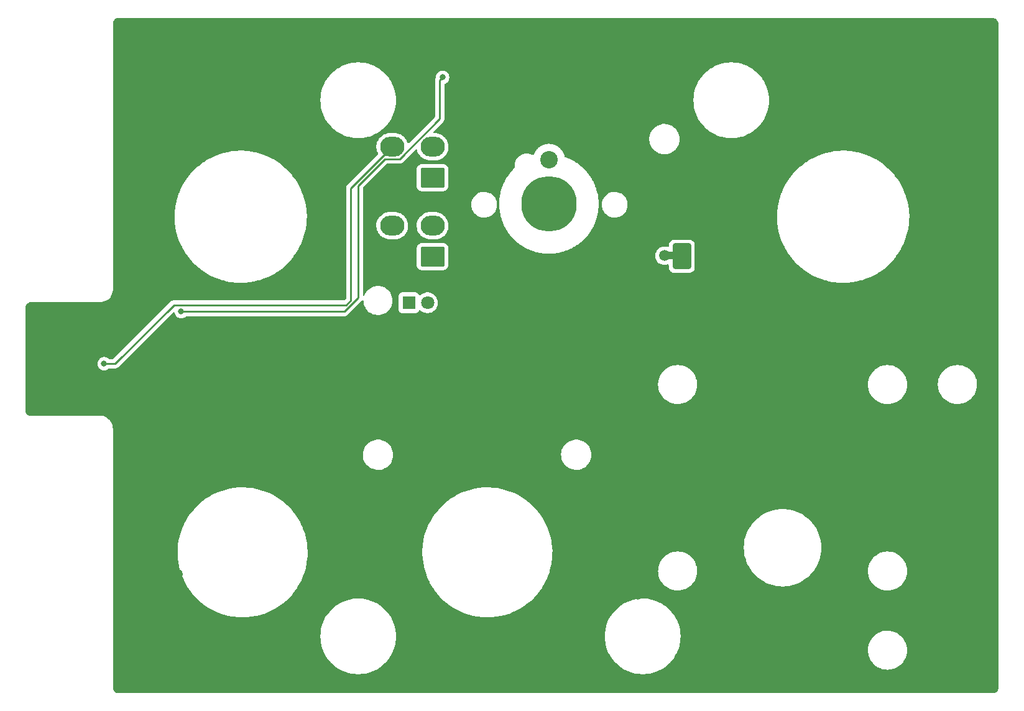
<source format=gbr>
%TF.GenerationSoftware,KiCad,Pcbnew,(6.0.9)*%
%TF.CreationDate,2023-04-01T12:13:22-08:00*%
%TF.ProjectId,ECS PANEL,45435320-5041-44e4-954c-2e6b69636164,3*%
%TF.SameCoordinates,Original*%
%TF.FileFunction,Copper,L2,Bot*%
%TF.FilePolarity,Positive*%
%FSLAX46Y46*%
G04 Gerber Fmt 4.6, Leading zero omitted, Abs format (unit mm)*
G04 Created by KiCad (PCBNEW (6.0.9)) date 2023-04-01 12:13:22*
%MOMM*%
%LPD*%
G01*
G04 APERTURE LIST*
G04 Aperture macros list*
%AMRoundRect*
0 Rectangle with rounded corners*
0 $1 Rounding radius*
0 $2 $3 $4 $5 $6 $7 $8 $9 X,Y pos of 4 corners*
0 Add a 4 corners polygon primitive as box body*
4,1,4,$2,$3,$4,$5,$6,$7,$8,$9,$2,$3,0*
0 Add four circle primitives for the rounded corners*
1,1,$1+$1,$2,$3*
1,1,$1+$1,$4,$5*
1,1,$1+$1,$6,$7*
1,1,$1+$1,$8,$9*
0 Add four rect primitives between the rounded corners*
20,1,$1+$1,$2,$3,$4,$5,0*
20,1,$1+$1,$4,$5,$6,$7,0*
20,1,$1+$1,$6,$7,$8,$9,0*
20,1,$1+$1,$8,$9,$2,$3,0*%
G04 Aperture macros list end*
%TA.AperFunction,WasherPad*%
%ADD10C,2.381250*%
%TD*%
%TA.AperFunction,WasherPad*%
%ADD11C,7.540752*%
%TD*%
%TA.AperFunction,SMDPad,CuDef*%
%ADD12RoundRect,0.250000X1.000000X-1.500000X1.000000X1.500000X-1.000000X1.500000X-1.000000X-1.500000X0*%
%TD*%
%TA.AperFunction,ComponentPad*%
%ADD13R,1.800000X1.800000*%
%TD*%
%TA.AperFunction,ComponentPad*%
%ADD14C,1.800000*%
%TD*%
%TA.AperFunction,ComponentPad*%
%ADD15RoundRect,0.250001X1.399999X-1.099999X1.399999X1.099999X-1.399999X1.099999X-1.399999X-1.099999X0*%
%TD*%
%TA.AperFunction,ComponentPad*%
%ADD16O,3.300000X2.700000*%
%TD*%
%TA.AperFunction,ViaPad*%
%ADD17C,1.500000*%
%TD*%
%TA.AperFunction,ViaPad*%
%ADD18C,0.800000*%
%TD*%
%TA.AperFunction,Conductor*%
%ADD19C,1.000000*%
%TD*%
%TA.AperFunction,Conductor*%
%ADD20C,0.250000*%
%TD*%
G04 APERTURE END LIST*
D10*
%TO.P,REF\u002A\u002A,*%
%TO.N,*%
X147482158Y-64141087D03*
D11*
X147482158Y-70141087D03*
%TD*%
D12*
%TO.P,C1,1*%
%TO.N,/LED+5V*%
X165586158Y-77264087D03*
%TO.P,C1,2*%
%TO.N,/LEDGND*%
X165586158Y-70764087D03*
%TD*%
D13*
%TO.P,D1,1*%
%TO.N,Net-(D1-Pad1)*%
X128407158Y-83591087D03*
D14*
%TO.P,D1,2*%
%TO.N,/LED+5V*%
X130947158Y-83591087D03*
%TD*%
D15*
%TO.P,J1,1*%
%TO.N,/LED+5V*%
X131643158Y-66539687D03*
D16*
%TO.P,J1,2*%
X131643158Y-62339687D03*
%TO.P,J1,3*%
%TO.N,/LEDGND*%
X126143158Y-66539687D03*
%TO.P,J1,4*%
%TO.N,/DATAIN*%
X126143158Y-62339687D03*
%TD*%
D15*
%TO.P,J2,1*%
%TO.N,/LED+5V*%
X131643158Y-77291087D03*
D16*
%TO.P,J2,2*%
X131643158Y-73091087D03*
%TO.P,J2,3*%
%TO.N,/LEDGND*%
X126143158Y-77291087D03*
%TO.P,J2,4*%
%TO.N,/DATAOUT*%
X126143158Y-73091087D03*
%TD*%
D17*
%TO.N,/LEDGND*%
X188572158Y-98191087D03*
X192707158Y-61491087D03*
X189407158Y-87491087D03*
X114887158Y-103521087D03*
X97317158Y-78941087D03*
X100207158Y-106991087D03*
X185507158Y-134691087D03*
X128207158Y-89491087D03*
X151677158Y-58001087D03*
X144807158Y-108591087D03*
X146127158Y-83081087D03*
X121367158Y-119331087D03*
X159607158Y-83561087D03*
X200307158Y-108491087D03*
X114907158Y-57291087D03*
X110907158Y-133391087D03*
X142917158Y-57741087D03*
X85637158Y-89481087D03*
X150157158Y-98331087D03*
X129207158Y-117591087D03*
X95402158Y-72291087D03*
X182697158Y-61001087D03*
X136047158Y-92261087D03*
X85877158Y-96231087D03*
X144327158Y-97251087D03*
X137097158Y-132491087D03*
X157105158Y-100313087D03*
X111786658Y-109470587D03*
X144857158Y-51481087D03*
X158677158Y-91141087D03*
X199807158Y-57991087D03*
X184807158Y-101191087D03*
X116417158Y-87921087D03*
X159607158Y-123291087D03*
X124757158Y-98261087D03*
X105937158Y-95491087D03*
X183607158Y-96691087D03*
X181907158Y-87691087D03*
X207307158Y-108391087D03*
X203807158Y-122691087D03*
X132037158Y-124491087D03*
X117737158Y-76221087D03*
X96902458Y-120586387D03*
X99982158Y-61016087D03*
X94087158Y-100761087D03*
X136077158Y-56791087D03*
X149037158Y-89151087D03*
X151807158Y-123291087D03*
X144123158Y-132485087D03*
X163627158Y-54981087D03*
X173742158Y-98391087D03*
X196307158Y-52391087D03*
X110119658Y-62203587D03*
X185507158Y-55591087D03*
X144807158Y-102891087D03*
X197007158Y-87491087D03*
X177507158Y-68591087D03*
X132317158Y-98201087D03*
X178307158Y-78191087D03*
X117037158Y-98321087D03*
X104047158Y-133561087D03*
X155067158Y-48881087D03*
X100467158Y-87741087D03*
X108737158Y-87981087D03*
%TO.N,/LED+5V*%
X163226758Y-77184087D03*
D18*
%TO.N,/DATAIN*%
X86907158Y-91891087D03*
%TO.N,Net-(D12-Pad2)*%
X133007158Y-52891087D03*
X97407158Y-84791087D03*
%TD*%
D19*
%TO.N,/LED+5V*%
X163226758Y-77184087D02*
X165506158Y-77184087D01*
X165506158Y-77184087D02*
X165586158Y-77264087D01*
D20*
%TO.N,/DATAIN*%
X86907158Y-91891087D02*
X86907158Y-91891087D01*
X96407158Y-83891087D02*
X88407158Y-91891087D01*
X119888158Y-83891087D02*
X96407158Y-83891087D01*
X120507158Y-67975687D02*
X120507158Y-83272087D01*
X120507158Y-83272087D02*
X119888158Y-83891087D01*
X88407158Y-91891087D02*
X86907158Y-91891087D01*
X126143158Y-62339687D02*
X120507158Y-67975687D01*
%TO.N,Net-(D12-Pad2)*%
X133007158Y-52891087D02*
X133007158Y-52891087D01*
X132607158Y-58544508D02*
X132607158Y-53291087D01*
X132607158Y-53291087D02*
X133007158Y-52891087D01*
X119624568Y-84791087D02*
X121507158Y-82908497D01*
X127136969Y-64014697D02*
X132607158Y-58544508D01*
X125149347Y-64014697D02*
X127136969Y-64014697D01*
X121507158Y-67656886D02*
X125149347Y-64014697D01*
X121507158Y-82908497D02*
X121507158Y-67656886D01*
X97407158Y-84791087D02*
X119624568Y-84791087D01*
%TD*%
%TA.AperFunction,Conductor*%
%TO.N,/LEDGND*%
G36*
X207859379Y-44804778D02*
G01*
X207876282Y-44805921D01*
X207906370Y-44810002D01*
X207915249Y-44808663D01*
X207915253Y-44808663D01*
X207917354Y-44808346D01*
X207946027Y-44807325D01*
X208054011Y-44815824D01*
X208078326Y-44820167D01*
X208202952Y-44855315D01*
X208225954Y-44864317D01*
X208341339Y-44923109D01*
X208362142Y-44936427D01*
X208463827Y-45016590D01*
X208481633Y-45033709D01*
X208565736Y-45132182D01*
X208579859Y-45152447D01*
X208643128Y-45265425D01*
X208653025Y-45288051D01*
X208693043Y-45411219D01*
X208698334Y-45435337D01*
X208710240Y-45535941D01*
X208710100Y-45552223D01*
X208710784Y-45552218D01*
X208710850Y-45561188D01*
X208709643Y-45570088D01*
X208713450Y-45595339D01*
X208714858Y-45614123D01*
X208714858Y-135921742D01*
X208713714Y-135938681D01*
X208709643Y-135968688D01*
X208710982Y-135977569D01*
X208711301Y-135979687D01*
X208712319Y-136008355D01*
X208703820Y-136116316D01*
X208699477Y-136140633D01*
X208664326Y-136265254D01*
X208655323Y-136288255D01*
X208596534Y-136403626D01*
X208583216Y-136424429D01*
X208503052Y-136526109D01*
X208485931Y-136543915D01*
X208387468Y-136628003D01*
X208367203Y-136642126D01*
X208254220Y-136705392D01*
X208231590Y-136715289D01*
X208108442Y-136755295D01*
X208084323Y-136760586D01*
X207983390Y-136772526D01*
X207967443Y-136772387D01*
X207967448Y-136773114D01*
X207958478Y-136773180D01*
X207949579Y-136771972D01*
X207940702Y-136773310D01*
X207940701Y-136773310D01*
X207924314Y-136775780D01*
X207905535Y-136777187D01*
X88972113Y-136777187D01*
X88955169Y-136776042D01*
X88953238Y-136775780D01*
X88925179Y-136771972D01*
X88916302Y-136773310D01*
X88916297Y-136773310D01*
X88914188Y-136773628D01*
X88885519Y-136774646D01*
X88839478Y-136771020D01*
X88777549Y-136766142D01*
X88753238Y-136761799D01*
X88628614Y-136726644D01*
X88605613Y-136717640D01*
X88490246Y-136658849D01*
X88469444Y-136645532D01*
X88367763Y-136565364D01*
X88349959Y-136548243D01*
X88265870Y-136449777D01*
X88251748Y-136429513D01*
X88188487Y-136316540D01*
X88178589Y-136293910D01*
X88138580Y-136170757D01*
X88133288Y-136146631D01*
X88121335Y-136045610D01*
X88121471Y-136029765D01*
X88120732Y-136029770D01*
X88120666Y-136020795D01*
X88121873Y-136011897D01*
X88118063Y-135986624D01*
X88116657Y-135967856D01*
X88116460Y-129030687D01*
X116361612Y-129030687D01*
X116381230Y-129480022D01*
X116439936Y-129925938D01*
X116440533Y-129928633D01*
X116440534Y-129928636D01*
X116494728Y-130173087D01*
X116537283Y-130365040D01*
X116672529Y-130793988D01*
X116844647Y-131209515D01*
X117052324Y-131608460D01*
X117293982Y-131987787D01*
X117295646Y-131989955D01*
X117295654Y-131989967D01*
X117566099Y-132342416D01*
X117567781Y-132344608D01*
X117569639Y-132346636D01*
X117569646Y-132346644D01*
X117768509Y-132563665D01*
X117871636Y-132676209D01*
X117873656Y-132678060D01*
X118201201Y-132978199D01*
X118201209Y-132978206D01*
X118203237Y-132980064D01*
X118205429Y-132981746D01*
X118557878Y-133252191D01*
X118557890Y-133252199D01*
X118560058Y-133253863D01*
X118939385Y-133495521D01*
X119338330Y-133703198D01*
X119753857Y-133875316D01*
X120027220Y-133961507D01*
X120180181Y-134009735D01*
X120180188Y-134009737D01*
X120182805Y-134010562D01*
X120185490Y-134011157D01*
X120185489Y-134011157D01*
X120619209Y-134107311D01*
X120619212Y-134107312D01*
X120621907Y-134107909D01*
X120624637Y-134108268D01*
X120624646Y-134108270D01*
X120844865Y-134137262D01*
X121067823Y-134166615D01*
X121336614Y-134178350D01*
X121400206Y-134181127D01*
X121400211Y-134181127D01*
X121401583Y-134181187D01*
X121632733Y-134181187D01*
X121634105Y-134181127D01*
X121634110Y-134181127D01*
X121697702Y-134178350D01*
X121966493Y-134166615D01*
X122189451Y-134137262D01*
X122409670Y-134108270D01*
X122409679Y-134108268D01*
X122412409Y-134107909D01*
X122415104Y-134107312D01*
X122415107Y-134107311D01*
X122848827Y-134011157D01*
X122848826Y-134011157D01*
X122851511Y-134010562D01*
X122854128Y-134009737D01*
X122854135Y-134009735D01*
X123007096Y-133961507D01*
X123280459Y-133875316D01*
X123695986Y-133703198D01*
X124094931Y-133495521D01*
X124474258Y-133253863D01*
X124476426Y-133252199D01*
X124476438Y-133252191D01*
X124828887Y-132981746D01*
X124831079Y-132980064D01*
X124833107Y-132978206D01*
X124833115Y-132978199D01*
X125160660Y-132678060D01*
X125162680Y-132676209D01*
X125265807Y-132563665D01*
X125464670Y-132346644D01*
X125464677Y-132346636D01*
X125466535Y-132344608D01*
X125468217Y-132342416D01*
X125738662Y-131989967D01*
X125738670Y-131989955D01*
X125740334Y-131987787D01*
X125981992Y-131608460D01*
X126189669Y-131209515D01*
X126361787Y-130793988D01*
X126497033Y-130365040D01*
X126539588Y-130173087D01*
X126593782Y-129928636D01*
X126593783Y-129928633D01*
X126594380Y-129925938D01*
X126653086Y-129480022D01*
X126672704Y-129030687D01*
X155096612Y-129030687D01*
X155116230Y-129480022D01*
X155174936Y-129925938D01*
X155175533Y-129928633D01*
X155175534Y-129928636D01*
X155229728Y-130173087D01*
X155272283Y-130365040D01*
X155407529Y-130793988D01*
X155579647Y-131209515D01*
X155787324Y-131608460D01*
X156028982Y-131987787D01*
X156030646Y-131989955D01*
X156030654Y-131989967D01*
X156301099Y-132342416D01*
X156302781Y-132344608D01*
X156304639Y-132346636D01*
X156304646Y-132346644D01*
X156503509Y-132563665D01*
X156606636Y-132676209D01*
X156608656Y-132678060D01*
X156936201Y-132978199D01*
X156936209Y-132978206D01*
X156938237Y-132980064D01*
X156940429Y-132981746D01*
X157292878Y-133252191D01*
X157292890Y-133252199D01*
X157295058Y-133253863D01*
X157674385Y-133495521D01*
X158073330Y-133703198D01*
X158488857Y-133875316D01*
X158762220Y-133961507D01*
X158915181Y-134009735D01*
X158915188Y-134009737D01*
X158917805Y-134010562D01*
X158920490Y-134011157D01*
X158920489Y-134011157D01*
X159354209Y-134107311D01*
X159354212Y-134107312D01*
X159356907Y-134107909D01*
X159359637Y-134108268D01*
X159359646Y-134108270D01*
X159579865Y-134137262D01*
X159802823Y-134166615D01*
X160071614Y-134178350D01*
X160135206Y-134181127D01*
X160135211Y-134181127D01*
X160136583Y-134181187D01*
X160367733Y-134181187D01*
X160369105Y-134181127D01*
X160369110Y-134181127D01*
X160432702Y-134178350D01*
X160701493Y-134166615D01*
X160924451Y-134137262D01*
X161144670Y-134108270D01*
X161144679Y-134108268D01*
X161147409Y-134107909D01*
X161150104Y-134107312D01*
X161150107Y-134107311D01*
X161583827Y-134011157D01*
X161583826Y-134011157D01*
X161586511Y-134010562D01*
X161589128Y-134009737D01*
X161589135Y-134009735D01*
X161742096Y-133961507D01*
X162015459Y-133875316D01*
X162430986Y-133703198D01*
X162829931Y-133495521D01*
X163209258Y-133253863D01*
X163211426Y-133252199D01*
X163211438Y-133252191D01*
X163563887Y-132981746D01*
X163566079Y-132980064D01*
X163568107Y-132978206D01*
X163568115Y-132978199D01*
X163895660Y-132678060D01*
X163897680Y-132676209D01*
X164000807Y-132563665D01*
X164199670Y-132346644D01*
X164199677Y-132346636D01*
X164201535Y-132344608D01*
X164203217Y-132342416D01*
X164473662Y-131989967D01*
X164473670Y-131989955D01*
X164475334Y-131987787D01*
X164716992Y-131608460D01*
X164924669Y-131209515D01*
X165056356Y-130891597D01*
X190923790Y-130891597D01*
X190923979Y-130895389D01*
X190925180Y-130919515D01*
X190927960Y-130975348D01*
X190939744Y-131212068D01*
X190940387Y-131215808D01*
X190976777Y-131427585D01*
X190994083Y-131528302D01*
X190995171Y-131531941D01*
X190995172Y-131531944D01*
X191035247Y-131665943D01*
X191086020Y-131835717D01*
X191087533Y-131839188D01*
X191087535Y-131839194D01*
X191153250Y-131989967D01*
X191214222Y-132129860D01*
X191216145Y-132133131D01*
X191216147Y-132133135D01*
X191374911Y-132403201D01*
X191374916Y-132403209D01*
X191376834Y-132406471D01*
X191379135Y-132409486D01*
X191481353Y-132543423D01*
X191571499Y-132661543D01*
X191574147Y-132664262D01*
X191574152Y-132664267D01*
X191792751Y-132888666D01*
X191795397Y-132891382D01*
X191798341Y-132893753D01*
X191798344Y-132893756D01*
X192042333Y-133090279D01*
X192042338Y-133090283D01*
X192045286Y-133092657D01*
X192317546Y-133262454D01*
X192608233Y-133398312D01*
X192611843Y-133399495D01*
X192611847Y-133399497D01*
X192909532Y-133497083D01*
X192909539Y-133497085D01*
X192913136Y-133498264D01*
X193227838Y-133560863D01*
X193362326Y-133571093D01*
X193544005Y-133584913D01*
X193544010Y-133584913D01*
X193547782Y-133585200D01*
X193868332Y-133570924D01*
X193872081Y-133570300D01*
X194181105Y-133518865D01*
X194181110Y-133518864D01*
X194184846Y-133518242D01*
X194320223Y-133478527D01*
X194489112Y-133428980D01*
X194489116Y-133428979D01*
X194492738Y-133427916D01*
X194787549Y-133301256D01*
X195065008Y-133140095D01*
X195068030Y-133137814D01*
X195068034Y-133137811D01*
X195318072Y-132949051D01*
X195318073Y-132949050D01*
X195321096Y-132946768D01*
X195552103Y-132724076D01*
X195554497Y-132721135D01*
X195554502Y-132721130D01*
X195752290Y-132478185D01*
X195752293Y-132478181D01*
X195754684Y-132475244D01*
X195925904Y-132203877D01*
X196063282Y-131913906D01*
X196164830Y-131609530D01*
X196229075Y-131295160D01*
X196255087Y-130975348D01*
X196255672Y-130919515D01*
X196253761Y-130887808D01*
X196236591Y-130603007D01*
X196236591Y-130603003D01*
X196236363Y-130599229D01*
X196178716Y-130283581D01*
X196083565Y-129977146D01*
X196070335Y-129947638D01*
X196059377Y-129923199D01*
X195952289Y-129684361D01*
X195786790Y-129409468D01*
X195784463Y-129406484D01*
X195784458Y-129406477D01*
X195591801Y-129159443D01*
X195591799Y-129159440D01*
X195589465Y-129156448D01*
X195363171Y-128928967D01*
X195111188Y-128730320D01*
X195085232Y-128714507D01*
X194840397Y-128565352D01*
X194837165Y-128563383D01*
X194833721Y-128561817D01*
X194833717Y-128561815D01*
X194724473Y-128512145D01*
X194545072Y-128430577D01*
X194239139Y-128333823D01*
X193923798Y-128274523D01*
X193603617Y-128253538D01*
X193599837Y-128253746D01*
X193599836Y-128253746D01*
X193486565Y-128259979D01*
X193283234Y-128271169D01*
X192967289Y-128327163D01*
X192963664Y-128328268D01*
X192963659Y-128328269D01*
X192723519Y-128401459D01*
X192660360Y-128420708D01*
X192366892Y-128550449D01*
X192319553Y-128578613D01*
X192094391Y-128712570D01*
X192094385Y-128712574D01*
X192091136Y-128714507D01*
X192088144Y-128716815D01*
X192088140Y-128716818D01*
X191890781Y-128869079D01*
X191837086Y-128910504D01*
X191834384Y-128913164D01*
X191834377Y-128913170D01*
X191611131Y-129132937D01*
X191608423Y-129135603D01*
X191408459Y-129386543D01*
X191240091Y-129659688D01*
X191238502Y-129663135D01*
X191107343Y-129947638D01*
X191107339Y-129947648D01*
X191105756Y-129951082D01*
X191104597Y-129954682D01*
X191104594Y-129954689D01*
X191096193Y-129980777D01*
X191007402Y-130256504D01*
X191006683Y-130260220D01*
X191006681Y-130260228D01*
X190947171Y-130567812D01*
X190946452Y-130571530D01*
X190923790Y-130891597D01*
X165056356Y-130891597D01*
X165096787Y-130793988D01*
X165232033Y-130365040D01*
X165274588Y-130173087D01*
X165328782Y-129928636D01*
X165328783Y-129928633D01*
X165329380Y-129925938D01*
X165388086Y-129480022D01*
X165407704Y-129030687D01*
X165388086Y-128581352D01*
X165344956Y-128253746D01*
X165329741Y-128138175D01*
X165329739Y-128138166D01*
X165329380Y-128135436D01*
X165232033Y-127696334D01*
X165096787Y-127267386D01*
X164924669Y-126851859D01*
X164716992Y-126452914D01*
X164475334Y-126073587D01*
X164473670Y-126071419D01*
X164473662Y-126071407D01*
X164203217Y-125718958D01*
X164201535Y-125716766D01*
X164199677Y-125714738D01*
X164199670Y-125714730D01*
X163899531Y-125387185D01*
X163897680Y-125385165D01*
X163617036Y-125128003D01*
X163568115Y-125083175D01*
X163568107Y-125083168D01*
X163566079Y-125081310D01*
X163360703Y-124923719D01*
X163211438Y-124809183D01*
X163211426Y-124809175D01*
X163209258Y-124807511D01*
X163199263Y-124801143D01*
X163098751Y-124737110D01*
X162829931Y-124565853D01*
X162430986Y-124358176D01*
X162015459Y-124186058D01*
X161742096Y-124099867D01*
X161589135Y-124051639D01*
X161589128Y-124051637D01*
X161586511Y-124050812D01*
X161502533Y-124032194D01*
X161150107Y-123954063D01*
X161150104Y-123954062D01*
X161147409Y-123953465D01*
X161144679Y-123953106D01*
X161144670Y-123953104D01*
X160924451Y-123924112D01*
X160701493Y-123894759D01*
X160432702Y-123883024D01*
X160369110Y-123880247D01*
X160369105Y-123880247D01*
X160367733Y-123880187D01*
X160136583Y-123880187D01*
X160135211Y-123880247D01*
X160135206Y-123880247D01*
X160071614Y-123883024D01*
X159802823Y-123894759D01*
X159579865Y-123924112D01*
X159359646Y-123953104D01*
X159359637Y-123953106D01*
X159356907Y-123953465D01*
X159354212Y-123954062D01*
X159354209Y-123954063D01*
X159001783Y-124032194D01*
X158917805Y-124050812D01*
X158915188Y-124051637D01*
X158915181Y-124051639D01*
X158762220Y-124099867D01*
X158488857Y-124186058D01*
X158073330Y-124358176D01*
X157674385Y-124565853D01*
X157405565Y-124737110D01*
X157305054Y-124801143D01*
X157295058Y-124807511D01*
X157292890Y-124809175D01*
X157292878Y-124809183D01*
X157143613Y-124923719D01*
X156938237Y-125081310D01*
X156936209Y-125083168D01*
X156936201Y-125083175D01*
X156887280Y-125128003D01*
X156606636Y-125385165D01*
X156604785Y-125387185D01*
X156304646Y-125714730D01*
X156304639Y-125714738D01*
X156302781Y-125716766D01*
X156301099Y-125718958D01*
X156030654Y-126071407D01*
X156030646Y-126071419D01*
X156028982Y-126073587D01*
X155787324Y-126452914D01*
X155579647Y-126851859D01*
X155407529Y-127267386D01*
X155272283Y-127696334D01*
X155174936Y-128135436D01*
X155174577Y-128138166D01*
X155174575Y-128138175D01*
X155159360Y-128253746D01*
X155116230Y-128581352D01*
X155096612Y-129030687D01*
X126672704Y-129030687D01*
X126653086Y-128581352D01*
X126609956Y-128253746D01*
X126594741Y-128138175D01*
X126594739Y-128138166D01*
X126594380Y-128135436D01*
X126497033Y-127696334D01*
X126361787Y-127267386D01*
X126189669Y-126851859D01*
X125981992Y-126452914D01*
X125740334Y-126073587D01*
X125738670Y-126071419D01*
X125738662Y-126071407D01*
X125468217Y-125718958D01*
X125466535Y-125716766D01*
X125464677Y-125714738D01*
X125464670Y-125714730D01*
X125164531Y-125387185D01*
X125162680Y-125385165D01*
X124882036Y-125128003D01*
X124833115Y-125083175D01*
X124833107Y-125083168D01*
X124831079Y-125081310D01*
X124625703Y-124923719D01*
X124476438Y-124809183D01*
X124476426Y-124809175D01*
X124474258Y-124807511D01*
X124464263Y-124801143D01*
X124363751Y-124737110D01*
X124094931Y-124565853D01*
X123695986Y-124358176D01*
X123280459Y-124186058D01*
X123007096Y-124099867D01*
X122854135Y-124051639D01*
X122854128Y-124051637D01*
X122851511Y-124050812D01*
X122767533Y-124032194D01*
X122415107Y-123954063D01*
X122415104Y-123954062D01*
X122412409Y-123953465D01*
X122409679Y-123953106D01*
X122409670Y-123953104D01*
X122189451Y-123924112D01*
X121966493Y-123894759D01*
X121697702Y-123883024D01*
X121634110Y-123880247D01*
X121634105Y-123880247D01*
X121632733Y-123880187D01*
X121401583Y-123880187D01*
X121400211Y-123880247D01*
X121400206Y-123880247D01*
X121336614Y-123883024D01*
X121067823Y-123894759D01*
X120844865Y-123924112D01*
X120624646Y-123953104D01*
X120624637Y-123953106D01*
X120621907Y-123953465D01*
X120619212Y-123954062D01*
X120619209Y-123954063D01*
X120266783Y-124032194D01*
X120182805Y-124050812D01*
X120180188Y-124051637D01*
X120180181Y-124051639D01*
X120027220Y-124099867D01*
X119753857Y-124186058D01*
X119338330Y-124358176D01*
X118939385Y-124565853D01*
X118670565Y-124737110D01*
X118570054Y-124801143D01*
X118560058Y-124807511D01*
X118557890Y-124809175D01*
X118557878Y-124809183D01*
X118408613Y-124923719D01*
X118203237Y-125081310D01*
X118201209Y-125083168D01*
X118201201Y-125083175D01*
X118152280Y-125128003D01*
X117871636Y-125385165D01*
X117869785Y-125387185D01*
X117569646Y-125714730D01*
X117569639Y-125714738D01*
X117567781Y-125716766D01*
X117566099Y-125718958D01*
X117295654Y-126071407D01*
X117295646Y-126071419D01*
X117293982Y-126073587D01*
X117052324Y-126452914D01*
X116844647Y-126851859D01*
X116672529Y-127267386D01*
X116537283Y-127696334D01*
X116439936Y-128135436D01*
X116439577Y-128138166D01*
X116439575Y-128138175D01*
X116424360Y-128253746D01*
X116381230Y-128581352D01*
X116361612Y-129030687D01*
X88116460Y-129030687D01*
X88116141Y-117786144D01*
X96915548Y-117786144D01*
X96947304Y-118372499D01*
X96947553Y-118374559D01*
X96947554Y-118374567D01*
X96947924Y-118377621D01*
X97017850Y-118955461D01*
X97018238Y-118957514D01*
X97121640Y-119504753D01*
X97126876Y-119532466D01*
X97273903Y-120100976D01*
X97458284Y-120658493D01*
X97459071Y-120660431D01*
X97678419Y-121200620D01*
X97678426Y-121200636D01*
X97679209Y-121202564D01*
X97680127Y-121204455D01*
X97680129Y-121204459D01*
X97874929Y-121605634D01*
X97935705Y-121730798D01*
X98226646Y-122240871D01*
X98227780Y-122242585D01*
X98227786Y-122242594D01*
X98478026Y-122620666D01*
X98550751Y-122730542D01*
X98551995Y-122732175D01*
X98552000Y-122732182D01*
X98608389Y-122806203D01*
X98906597Y-123197655D01*
X99292617Y-123640159D01*
X99294088Y-123641635D01*
X99702664Y-124051639D01*
X99707116Y-124056107D01*
X99708679Y-124057480D01*
X99708681Y-124057482D01*
X99875022Y-124203616D01*
X100148269Y-124443669D01*
X100614138Y-124801143D01*
X100615872Y-124802300D01*
X100615877Y-124802303D01*
X101034231Y-125081310D01*
X101102674Y-125126956D01*
X101104495Y-125128003D01*
X101609915Y-125418633D01*
X101609927Y-125418639D01*
X101611728Y-125419675D01*
X102139063Y-125678014D01*
X102140992Y-125678805D01*
X102141005Y-125678811D01*
X102680421Y-125900041D01*
X102680427Y-125900043D01*
X102682360Y-125900836D01*
X102684333Y-125901496D01*
X102684338Y-125901498D01*
X102898140Y-125973035D01*
X103239230Y-126087162D01*
X103241230Y-126087687D01*
X103241231Y-126087687D01*
X103805221Y-126235648D01*
X103805235Y-126235651D01*
X103807224Y-126236173D01*
X104383844Y-126347212D01*
X104385908Y-126347469D01*
X104385920Y-126347471D01*
X104634620Y-126378448D01*
X104966556Y-126419793D01*
X104968640Y-126419913D01*
X104968649Y-126419914D01*
X105509196Y-126451082D01*
X105509200Y-126451082D01*
X105511019Y-126451187D01*
X105921450Y-126451187D01*
X106356050Y-126436770D01*
X106358128Y-126436563D01*
X106358137Y-126436562D01*
X106938291Y-126378655D01*
X106938302Y-126378653D01*
X106940361Y-126378448D01*
X106942405Y-126378106D01*
X106942412Y-126378105D01*
X107517476Y-126281872D01*
X107517489Y-126281869D01*
X107519523Y-126281529D01*
X107521529Y-126281055D01*
X107521538Y-126281053D01*
X108088962Y-126146920D01*
X108088964Y-126146919D01*
X108090988Y-126146441D01*
X108307640Y-126079790D01*
X108650256Y-125974388D01*
X108650267Y-125974384D01*
X108652244Y-125973776D01*
X108654180Y-125973037D01*
X108654185Y-125973035D01*
X108867246Y-125891675D01*
X109200822Y-125764294D01*
X109734312Y-125518916D01*
X109736154Y-125517916D01*
X110248532Y-125239718D01*
X110248537Y-125239715D01*
X110250366Y-125238722D01*
X110746717Y-124924942D01*
X110748383Y-124923727D01*
X110748395Y-124923719D01*
X111219513Y-124580173D01*
X111219521Y-124580167D01*
X111221180Y-124578957D01*
X111671671Y-124202288D01*
X111689522Y-124185230D01*
X112094697Y-123798036D01*
X112094698Y-123798035D01*
X112096208Y-123796592D01*
X112492925Y-123363652D01*
X112625914Y-123197655D01*
X112858767Y-122907006D01*
X112858768Y-122907005D01*
X112860076Y-122905372D01*
X113196049Y-122423766D01*
X113233751Y-122361267D01*
X113498287Y-121922742D01*
X113498294Y-121922729D01*
X113499365Y-121920954D01*
X113768691Y-121399144D01*
X113883510Y-121135078D01*
X114002009Y-120862549D01*
X114002010Y-120862546D01*
X114002842Y-120860633D01*
X114127476Y-120512545D01*
X114200077Y-120309777D01*
X114200078Y-120309773D01*
X114200789Y-120307788D01*
X114361662Y-119743039D01*
X114484753Y-119168870D01*
X114512584Y-118978097D01*
X114569218Y-118589886D01*
X114569219Y-118589873D01*
X114569521Y-118587806D01*
X114605602Y-118129356D01*
X114615432Y-118004462D01*
X114615432Y-118004456D01*
X114615594Y-118002401D01*
X114618236Y-117786144D01*
X130253047Y-117786144D01*
X130284803Y-118372499D01*
X130285052Y-118374559D01*
X130285053Y-118374567D01*
X130285423Y-118377621D01*
X130355349Y-118955461D01*
X130355737Y-118957514D01*
X130459139Y-119504753D01*
X130464375Y-119532466D01*
X130611402Y-120100976D01*
X130795783Y-120658493D01*
X130796570Y-120660431D01*
X131015918Y-121200620D01*
X131015925Y-121200636D01*
X131016708Y-121202564D01*
X131017626Y-121204455D01*
X131017628Y-121204459D01*
X131212428Y-121605634D01*
X131273204Y-121730798D01*
X131564145Y-122240871D01*
X131565279Y-122242585D01*
X131565285Y-122242594D01*
X131815525Y-122620666D01*
X131888250Y-122730542D01*
X131889494Y-122732175D01*
X131889499Y-122732182D01*
X131945888Y-122806203D01*
X132244096Y-123197655D01*
X132630116Y-123640159D01*
X132631587Y-123641635D01*
X133040163Y-124051639D01*
X133044615Y-124056107D01*
X133046178Y-124057480D01*
X133046180Y-124057482D01*
X133212521Y-124203616D01*
X133485768Y-124443669D01*
X133951637Y-124801143D01*
X133953371Y-124802300D01*
X133953376Y-124802303D01*
X134371730Y-125081310D01*
X134440173Y-125126956D01*
X134441994Y-125128003D01*
X134947414Y-125418633D01*
X134947426Y-125418639D01*
X134949227Y-125419675D01*
X135476562Y-125678014D01*
X135478491Y-125678805D01*
X135478504Y-125678811D01*
X136017920Y-125900041D01*
X136017926Y-125900043D01*
X136019859Y-125900836D01*
X136021832Y-125901496D01*
X136021837Y-125901498D01*
X136235639Y-125973035D01*
X136576729Y-126087162D01*
X136578729Y-126087687D01*
X136578730Y-126087687D01*
X137142720Y-126235648D01*
X137142734Y-126235651D01*
X137144723Y-126236173D01*
X137721343Y-126347212D01*
X137723407Y-126347469D01*
X137723419Y-126347471D01*
X137972119Y-126378448D01*
X138304055Y-126419793D01*
X138306139Y-126419913D01*
X138306148Y-126419914D01*
X138846695Y-126451082D01*
X138846699Y-126451082D01*
X138848518Y-126451187D01*
X139258949Y-126451187D01*
X139693549Y-126436770D01*
X139695627Y-126436563D01*
X139695636Y-126436562D01*
X140275790Y-126378655D01*
X140275801Y-126378653D01*
X140277860Y-126378448D01*
X140279904Y-126378106D01*
X140279911Y-126378105D01*
X140854975Y-126281872D01*
X140854988Y-126281869D01*
X140857022Y-126281529D01*
X140859028Y-126281055D01*
X140859037Y-126281053D01*
X141426461Y-126146920D01*
X141426463Y-126146919D01*
X141428487Y-126146441D01*
X141645139Y-126079790D01*
X141987755Y-125974388D01*
X141987766Y-125974384D01*
X141989743Y-125973776D01*
X141991679Y-125973037D01*
X141991684Y-125973035D01*
X142204745Y-125891675D01*
X142538321Y-125764294D01*
X143071811Y-125518916D01*
X143073653Y-125517916D01*
X143586031Y-125239718D01*
X143586036Y-125239715D01*
X143587865Y-125238722D01*
X144084216Y-124924942D01*
X144085882Y-124923727D01*
X144085894Y-124923719D01*
X144557012Y-124580173D01*
X144557020Y-124580167D01*
X144558679Y-124578957D01*
X145009170Y-124202288D01*
X145027021Y-124185230D01*
X145432196Y-123798036D01*
X145432197Y-123798035D01*
X145433707Y-123796592D01*
X145830424Y-123363652D01*
X145963413Y-123197655D01*
X146196266Y-122907006D01*
X146196267Y-122907005D01*
X146197575Y-122905372D01*
X146533548Y-122423766D01*
X146571250Y-122361267D01*
X146835786Y-121922742D01*
X146835793Y-121922729D01*
X146836864Y-121920954D01*
X147106190Y-121399144D01*
X147221009Y-121135078D01*
X147339508Y-120862549D01*
X147339509Y-120862546D01*
X147340341Y-120860633D01*
X147464975Y-120512545D01*
X147537576Y-120309777D01*
X147537577Y-120309773D01*
X147538288Y-120307788D01*
X147593841Y-120112769D01*
X162348791Y-120112769D01*
X162348980Y-120116561D01*
X162350181Y-120140687D01*
X162361053Y-120359069D01*
X162364745Y-120433240D01*
X162365388Y-120436980D01*
X162418440Y-120745728D01*
X162418442Y-120745736D01*
X162419084Y-120749473D01*
X162420172Y-120753112D01*
X162420173Y-120753115D01*
X162509933Y-121053251D01*
X162509935Y-121053256D01*
X162511021Y-121056888D01*
X162512534Y-121060359D01*
X162512536Y-121060365D01*
X162600668Y-121262573D01*
X162639223Y-121351032D01*
X162641146Y-121354304D01*
X162641148Y-121354307D01*
X162668599Y-121401002D01*
X162801834Y-121627643D01*
X162804135Y-121630658D01*
X162994199Y-121879702D01*
X162994204Y-121879707D01*
X162996499Y-121882715D01*
X163037063Y-121924355D01*
X163171668Y-122062530D01*
X163220398Y-122112553D01*
X163289163Y-122167940D01*
X163467334Y-122311450D01*
X163467339Y-122311454D01*
X163470287Y-122313828D01*
X163742547Y-122483625D01*
X164033233Y-122619483D01*
X164036842Y-122620666D01*
X164334532Y-122718254D01*
X164334536Y-122718255D01*
X164338136Y-122719435D01*
X164652839Y-122782034D01*
X164812811Y-122794203D01*
X164969005Y-122806084D01*
X164969010Y-122806084D01*
X164972782Y-122806371D01*
X165293332Y-122792095D01*
X165297081Y-122791471D01*
X165606105Y-122740036D01*
X165606110Y-122740035D01*
X165609846Y-122739413D01*
X165917738Y-122649087D01*
X165921205Y-122647597D01*
X165921209Y-122647596D01*
X166209064Y-122523924D01*
X166209066Y-122523923D01*
X166212548Y-122522427D01*
X166490007Y-122361266D01*
X166493031Y-122358983D01*
X166493033Y-122358982D01*
X166743071Y-122170222D01*
X166743072Y-122170221D01*
X166746095Y-122167939D01*
X166977102Y-121945247D01*
X166979500Y-121942302D01*
X166979501Y-121942301D01*
X167177283Y-121699363D01*
X167177283Y-121699362D01*
X167179683Y-121696415D01*
X167350903Y-121425049D01*
X167488282Y-121135077D01*
X167589829Y-120830702D01*
X167654074Y-120516332D01*
X167680086Y-120196520D01*
X167680671Y-120140687D01*
X167678760Y-120108980D01*
X167661590Y-119824179D01*
X167661590Y-119824175D01*
X167661362Y-119820401D01*
X167621338Y-119601250D01*
X167604395Y-119508476D01*
X167604394Y-119508472D01*
X167603715Y-119504754D01*
X167596464Y-119481400D01*
X167509686Y-119201933D01*
X167508564Y-119198318D01*
X167377288Y-118905534D01*
X167211789Y-118630641D01*
X167209462Y-118627657D01*
X167209457Y-118627650D01*
X167016800Y-118380616D01*
X167016798Y-118380613D01*
X167014464Y-118377621D01*
X166788171Y-118150140D01*
X166536188Y-117951493D01*
X166514032Y-117937995D01*
X166265397Y-117786525D01*
X166265395Y-117786524D01*
X166262165Y-117784556D01*
X166258721Y-117782990D01*
X166258717Y-117782988D01*
X165973523Y-117653318D01*
X165973522Y-117653318D01*
X165970072Y-117651749D01*
X165943733Y-117643419D01*
X165667757Y-117556140D01*
X165667754Y-117556139D01*
X165664139Y-117554996D01*
X165348798Y-117495696D01*
X165028617Y-117474711D01*
X165024837Y-117474919D01*
X165024836Y-117474919D01*
X164911565Y-117481152D01*
X164708234Y-117492342D01*
X164392290Y-117548336D01*
X164388674Y-117549438D01*
X164388666Y-117549440D01*
X164089002Y-117640771D01*
X164085360Y-117641881D01*
X163791892Y-117771622D01*
X163684754Y-117835362D01*
X163519396Y-117933739D01*
X163519392Y-117933742D01*
X163516136Y-117935679D01*
X163262087Y-118131677D01*
X163259380Y-118134342D01*
X163259377Y-118134345D01*
X163059383Y-118331222D01*
X163033424Y-118356776D01*
X163031060Y-118359743D01*
X163031057Y-118359746D01*
X163014427Y-118380616D01*
X162833460Y-118607716D01*
X162665092Y-118880861D01*
X162653718Y-118905533D01*
X162532345Y-119168810D01*
X162530757Y-119172254D01*
X162459266Y-119394259D01*
X162433566Y-119474067D01*
X162432403Y-119477677D01*
X162431684Y-119481393D01*
X162431682Y-119481401D01*
X162372172Y-119788984D01*
X162371453Y-119792702D01*
X162371186Y-119796478D01*
X162371185Y-119796483D01*
X162357196Y-119994063D01*
X162348791Y-120112769D01*
X147593841Y-120112769D01*
X147699161Y-119743039D01*
X147822252Y-119168870D01*
X147850083Y-118978097D01*
X147906717Y-118589886D01*
X147906718Y-118589873D01*
X147907020Y-118587806D01*
X147943101Y-118129356D01*
X147952931Y-118004462D01*
X147952931Y-118004456D01*
X147953093Y-118002401D01*
X147959275Y-117496396D01*
X147960242Y-117417296D01*
X147960242Y-117417289D01*
X147960267Y-117415230D01*
X147935921Y-116965687D01*
X174026136Y-116965687D01*
X174026256Y-116968435D01*
X174045854Y-117417296D01*
X174046213Y-117425523D01*
X174063259Y-117554996D01*
X174093962Y-117788208D01*
X174106291Y-117881859D01*
X174205912Y-118331222D01*
X174206740Y-118333847D01*
X174206741Y-118333852D01*
X174314538Y-118675739D01*
X174344319Y-118770193D01*
X174520458Y-119195430D01*
X174732989Y-119603698D01*
X174980294Y-119991889D01*
X175092774Y-120138476D01*
X175222692Y-120307788D01*
X175260491Y-120357049D01*
X175571447Y-120696398D01*
X175910796Y-121007354D01*
X175912958Y-121009013D01*
X175912964Y-121009018D01*
X176037011Y-121104202D01*
X176275956Y-121287551D01*
X176664147Y-121534856D01*
X177072415Y-121747387D01*
X177497652Y-121923526D01*
X177500272Y-121924352D01*
X177500280Y-121924355D01*
X177933993Y-122061104D01*
X177933998Y-122061105D01*
X177936623Y-122061933D01*
X178385986Y-122161554D01*
X178388706Y-122161912D01*
X178388711Y-122161913D01*
X178559581Y-122184408D01*
X178842322Y-122221632D01*
X178845071Y-122221752D01*
X178845082Y-122221753D01*
X179299410Y-122241589D01*
X179302158Y-122241709D01*
X179304906Y-122241589D01*
X179759234Y-122221753D01*
X179759245Y-122221752D01*
X179761994Y-122221632D01*
X180044735Y-122184408D01*
X180215605Y-122161913D01*
X180215610Y-122161912D01*
X180218330Y-122161554D01*
X180667693Y-122061933D01*
X180670318Y-122061105D01*
X180670323Y-122061104D01*
X181104036Y-121924355D01*
X181104044Y-121924352D01*
X181106664Y-121923526D01*
X181531901Y-121747387D01*
X181940169Y-121534856D01*
X182328360Y-121287551D01*
X182567305Y-121104202D01*
X182691352Y-121009018D01*
X182691358Y-121009013D01*
X182693520Y-121007354D01*
X183032869Y-120696398D01*
X183343825Y-120357049D01*
X183381625Y-120307788D01*
X183511542Y-120138476D01*
X183531268Y-120112769D01*
X190923790Y-120112769D01*
X190923979Y-120116561D01*
X190925180Y-120140687D01*
X190936052Y-120359069D01*
X190939744Y-120433240D01*
X190940387Y-120436980D01*
X190984616Y-120694378D01*
X190994083Y-120749474D01*
X190995171Y-120753113D01*
X190995172Y-120753116D01*
X191035247Y-120887115D01*
X191086020Y-121056889D01*
X191087533Y-121060360D01*
X191087535Y-121060366D01*
X191121593Y-121138507D01*
X191214222Y-121351032D01*
X191216145Y-121354303D01*
X191216147Y-121354307D01*
X191374911Y-121624373D01*
X191374916Y-121624381D01*
X191376834Y-121627643D01*
X191379135Y-121630658D01*
X191481353Y-121764595D01*
X191571499Y-121882715D01*
X191574143Y-121885429D01*
X191574152Y-121885439D01*
X191745277Y-122061104D01*
X191795397Y-122112554D01*
X191798341Y-122114925D01*
X191798344Y-122114928D01*
X192042333Y-122311451D01*
X192042338Y-122311455D01*
X192045286Y-122313829D01*
X192317546Y-122483626D01*
X192608233Y-122619484D01*
X192611839Y-122620666D01*
X192611847Y-122620669D01*
X192909532Y-122718255D01*
X192909539Y-122718257D01*
X192913136Y-122719436D01*
X193227838Y-122782035D01*
X193362313Y-122792264D01*
X193544005Y-122806085D01*
X193544010Y-122806085D01*
X193547782Y-122806372D01*
X193868332Y-122792096D01*
X193872087Y-122791471D01*
X194181105Y-122740037D01*
X194181110Y-122740036D01*
X194184846Y-122739414D01*
X194320223Y-122699699D01*
X194489112Y-122650152D01*
X194489118Y-122650150D01*
X194492738Y-122649088D01*
X194787549Y-122522428D01*
X195065008Y-122361267D01*
X195068030Y-122358986D01*
X195068034Y-122358983D01*
X195318072Y-122170223D01*
X195318073Y-122170222D01*
X195321096Y-122167940D01*
X195552103Y-121945248D01*
X195554497Y-121942307D01*
X195554502Y-121942302D01*
X195752290Y-121699357D01*
X195752293Y-121699353D01*
X195754684Y-121696416D01*
X195925904Y-121425049D01*
X196063282Y-121135078D01*
X196091408Y-121050776D01*
X196163633Y-120834289D01*
X196164830Y-120830702D01*
X196229075Y-120516332D01*
X196255087Y-120196520D01*
X196255672Y-120140687D01*
X196253761Y-120108980D01*
X196236591Y-119824179D01*
X196236591Y-119824175D01*
X196236363Y-119820401D01*
X196178716Y-119504753D01*
X196083565Y-119198318D01*
X196070335Y-119168810D01*
X195984825Y-118978098D01*
X195952289Y-118905533D01*
X195786790Y-118630640D01*
X195784463Y-118627656D01*
X195784458Y-118627649D01*
X195591801Y-118380615D01*
X195591799Y-118380612D01*
X195589465Y-118377620D01*
X195363171Y-118150139D01*
X195111188Y-117951492D01*
X195085232Y-117935679D01*
X194840397Y-117786524D01*
X194837165Y-117784555D01*
X194833719Y-117782988D01*
X194833717Y-117782987D01*
X194724473Y-117733317D01*
X194545072Y-117651749D01*
X194239139Y-117554995D01*
X193923798Y-117495695D01*
X193603617Y-117474710D01*
X193599837Y-117474918D01*
X193599836Y-117474918D01*
X193486565Y-117481151D01*
X193283234Y-117492341D01*
X192967289Y-117548335D01*
X192963664Y-117549440D01*
X192963659Y-117549441D01*
X192723519Y-117622631D01*
X192660360Y-117641880D01*
X192366892Y-117771621D01*
X192341841Y-117786525D01*
X192094391Y-117933742D01*
X192094385Y-117933746D01*
X192091136Y-117935679D01*
X192088144Y-117937987D01*
X192088140Y-117937990D01*
X192004651Y-118002401D01*
X191837086Y-118131676D01*
X191834384Y-118134336D01*
X191834377Y-118134342D01*
X191631709Y-118333852D01*
X191608423Y-118356775D01*
X191606059Y-118359742D01*
X191606056Y-118359745D01*
X191589426Y-118380615D01*
X191408459Y-118607715D01*
X191240091Y-118880860D01*
X191230219Y-118902275D01*
X191107343Y-119168810D01*
X191107343Y-119168811D01*
X191105756Y-119172254D01*
X191104597Y-119175854D01*
X191104594Y-119175861D01*
X191096193Y-119201949D01*
X191007402Y-119477676D01*
X191006683Y-119481392D01*
X191006681Y-119481400D01*
X190947171Y-119788984D01*
X190946452Y-119792702D01*
X190946185Y-119796478D01*
X190946184Y-119796483D01*
X190932195Y-119994063D01*
X190923790Y-120112769D01*
X183531268Y-120112769D01*
X183624022Y-119991889D01*
X183871327Y-119603698D01*
X184083858Y-119195430D01*
X184259997Y-118770193D01*
X184289779Y-118675739D01*
X184397575Y-118333852D01*
X184397576Y-118333847D01*
X184398404Y-118331222D01*
X184498025Y-117881859D01*
X184510355Y-117788208D01*
X184541057Y-117554996D01*
X184558103Y-117425523D01*
X184558463Y-117417296D01*
X184578060Y-116968435D01*
X184578180Y-116965687D01*
X184572116Y-116826807D01*
X184558224Y-116508611D01*
X184558223Y-116508600D01*
X184558103Y-116505851D01*
X184498025Y-116049515D01*
X184398404Y-115600152D01*
X184354334Y-115460379D01*
X184260826Y-115163809D01*
X184260823Y-115163801D01*
X184259997Y-115161181D01*
X184083858Y-114735944D01*
X183871327Y-114327676D01*
X183624022Y-113939485D01*
X183343825Y-113574325D01*
X183032869Y-113234976D01*
X182693520Y-112924020D01*
X182691358Y-112922361D01*
X182691352Y-112922356D01*
X182502712Y-112777608D01*
X182328360Y-112643823D01*
X181940169Y-112396518D01*
X181531901Y-112183987D01*
X181106664Y-112007848D01*
X181104044Y-112007022D01*
X181104036Y-112007019D01*
X180670323Y-111870270D01*
X180670318Y-111870269D01*
X180667693Y-111869441D01*
X180218330Y-111769820D01*
X180215610Y-111769462D01*
X180215605Y-111769461D01*
X180044735Y-111746966D01*
X179761994Y-111709742D01*
X179759245Y-111709622D01*
X179759234Y-111709621D01*
X179304906Y-111689785D01*
X179302158Y-111689665D01*
X179299410Y-111689785D01*
X178845082Y-111709621D01*
X178845071Y-111709622D01*
X178842322Y-111709742D01*
X178559581Y-111746966D01*
X178388711Y-111769461D01*
X178388706Y-111769462D01*
X178385986Y-111769820D01*
X177936623Y-111869441D01*
X177933998Y-111870269D01*
X177933993Y-111870270D01*
X177500280Y-112007019D01*
X177500272Y-112007022D01*
X177497652Y-112007848D01*
X177072415Y-112183987D01*
X176664147Y-112396518D01*
X176275956Y-112643823D01*
X176101604Y-112777608D01*
X175912964Y-112922356D01*
X175912958Y-112922361D01*
X175910796Y-112924020D01*
X175571447Y-113234976D01*
X175260491Y-113574325D01*
X174980294Y-113939485D01*
X174732989Y-114327676D01*
X174520458Y-114735944D01*
X174344319Y-115161181D01*
X174343493Y-115163801D01*
X174343490Y-115163809D01*
X174249982Y-115460379D01*
X174205912Y-115600152D01*
X174106291Y-116049515D01*
X174046213Y-116505851D01*
X174046093Y-116508600D01*
X174046092Y-116508611D01*
X174041510Y-116613568D01*
X174031970Y-116832066D01*
X174026136Y-116965687D01*
X147935921Y-116965687D01*
X147928511Y-116828875D01*
X147857965Y-116245913D01*
X147817256Y-116030467D01*
X147749330Y-115670976D01*
X147749328Y-115670969D01*
X147748939Y-115668908D01*
X147601912Y-115100398D01*
X147417531Y-114542881D01*
X147330145Y-114327676D01*
X147197396Y-114000754D01*
X147197389Y-114000738D01*
X147196606Y-113998810D01*
X147168925Y-113941802D01*
X146941020Y-113472450D01*
X146941020Y-113472449D01*
X146940110Y-113470576D01*
X146649169Y-112960503D01*
X146623921Y-112922356D01*
X146326204Y-112472554D01*
X146326201Y-112472549D01*
X146325064Y-112470832D01*
X145969218Y-112003719D01*
X145583198Y-111561215D01*
X145168699Y-111145267D01*
X145002305Y-110999086D01*
X144729118Y-110759086D01*
X144729117Y-110759086D01*
X144727546Y-110757705D01*
X144261677Y-110400231D01*
X143773141Y-110074418D01*
X143675872Y-110018486D01*
X143265900Y-109782741D01*
X143265888Y-109782735D01*
X143264087Y-109781699D01*
X142736752Y-109523360D01*
X142734823Y-109522569D01*
X142734810Y-109522563D01*
X142195394Y-109301333D01*
X142195388Y-109301331D01*
X142193455Y-109300538D01*
X142191482Y-109299878D01*
X142191477Y-109299876D01*
X141926749Y-109211299D01*
X141636585Y-109114212D01*
X141634584Y-109113687D01*
X141070594Y-108965726D01*
X141070580Y-108965723D01*
X141068591Y-108965201D01*
X140491971Y-108854162D01*
X140489907Y-108853905D01*
X140489895Y-108853903D01*
X140200615Y-108817871D01*
X139909259Y-108781581D01*
X139907175Y-108781461D01*
X139907166Y-108781460D01*
X139366619Y-108750292D01*
X139366615Y-108750292D01*
X139364796Y-108750187D01*
X138954365Y-108750187D01*
X138519765Y-108764604D01*
X138517687Y-108764811D01*
X138517678Y-108764812D01*
X137937524Y-108822719D01*
X137937513Y-108822721D01*
X137935454Y-108822926D01*
X137933410Y-108823268D01*
X137933403Y-108823269D01*
X137358339Y-108919502D01*
X137358326Y-108919505D01*
X137356292Y-108919845D01*
X137354286Y-108920319D01*
X137354277Y-108920321D01*
X136786853Y-109054454D01*
X136784827Y-109054933D01*
X136593844Y-109113687D01*
X136225559Y-109226986D01*
X136225548Y-109226990D01*
X136223571Y-109227598D01*
X136221635Y-109228337D01*
X136221630Y-109228339D01*
X136008569Y-109309699D01*
X135674993Y-109437080D01*
X135141503Y-109682458D01*
X135139664Y-109683457D01*
X135139661Y-109683458D01*
X134958724Y-109781699D01*
X134625449Y-109962652D01*
X134129098Y-110276432D01*
X134127432Y-110277647D01*
X134127420Y-110277655D01*
X133656302Y-110621201D01*
X133656294Y-110621207D01*
X133654635Y-110622417D01*
X133204144Y-110999086D01*
X132779607Y-111404782D01*
X132778195Y-111406323D01*
X132778193Y-111406325D01*
X132444565Y-111770416D01*
X132382890Y-111837722D01*
X132381592Y-111839342D01*
X132381587Y-111839348D01*
X132245750Y-112008901D01*
X132015739Y-112296002D01*
X131679766Y-112777608D01*
X131678691Y-112779389D01*
X131678691Y-112779390D01*
X131377528Y-113278632D01*
X131377521Y-113278645D01*
X131376450Y-113280420D01*
X131375494Y-113282272D01*
X131375493Y-113282274D01*
X131225797Y-113572305D01*
X131107124Y-113802230D01*
X130872973Y-114340741D01*
X130675026Y-114893586D01*
X130514153Y-115458335D01*
X130391062Y-116032504D01*
X130390761Y-116034568D01*
X130390760Y-116034573D01*
X130321606Y-116508611D01*
X130306294Y-116613568D01*
X130289349Y-116828875D01*
X130278798Y-116962939D01*
X130260221Y-117198973D01*
X130260196Y-117201040D01*
X130253086Y-117782988D01*
X130253047Y-117786144D01*
X114618236Y-117786144D01*
X114621776Y-117496396D01*
X114622743Y-117417296D01*
X114622743Y-117417289D01*
X114622768Y-117415230D01*
X114591012Y-116828875D01*
X114520466Y-116245913D01*
X114479757Y-116030467D01*
X114411831Y-115670976D01*
X114411829Y-115670969D01*
X114411440Y-115668908D01*
X114264413Y-115100398D01*
X114080032Y-114542881D01*
X113992646Y-114327676D01*
X113859897Y-114000754D01*
X113859890Y-114000738D01*
X113859107Y-113998810D01*
X113831426Y-113941802D01*
X113603521Y-113472450D01*
X113603521Y-113472449D01*
X113602611Y-113470576D01*
X113311670Y-112960503D01*
X113286422Y-112922356D01*
X112988705Y-112472554D01*
X112988702Y-112472549D01*
X112987565Y-112470832D01*
X112631719Y-112003719D01*
X112245699Y-111561215D01*
X111831200Y-111145267D01*
X111664806Y-110999086D01*
X111391619Y-110759086D01*
X111391618Y-110759086D01*
X111390047Y-110757705D01*
X110924178Y-110400231D01*
X110435642Y-110074418D01*
X110338373Y-110018486D01*
X109928401Y-109782741D01*
X109928389Y-109782735D01*
X109926588Y-109781699D01*
X109399253Y-109523360D01*
X109397324Y-109522569D01*
X109397311Y-109522563D01*
X108857895Y-109301333D01*
X108857889Y-109301331D01*
X108855956Y-109300538D01*
X108853983Y-109299878D01*
X108853978Y-109299876D01*
X108589250Y-109211299D01*
X108299086Y-109114212D01*
X108297085Y-109113687D01*
X107733095Y-108965726D01*
X107733081Y-108965723D01*
X107731092Y-108965201D01*
X107154472Y-108854162D01*
X107152408Y-108853905D01*
X107152396Y-108853903D01*
X106863116Y-108817871D01*
X106571760Y-108781581D01*
X106569676Y-108781461D01*
X106569667Y-108781460D01*
X106029120Y-108750292D01*
X106029116Y-108750292D01*
X106027297Y-108750187D01*
X105616866Y-108750187D01*
X105182266Y-108764604D01*
X105180188Y-108764811D01*
X105180179Y-108764812D01*
X104600025Y-108822719D01*
X104600014Y-108822721D01*
X104597955Y-108822926D01*
X104595911Y-108823268D01*
X104595904Y-108823269D01*
X104020840Y-108919502D01*
X104020827Y-108919505D01*
X104018793Y-108919845D01*
X104016787Y-108920319D01*
X104016778Y-108920321D01*
X103449354Y-109054454D01*
X103447328Y-109054933D01*
X103256345Y-109113687D01*
X102888060Y-109226986D01*
X102888049Y-109226990D01*
X102886072Y-109227598D01*
X102884136Y-109228337D01*
X102884131Y-109228339D01*
X102671070Y-109309699D01*
X102337494Y-109437080D01*
X101804004Y-109682458D01*
X101802165Y-109683457D01*
X101802162Y-109683458D01*
X101621225Y-109781699D01*
X101287950Y-109962652D01*
X100791599Y-110276432D01*
X100789933Y-110277647D01*
X100789921Y-110277655D01*
X100318803Y-110621201D01*
X100318795Y-110621207D01*
X100317136Y-110622417D01*
X99866645Y-110999086D01*
X99442108Y-111404782D01*
X99440696Y-111406323D01*
X99440694Y-111406325D01*
X99107066Y-111770416D01*
X99045391Y-111837722D01*
X99044093Y-111839342D01*
X99044088Y-111839348D01*
X98908251Y-112008901D01*
X98678240Y-112296002D01*
X98342267Y-112777608D01*
X98341192Y-112779389D01*
X98341192Y-112779390D01*
X98040029Y-113278632D01*
X98040022Y-113278645D01*
X98038951Y-113280420D01*
X98037995Y-113282272D01*
X98037994Y-113282274D01*
X97888298Y-113572305D01*
X97769625Y-113802230D01*
X97535474Y-114340741D01*
X97337527Y-114893586D01*
X97176654Y-115458335D01*
X97053563Y-116032504D01*
X97053262Y-116034568D01*
X97053261Y-116034573D01*
X96984107Y-116508611D01*
X96968795Y-116613568D01*
X96951850Y-116828875D01*
X96941299Y-116962939D01*
X96922722Y-117198973D01*
X96922697Y-117201040D01*
X96915587Y-117782988D01*
X96915548Y-117786144D01*
X88116141Y-117786144D01*
X88116070Y-115276220D01*
X88115757Y-104269480D01*
X122143961Y-104269480D01*
X122144368Y-104276545D01*
X122160118Y-104549688D01*
X122160943Y-104553893D01*
X122160944Y-104553901D01*
X122171869Y-104609584D01*
X122214154Y-104825111D01*
X122215541Y-104829161D01*
X122215542Y-104829166D01*
X122303680Y-105086596D01*
X122305069Y-105090652D01*
X122345206Y-105170455D01*
X122382939Y-105245479D01*
X122431180Y-105341397D01*
X122433606Y-105344926D01*
X122433609Y-105344932D01*
X122542170Y-105502888D01*
X122590155Y-105572707D01*
X122779052Y-105780302D01*
X122782341Y-105783052D01*
X122991083Y-105957588D01*
X122991088Y-105957592D01*
X122994375Y-105960340D01*
X123049582Y-105994971D01*
X123228499Y-106107206D01*
X123228503Y-106107208D01*
X123232139Y-106109489D01*
X123487946Y-106224990D01*
X123492065Y-106226210D01*
X123752948Y-106303488D01*
X123752953Y-106303489D01*
X123757061Y-106304706D01*
X123761295Y-106305354D01*
X123761300Y-106305355D01*
X124005672Y-106342749D01*
X124034505Y-106347161D01*
X124177450Y-106349406D01*
X124310852Y-106351502D01*
X124310858Y-106351502D01*
X124315143Y-106351569D01*
X124593784Y-106317850D01*
X124865270Y-106246627D01*
X124869230Y-106244987D01*
X124869235Y-106244985D01*
X125008758Y-106187192D01*
X125124578Y-106139218D01*
X125175454Y-106109489D01*
X125363212Y-105999772D01*
X125363213Y-105999772D01*
X125366910Y-105997611D01*
X125587782Y-105824425D01*
X125783106Y-105622866D01*
X125785639Y-105619418D01*
X125785643Y-105619413D01*
X125946730Y-105400119D01*
X125949268Y-105396664D01*
X126031355Y-105245479D01*
X126081144Y-105153779D01*
X126081145Y-105153777D01*
X126083194Y-105150003D01*
X126182405Y-104887449D01*
X126245065Y-104613860D01*
X126253279Y-104521830D01*
X126269795Y-104336764D01*
X126269795Y-104336762D01*
X126270015Y-104334298D01*
X126270468Y-104291087D01*
X126268995Y-104269480D01*
X149143961Y-104269480D01*
X149144368Y-104276545D01*
X149160118Y-104549688D01*
X149160943Y-104553893D01*
X149160944Y-104553901D01*
X149171869Y-104609584D01*
X149214154Y-104825111D01*
X149215541Y-104829161D01*
X149215542Y-104829166D01*
X149303680Y-105086596D01*
X149305069Y-105090652D01*
X149345206Y-105170455D01*
X149382939Y-105245479D01*
X149431180Y-105341397D01*
X149433606Y-105344926D01*
X149433609Y-105344932D01*
X149542170Y-105502888D01*
X149590155Y-105572707D01*
X149779052Y-105780302D01*
X149782341Y-105783052D01*
X149991083Y-105957588D01*
X149991088Y-105957592D01*
X149994375Y-105960340D01*
X150049582Y-105994971D01*
X150228499Y-106107206D01*
X150228503Y-106107208D01*
X150232139Y-106109489D01*
X150487946Y-106224990D01*
X150492065Y-106226210D01*
X150752948Y-106303488D01*
X150752953Y-106303489D01*
X150757061Y-106304706D01*
X150761295Y-106305354D01*
X150761300Y-106305355D01*
X151005672Y-106342749D01*
X151034505Y-106347161D01*
X151177450Y-106349406D01*
X151310852Y-106351502D01*
X151310858Y-106351502D01*
X151315143Y-106351569D01*
X151593784Y-106317850D01*
X151865270Y-106246627D01*
X151869230Y-106244987D01*
X151869235Y-106244985D01*
X152008758Y-106187192D01*
X152124578Y-106139218D01*
X152175454Y-106109489D01*
X152363212Y-105999772D01*
X152363213Y-105999772D01*
X152366910Y-105997611D01*
X152587782Y-105824425D01*
X152783106Y-105622866D01*
X152785639Y-105619418D01*
X152785643Y-105619413D01*
X152946730Y-105400119D01*
X152949268Y-105396664D01*
X153031355Y-105245479D01*
X153081144Y-105153779D01*
X153081145Y-105153777D01*
X153083194Y-105150003D01*
X153182405Y-104887449D01*
X153245065Y-104613860D01*
X153253279Y-104521830D01*
X153269795Y-104336764D01*
X153269795Y-104336762D01*
X153270015Y-104334298D01*
X153270468Y-104291087D01*
X153251378Y-104011064D01*
X153246081Y-103985483D01*
X153195330Y-103740419D01*
X153194461Y-103736222D01*
X153100770Y-103471648D01*
X153090559Y-103451863D01*
X152974005Y-103226044D01*
X152974005Y-103226043D01*
X152972040Y-103222237D01*
X152961753Y-103207599D01*
X152813114Y-102996109D01*
X152810651Y-102992604D01*
X152619591Y-102786999D01*
X152402395Y-102609226D01*
X152163081Y-102462574D01*
X152140506Y-102452664D01*
X151910011Y-102351484D01*
X151906079Y-102349758D01*
X151886677Y-102344231D01*
X151640272Y-102274041D01*
X151640273Y-102274041D01*
X151636144Y-102272865D01*
X151430375Y-102243580D01*
X151362523Y-102233923D01*
X151362521Y-102233923D01*
X151358271Y-102233318D01*
X151353982Y-102233296D01*
X151353975Y-102233295D01*
X151081888Y-102231870D01*
X151081881Y-102231870D01*
X151077602Y-102231848D01*
X151073357Y-102232407D01*
X151073355Y-102232407D01*
X151009971Y-102240752D01*
X150799330Y-102268484D01*
X150528604Y-102342546D01*
X150270435Y-102452664D01*
X150124879Y-102539778D01*
X150033281Y-102594598D01*
X150033277Y-102594601D01*
X150029599Y-102596802D01*
X149810553Y-102772291D01*
X149807609Y-102775393D01*
X149807605Y-102775397D01*
X149620300Y-102972775D01*
X149617350Y-102975884D01*
X149453566Y-103203814D01*
X149322231Y-103451863D01*
X149320759Y-103455886D01*
X149320757Y-103455890D01*
X149313512Y-103475689D01*
X149225774Y-103715442D01*
X149224861Y-103719628D01*
X149224861Y-103719629D01*
X149186799Y-103894202D01*
X149165983Y-103989672D01*
X149143961Y-104269480D01*
X126268995Y-104269480D01*
X126251378Y-104011064D01*
X126246081Y-103985483D01*
X126195330Y-103740419D01*
X126194461Y-103736222D01*
X126100770Y-103471648D01*
X126090559Y-103451863D01*
X125974005Y-103226044D01*
X125974005Y-103226043D01*
X125972040Y-103222237D01*
X125961753Y-103207599D01*
X125813114Y-102996109D01*
X125810651Y-102992604D01*
X125619591Y-102786999D01*
X125402395Y-102609226D01*
X125163081Y-102462574D01*
X125140506Y-102452664D01*
X124910011Y-102351484D01*
X124906079Y-102349758D01*
X124886677Y-102344231D01*
X124640272Y-102274041D01*
X124640273Y-102274041D01*
X124636144Y-102272865D01*
X124430375Y-102243580D01*
X124362523Y-102233923D01*
X124362521Y-102233923D01*
X124358271Y-102233318D01*
X124353982Y-102233296D01*
X124353975Y-102233295D01*
X124081888Y-102231870D01*
X124081881Y-102231870D01*
X124077602Y-102231848D01*
X124073357Y-102232407D01*
X124073355Y-102232407D01*
X124009971Y-102240752D01*
X123799330Y-102268484D01*
X123528604Y-102342546D01*
X123270435Y-102452664D01*
X123124879Y-102539778D01*
X123033281Y-102594598D01*
X123033277Y-102594601D01*
X123029599Y-102596802D01*
X122810553Y-102772291D01*
X122807609Y-102775393D01*
X122807605Y-102775397D01*
X122620300Y-102972775D01*
X122617350Y-102975884D01*
X122453566Y-103203814D01*
X122322231Y-103451863D01*
X122320759Y-103455886D01*
X122320757Y-103455890D01*
X122313512Y-103475689D01*
X122225774Y-103715442D01*
X122224861Y-103719628D01*
X122224861Y-103719629D01*
X122186799Y-103894202D01*
X122165983Y-103989672D01*
X122143961Y-104269480D01*
X88115757Y-104269480D01*
X88115659Y-100807496D01*
X88117019Y-100789031D01*
X88120168Y-100767776D01*
X88120881Y-100762963D01*
X88120788Y-100750410D01*
X88118835Y-100738449D01*
X88117644Y-100728848D01*
X88099742Y-100518901D01*
X88099742Y-100518899D01*
X88099391Y-100514786D01*
X88089666Y-100470456D01*
X88049593Y-100287804D01*
X88049593Y-100287803D01*
X88048709Y-100283775D01*
X88025105Y-100218476D01*
X87969711Y-100065235D01*
X87969708Y-100065229D01*
X87968308Y-100061355D01*
X87859563Y-99851333D01*
X87724334Y-99657303D01*
X87602487Y-99523744D01*
X87567719Y-99485634D01*
X87567715Y-99485630D01*
X87564935Y-99482583D01*
X87561780Y-99479924D01*
X87561775Y-99479919D01*
X87387257Y-99332829D01*
X87387256Y-99332829D01*
X87384095Y-99330164D01*
X87184907Y-99202654D01*
X86970779Y-99102235D01*
X86966847Y-99100986D01*
X86966845Y-99100985D01*
X86749302Y-99031871D01*
X86749298Y-99031870D01*
X86745376Y-99030624D01*
X86741330Y-99029901D01*
X86741324Y-99029900D01*
X86547950Y-98995368D01*
X86512554Y-98989047D01*
X86508438Y-98988858D01*
X86508435Y-98988858D01*
X86315013Y-98979991D01*
X86302323Y-98978763D01*
X86293647Y-98977478D01*
X86293640Y-98977477D01*
X86288823Y-98976764D01*
X86283957Y-98976800D01*
X86283956Y-98976800D01*
X86282337Y-98976812D01*
X86276270Y-98976857D01*
X86271464Y-98977642D01*
X86271463Y-98977642D01*
X86254075Y-98980481D01*
X86234113Y-98982128D01*
X77033589Y-99007269D01*
X77016309Y-99006126D01*
X76987179Y-99002172D01*
X76978302Y-99003510D01*
X76978297Y-99003510D01*
X76976188Y-99003828D01*
X76947519Y-99004846D01*
X76901478Y-99001220D01*
X76839549Y-98996342D01*
X76815238Y-98991999D01*
X76690614Y-98956844D01*
X76667613Y-98947840D01*
X76552246Y-98889049D01*
X76531444Y-98875732D01*
X76429763Y-98795564D01*
X76411959Y-98778443D01*
X76327870Y-98679977D01*
X76313748Y-98659713D01*
X76250487Y-98546740D01*
X76240589Y-98524110D01*
X76200580Y-98400957D01*
X76195288Y-98376831D01*
X76183335Y-98275810D01*
X76183471Y-98259965D01*
X76182732Y-98259970D01*
X76182666Y-98250995D01*
X76183873Y-98242097D01*
X76180066Y-98216841D01*
X76178658Y-98198060D01*
X76178658Y-94712769D01*
X162348791Y-94712769D01*
X162348980Y-94716561D01*
X162350181Y-94740687D01*
X162352961Y-94796520D01*
X162364745Y-95033240D01*
X162365388Y-95036980D01*
X162418440Y-95345728D01*
X162418442Y-95345736D01*
X162419084Y-95349473D01*
X162420172Y-95353112D01*
X162420173Y-95353115D01*
X162509933Y-95653251D01*
X162509935Y-95653256D01*
X162511021Y-95656888D01*
X162512534Y-95660359D01*
X162512536Y-95660365D01*
X162545099Y-95735077D01*
X162639223Y-95951032D01*
X162801834Y-96227643D01*
X162804135Y-96230658D01*
X162994199Y-96479702D01*
X162994204Y-96479707D01*
X162996499Y-96482715D01*
X163220398Y-96712553D01*
X163289163Y-96767940D01*
X163467334Y-96911450D01*
X163467339Y-96911454D01*
X163470287Y-96913828D01*
X163742547Y-97083625D01*
X164033233Y-97219483D01*
X164036842Y-97220666D01*
X164334532Y-97318254D01*
X164334536Y-97318255D01*
X164338136Y-97319435D01*
X164652839Y-97382034D01*
X164812811Y-97394203D01*
X164969005Y-97406084D01*
X164969010Y-97406084D01*
X164972782Y-97406371D01*
X165293332Y-97392095D01*
X165297081Y-97391471D01*
X165606105Y-97340036D01*
X165606110Y-97340035D01*
X165609846Y-97339413D01*
X165917738Y-97249087D01*
X165921205Y-97247597D01*
X165921209Y-97247596D01*
X166209064Y-97123924D01*
X166209066Y-97123923D01*
X166212548Y-97122427D01*
X166490007Y-96961266D01*
X166493031Y-96958983D01*
X166493033Y-96958982D01*
X166743071Y-96770222D01*
X166743072Y-96770221D01*
X166746095Y-96767939D01*
X166977102Y-96545247D01*
X166979500Y-96542302D01*
X166979501Y-96542301D01*
X167177283Y-96299363D01*
X167177283Y-96299362D01*
X167179683Y-96296415D01*
X167350903Y-96025049D01*
X167488282Y-95735077D01*
X167589829Y-95430702D01*
X167654074Y-95116332D01*
X167680086Y-94796520D01*
X167680671Y-94740687D01*
X167678988Y-94712769D01*
X190923790Y-94712769D01*
X190923979Y-94716561D01*
X190925180Y-94740687D01*
X190927960Y-94796520D01*
X190939744Y-95033240D01*
X190940387Y-95036980D01*
X190976777Y-95248757D01*
X190994083Y-95349474D01*
X190995171Y-95353113D01*
X190995172Y-95353116D01*
X191035247Y-95487115D01*
X191086020Y-95656889D01*
X191087533Y-95660360D01*
X191087535Y-95660366D01*
X191121593Y-95738507D01*
X191214222Y-95951032D01*
X191216145Y-95954303D01*
X191216147Y-95954307D01*
X191374911Y-96224373D01*
X191374916Y-96224381D01*
X191376834Y-96227643D01*
X191379135Y-96230658D01*
X191481353Y-96364595D01*
X191571499Y-96482715D01*
X191574143Y-96485429D01*
X191574152Y-96485439D01*
X191792745Y-96709832D01*
X191795397Y-96712554D01*
X191798341Y-96714925D01*
X191798344Y-96714928D01*
X192042333Y-96911451D01*
X192042338Y-96911455D01*
X192045286Y-96913829D01*
X192317546Y-97083626D01*
X192608233Y-97219484D01*
X192611839Y-97220666D01*
X192611847Y-97220669D01*
X192909532Y-97318255D01*
X192909539Y-97318257D01*
X192913136Y-97319436D01*
X193227838Y-97382035D01*
X193362313Y-97392264D01*
X193544005Y-97406085D01*
X193544010Y-97406085D01*
X193547782Y-97406372D01*
X193868332Y-97392096D01*
X193872087Y-97391471D01*
X194181105Y-97340037D01*
X194181110Y-97340036D01*
X194184846Y-97339414D01*
X194320223Y-97299699D01*
X194489112Y-97250152D01*
X194489118Y-97250150D01*
X194492738Y-97249088D01*
X194787549Y-97122428D01*
X195065008Y-96961267D01*
X195068030Y-96958986D01*
X195068034Y-96958983D01*
X195318072Y-96770223D01*
X195318073Y-96770222D01*
X195321096Y-96767940D01*
X195552103Y-96545248D01*
X195554497Y-96542307D01*
X195554502Y-96542302D01*
X195752290Y-96299357D01*
X195752293Y-96299353D01*
X195754684Y-96296416D01*
X195925904Y-96025049D01*
X196063282Y-95735078D01*
X196164830Y-95430702D01*
X196229075Y-95116332D01*
X196255087Y-94796520D01*
X196255672Y-94740687D01*
X196253989Y-94712769D01*
X200448790Y-94712769D01*
X200448979Y-94716561D01*
X200450180Y-94740687D01*
X200452960Y-94796520D01*
X200464744Y-95033240D01*
X200465387Y-95036980D01*
X200501777Y-95248757D01*
X200519083Y-95349474D01*
X200520171Y-95353113D01*
X200520172Y-95353116D01*
X200560247Y-95487115D01*
X200611020Y-95656889D01*
X200612533Y-95660360D01*
X200612535Y-95660366D01*
X200646593Y-95738507D01*
X200739222Y-95951032D01*
X200741145Y-95954303D01*
X200741147Y-95954307D01*
X200899911Y-96224373D01*
X200899916Y-96224381D01*
X200901834Y-96227643D01*
X200904135Y-96230658D01*
X201006353Y-96364595D01*
X201096499Y-96482715D01*
X201099143Y-96485429D01*
X201099152Y-96485439D01*
X201317745Y-96709832D01*
X201320397Y-96712554D01*
X201323341Y-96714925D01*
X201323344Y-96714928D01*
X201567333Y-96911451D01*
X201567338Y-96911455D01*
X201570286Y-96913829D01*
X201842546Y-97083626D01*
X202133233Y-97219484D01*
X202136839Y-97220666D01*
X202136847Y-97220669D01*
X202434532Y-97318255D01*
X202434539Y-97318257D01*
X202438136Y-97319436D01*
X202752838Y-97382035D01*
X202887313Y-97392264D01*
X203069005Y-97406085D01*
X203069010Y-97406085D01*
X203072782Y-97406372D01*
X203393332Y-97392096D01*
X203397087Y-97391471D01*
X203706105Y-97340037D01*
X203706110Y-97340036D01*
X203709846Y-97339414D01*
X203845223Y-97299699D01*
X204014112Y-97250152D01*
X204014118Y-97250150D01*
X204017738Y-97249088D01*
X204312549Y-97122428D01*
X204590008Y-96961267D01*
X204593030Y-96958986D01*
X204593034Y-96958983D01*
X204843072Y-96770223D01*
X204843073Y-96770222D01*
X204846096Y-96767940D01*
X205077103Y-96545248D01*
X205079497Y-96542307D01*
X205079502Y-96542302D01*
X205277290Y-96299357D01*
X205277293Y-96299353D01*
X205279684Y-96296416D01*
X205450904Y-96025049D01*
X205588282Y-95735078D01*
X205689830Y-95430702D01*
X205754075Y-95116332D01*
X205780087Y-94796520D01*
X205780672Y-94740687D01*
X205778761Y-94708980D01*
X205761591Y-94424179D01*
X205761591Y-94424175D01*
X205761363Y-94420401D01*
X205703716Y-94104753D01*
X205608565Y-93798318D01*
X205595335Y-93768810D01*
X205509825Y-93578098D01*
X205477289Y-93505533D01*
X205311790Y-93230640D01*
X205309463Y-93227656D01*
X205309458Y-93227649D01*
X205116801Y-92980615D01*
X205116799Y-92980612D01*
X205114465Y-92977620D01*
X204888171Y-92750139D01*
X204636188Y-92551492D01*
X204610232Y-92535679D01*
X204365397Y-92386524D01*
X204362165Y-92384555D01*
X204358719Y-92382988D01*
X204358717Y-92382987D01*
X204106619Y-92268366D01*
X204070072Y-92251749D01*
X203764139Y-92154995D01*
X203448798Y-92095695D01*
X203128617Y-92074710D01*
X203124837Y-92074918D01*
X203124836Y-92074918D01*
X203014045Y-92081015D01*
X202808234Y-92092341D01*
X202492289Y-92148335D01*
X202488664Y-92149440D01*
X202488659Y-92149441D01*
X202248519Y-92222631D01*
X202185360Y-92241880D01*
X201891892Y-92371621D01*
X201844751Y-92399667D01*
X201619391Y-92533742D01*
X201619385Y-92533746D01*
X201616136Y-92535679D01*
X201613144Y-92537987D01*
X201613140Y-92537990D01*
X201426210Y-92682205D01*
X201362086Y-92731676D01*
X201359384Y-92734336D01*
X201359377Y-92734342D01*
X201136131Y-92954109D01*
X201133423Y-92956775D01*
X201131059Y-92959742D01*
X201131056Y-92959745D01*
X201114426Y-92980615D01*
X200933459Y-93207715D01*
X200765091Y-93480860D01*
X200755219Y-93502275D01*
X200632343Y-93768810D01*
X200632343Y-93768811D01*
X200630756Y-93772254D01*
X200629597Y-93775854D01*
X200629594Y-93775861D01*
X200621193Y-93801949D01*
X200532402Y-94077676D01*
X200531683Y-94081392D01*
X200531681Y-94081400D01*
X200472171Y-94388984D01*
X200471452Y-94392702D01*
X200448790Y-94712769D01*
X196253989Y-94712769D01*
X196253761Y-94708980D01*
X196236591Y-94424179D01*
X196236591Y-94424175D01*
X196236363Y-94420401D01*
X196178716Y-94104753D01*
X196083565Y-93798318D01*
X196070335Y-93768810D01*
X195984825Y-93578098D01*
X195952289Y-93505533D01*
X195786790Y-93230640D01*
X195784463Y-93227656D01*
X195784458Y-93227649D01*
X195591801Y-92980615D01*
X195591799Y-92980612D01*
X195589465Y-92977620D01*
X195363171Y-92750139D01*
X195111188Y-92551492D01*
X195085232Y-92535679D01*
X194840397Y-92386524D01*
X194837165Y-92384555D01*
X194833719Y-92382988D01*
X194833717Y-92382987D01*
X194581619Y-92268366D01*
X194545072Y-92251749D01*
X194239139Y-92154995D01*
X193923798Y-92095695D01*
X193603617Y-92074710D01*
X193599837Y-92074918D01*
X193599836Y-92074918D01*
X193489045Y-92081015D01*
X193283234Y-92092341D01*
X192967289Y-92148335D01*
X192963664Y-92149440D01*
X192963659Y-92149441D01*
X192723519Y-92222631D01*
X192660360Y-92241880D01*
X192366892Y-92371621D01*
X192319751Y-92399667D01*
X192094391Y-92533742D01*
X192094385Y-92533746D01*
X192091136Y-92535679D01*
X192088144Y-92537987D01*
X192088140Y-92537990D01*
X191901210Y-92682205D01*
X191837086Y-92731676D01*
X191834384Y-92734336D01*
X191834377Y-92734342D01*
X191611131Y-92954109D01*
X191608423Y-92956775D01*
X191606059Y-92959742D01*
X191606056Y-92959745D01*
X191589426Y-92980615D01*
X191408459Y-93207715D01*
X191240091Y-93480860D01*
X191230219Y-93502275D01*
X191107343Y-93768810D01*
X191107343Y-93768811D01*
X191105756Y-93772254D01*
X191104597Y-93775854D01*
X191104594Y-93775861D01*
X191096193Y-93801949D01*
X191007402Y-94077676D01*
X191006683Y-94081392D01*
X191006681Y-94081400D01*
X190947171Y-94388984D01*
X190946452Y-94392702D01*
X190923790Y-94712769D01*
X167678988Y-94712769D01*
X167678760Y-94708980D01*
X167661590Y-94424179D01*
X167661590Y-94424175D01*
X167661362Y-94420401D01*
X167603715Y-94104754D01*
X167596464Y-94081400D01*
X167509686Y-93801933D01*
X167508564Y-93798318D01*
X167377288Y-93505534D01*
X167211789Y-93230641D01*
X167209462Y-93227657D01*
X167209457Y-93227650D01*
X167016800Y-92980616D01*
X167016798Y-92980613D01*
X167014464Y-92977621D01*
X166788171Y-92750140D01*
X166536188Y-92551493D01*
X166514032Y-92537995D01*
X166265397Y-92386525D01*
X166265395Y-92386524D01*
X166262165Y-92384556D01*
X166258721Y-92382990D01*
X166258717Y-92382988D01*
X165973523Y-92253318D01*
X165973522Y-92253318D01*
X165970072Y-92251749D01*
X165943733Y-92243419D01*
X165667757Y-92156140D01*
X165667754Y-92156139D01*
X165664139Y-92154996D01*
X165348798Y-92095696D01*
X165028617Y-92074711D01*
X165024837Y-92074919D01*
X165024836Y-92074919D01*
X164914063Y-92081015D01*
X164708234Y-92092342D01*
X164392290Y-92148336D01*
X164388674Y-92149438D01*
X164388666Y-92149440D01*
X164089002Y-92240771D01*
X164085360Y-92241881D01*
X163791892Y-92371622D01*
X163708626Y-92421160D01*
X163519396Y-92533739D01*
X163519392Y-92533742D01*
X163516136Y-92535679D01*
X163513141Y-92537990D01*
X163513134Y-92537995D01*
X163326212Y-92682205D01*
X163262087Y-92731677D01*
X163033424Y-92956776D01*
X163031060Y-92959743D01*
X163031057Y-92959746D01*
X163014427Y-92980616D01*
X162833460Y-93207716D01*
X162665092Y-93480861D01*
X162653718Y-93505533D01*
X162532345Y-93768810D01*
X162530757Y-93772254D01*
X162459266Y-93994259D01*
X162433566Y-94074067D01*
X162432403Y-94077677D01*
X162431684Y-94081393D01*
X162431682Y-94081401D01*
X162372172Y-94388984D01*
X162371453Y-94392702D01*
X162348791Y-94712769D01*
X76178658Y-94712769D01*
X76178658Y-91891087D01*
X85993654Y-91891087D01*
X86013616Y-92081015D01*
X86072631Y-92262643D01*
X86168118Y-92428031D01*
X86172536Y-92432938D01*
X86172537Y-92432939D01*
X86281391Y-92553834D01*
X86295905Y-92569953D01*
X86450406Y-92682205D01*
X86456434Y-92684889D01*
X86456436Y-92684890D01*
X86602989Y-92750139D01*
X86624870Y-92759881D01*
X86718271Y-92779734D01*
X86805214Y-92798215D01*
X86805219Y-92798215D01*
X86811671Y-92799587D01*
X87002645Y-92799587D01*
X87009097Y-92798215D01*
X87009102Y-92798215D01*
X87096045Y-92779734D01*
X87189446Y-92759881D01*
X87211327Y-92750139D01*
X87357880Y-92684890D01*
X87357882Y-92684889D01*
X87363910Y-92682205D01*
X87518411Y-92569953D01*
X87522826Y-92565050D01*
X87527738Y-92560627D01*
X87528863Y-92561876D01*
X87582172Y-92529036D01*
X87615358Y-92524587D01*
X88328391Y-92524587D01*
X88339574Y-92525114D01*
X88347067Y-92526789D01*
X88354993Y-92526540D01*
X88354994Y-92526540D01*
X88415144Y-92524649D01*
X88419103Y-92524587D01*
X88447014Y-92524587D01*
X88450949Y-92524090D01*
X88451014Y-92524082D01*
X88462851Y-92523149D01*
X88495109Y-92522135D01*
X88499128Y-92522009D01*
X88507047Y-92521760D01*
X88526501Y-92516108D01*
X88545858Y-92512100D01*
X88558088Y-92510555D01*
X88558089Y-92510555D01*
X88565955Y-92509561D01*
X88573326Y-92506642D01*
X88573328Y-92506642D01*
X88607070Y-92493283D01*
X88618300Y-92489438D01*
X88653141Y-92479316D01*
X88653142Y-92479316D01*
X88660751Y-92477105D01*
X88667570Y-92473072D01*
X88667575Y-92473070D01*
X88678186Y-92466794D01*
X88695934Y-92458099D01*
X88714775Y-92450639D01*
X88750545Y-92424651D01*
X88760465Y-92418135D01*
X88791693Y-92399667D01*
X88791696Y-92399665D01*
X88798520Y-92395629D01*
X88812841Y-92381308D01*
X88827875Y-92368467D01*
X88837852Y-92361218D01*
X88844265Y-92356559D01*
X88872456Y-92322482D01*
X88880446Y-92313703D01*
X96298245Y-84895904D01*
X96360557Y-84861878D01*
X96431372Y-84866943D01*
X96488208Y-84909490D01*
X96511177Y-84968067D01*
X96511552Y-84967987D01*
X96512033Y-84970250D01*
X96512649Y-84971821D01*
X96512925Y-84974447D01*
X96512926Y-84974453D01*
X96513616Y-84981015D01*
X96572631Y-85162643D01*
X96668118Y-85328031D01*
X96672536Y-85332938D01*
X96672537Y-85332939D01*
X96754610Y-85424090D01*
X96795905Y-85469953D01*
X96950406Y-85582205D01*
X96956434Y-85584889D01*
X96956436Y-85584890D01*
X97118839Y-85657196D01*
X97124870Y-85659881D01*
X97218270Y-85679734D01*
X97305214Y-85698215D01*
X97305219Y-85698215D01*
X97311671Y-85699587D01*
X97502645Y-85699587D01*
X97509097Y-85698215D01*
X97509102Y-85698215D01*
X97596046Y-85679734D01*
X97689446Y-85659881D01*
X97695477Y-85657196D01*
X97857880Y-85584890D01*
X97857882Y-85584889D01*
X97863910Y-85582205D01*
X98018411Y-85469953D01*
X98022826Y-85465050D01*
X98027738Y-85460627D01*
X98028863Y-85461876D01*
X98082172Y-85429036D01*
X98115358Y-85424587D01*
X119545801Y-85424587D01*
X119556984Y-85425114D01*
X119564477Y-85426789D01*
X119572403Y-85426540D01*
X119572404Y-85426540D01*
X119632554Y-85424649D01*
X119636513Y-85424587D01*
X119664424Y-85424587D01*
X119668359Y-85424090D01*
X119668424Y-85424082D01*
X119680261Y-85423149D01*
X119712519Y-85422135D01*
X119716538Y-85422009D01*
X119724457Y-85421760D01*
X119743911Y-85416108D01*
X119763268Y-85412100D01*
X119775498Y-85410555D01*
X119775499Y-85410555D01*
X119783365Y-85409561D01*
X119790736Y-85406642D01*
X119790738Y-85406642D01*
X119824480Y-85393283D01*
X119835710Y-85389438D01*
X119870551Y-85379316D01*
X119870552Y-85379316D01*
X119878161Y-85377105D01*
X119884980Y-85373072D01*
X119884985Y-85373070D01*
X119895596Y-85366794D01*
X119913344Y-85358099D01*
X119932185Y-85350639D01*
X119967955Y-85324651D01*
X119977875Y-85318135D01*
X120009103Y-85299667D01*
X120009106Y-85299665D01*
X120015930Y-85295629D01*
X120030251Y-85281308D01*
X120045285Y-85268467D01*
X120055262Y-85261218D01*
X120061675Y-85256559D01*
X120089866Y-85222482D01*
X120097856Y-85213703D01*
X121899405Y-83412154D01*
X121907695Y-83404610D01*
X121914176Y-83400497D01*
X121960817Y-83350829D01*
X121963571Y-83347988D01*
X121983292Y-83328267D01*
X121985770Y-83325072D01*
X121993475Y-83316051D01*
X122015370Y-83292735D01*
X122018651Y-83289241D01*
X122079863Y-83253276D01*
X122150803Y-83256113D01*
X122208947Y-83296853D01*
X122235836Y-83362561D01*
X122236404Y-83370547D01*
X122241379Y-83497163D01*
X122241807Y-83508064D01*
X122291986Y-83782820D01*
X122380378Y-84047764D01*
X122405297Y-84097635D01*
X122498037Y-84283235D01*
X122505220Y-84297611D01*
X122520006Y-84319004D01*
X122647101Y-84502895D01*
X122664019Y-84527374D01*
X122731959Y-84600871D01*
X122795935Y-84670080D01*
X122853608Y-84732471D01*
X122857062Y-84735283D01*
X123066748Y-84905994D01*
X123066752Y-84905997D01*
X123070205Y-84908808D01*
X123309486Y-85052867D01*
X123313581Y-85054601D01*
X123313583Y-85054602D01*
X123562578Y-85160038D01*
X123562585Y-85160040D01*
X123566679Y-85161774D01*
X123591541Y-85168366D01*
X123832353Y-85232217D01*
X123832358Y-85232218D01*
X123836650Y-85233356D01*
X123841059Y-85233878D01*
X123841065Y-85233879D01*
X124022499Y-85255353D01*
X124114015Y-85266184D01*
X124393238Y-85259604D01*
X124479087Y-85245315D01*
X124664358Y-85214477D01*
X124664362Y-85214476D01*
X124668748Y-85213746D01*
X124672989Y-85212405D01*
X124672992Y-85212404D01*
X124930802Y-85130870D01*
X124930804Y-85130869D01*
X124935048Y-85129527D01*
X125094691Y-85052867D01*
X125182805Y-85010555D01*
X125182806Y-85010554D01*
X125186824Y-85008625D01*
X125340422Y-84905994D01*
X125415346Y-84855932D01*
X125415350Y-84855929D01*
X125419054Y-84853454D01*
X125422371Y-84850483D01*
X125422375Y-84850480D01*
X125605320Y-84686620D01*
X125627103Y-84667110D01*
X125734605Y-84539221D01*
X126998658Y-84539221D01*
X127005413Y-84601403D01*
X127056543Y-84737792D01*
X127143897Y-84854348D01*
X127260453Y-84941702D01*
X127396842Y-84992832D01*
X127459024Y-84999587D01*
X129355292Y-84999587D01*
X129417474Y-84992832D01*
X129553863Y-84941702D01*
X129670419Y-84854348D01*
X129757773Y-84737792D01*
X129782338Y-84672265D01*
X129824980Y-84615501D01*
X129891541Y-84590801D01*
X129960890Y-84606008D01*
X129980805Y-84619551D01*
X130113100Y-84729384D01*
X130136507Y-84748817D01*
X130336480Y-84865671D01*
X130552852Y-84948296D01*
X130557918Y-84949327D01*
X130557919Y-84949327D01*
X130611004Y-84960127D01*
X130779814Y-84994472D01*
X130909247Y-84999218D01*
X131006107Y-85002770D01*
X131006111Y-85002770D01*
X131011271Y-85002959D01*
X131016391Y-85002303D01*
X131016393Y-85002303D01*
X131090324Y-84992832D01*
X131241005Y-84973529D01*
X131245953Y-84972044D01*
X131245960Y-84972043D01*
X131457905Y-84908456D01*
X131462848Y-84906973D01*
X131544560Y-84866943D01*
X131666207Y-84807349D01*
X131666210Y-84807347D01*
X131670842Y-84805078D01*
X131859401Y-84670581D01*
X132023461Y-84507092D01*
X132158616Y-84319004D01*
X132201701Y-84231829D01*
X132258942Y-84116009D01*
X132258943Y-84116007D01*
X132261236Y-84111367D01*
X132328566Y-83889758D01*
X132358798Y-83660128D01*
X132359223Y-83642739D01*
X132360403Y-83594452D01*
X132360403Y-83594448D01*
X132360485Y-83591087D01*
X132353220Y-83502722D01*
X132341931Y-83365405D01*
X132341930Y-83365399D01*
X132341507Y-83360254D01*
X132285083Y-83135620D01*
X132283024Y-83130884D01*
X132194788Y-82927955D01*
X132194786Y-82927952D01*
X132192728Y-82923218D01*
X132066922Y-82728752D01*
X131911045Y-82557445D01*
X131906994Y-82554246D01*
X131906990Y-82554242D01*
X131733335Y-82417098D01*
X131733330Y-82417095D01*
X131729281Y-82413897D01*
X131724765Y-82411404D01*
X131724762Y-82411402D01*
X131531037Y-82304460D01*
X131531033Y-82304458D01*
X131526513Y-82301963D01*
X131521644Y-82300239D01*
X131521640Y-82300237D01*
X131313061Y-82226375D01*
X131313057Y-82226374D01*
X131308186Y-82224649D01*
X131303093Y-82223742D01*
X131303090Y-82223741D01*
X131085253Y-82184938D01*
X131085247Y-82184937D01*
X131080164Y-82184032D01*
X131007254Y-82183141D01*
X130853739Y-82181266D01*
X130853737Y-82181266D01*
X130848569Y-82181203D01*
X130619622Y-82216237D01*
X130399472Y-82288193D01*
X130394884Y-82290581D01*
X130394880Y-82290583D01*
X130236115Y-82373231D01*
X130194030Y-82395139D01*
X130189897Y-82398242D01*
X130189894Y-82398244D01*
X130041477Y-82509679D01*
X130008813Y-82534204D01*
X129993892Y-82549818D01*
X129991328Y-82552501D01*
X129929804Y-82587931D01*
X129858891Y-82584474D01*
X129801105Y-82543228D01*
X129782252Y-82509679D01*
X129760926Y-82452792D01*
X129760925Y-82452790D01*
X129757773Y-82444382D01*
X129670419Y-82327826D01*
X129553863Y-82240472D01*
X129417474Y-82189342D01*
X129355292Y-82182587D01*
X127459024Y-82182587D01*
X127396842Y-82189342D01*
X127260453Y-82240472D01*
X127143897Y-82327826D01*
X127056543Y-82444382D01*
X127005413Y-82580771D01*
X126998658Y-82642953D01*
X126998658Y-84539221D01*
X125734605Y-84539221D01*
X125803954Y-84456721D01*
X125803956Y-84456719D01*
X125806821Y-84453310D01*
X125954621Y-84216321D01*
X125976671Y-84166446D01*
X126065754Y-83964942D01*
X126067554Y-83960871D01*
X126143367Y-83692057D01*
X126166531Y-83519602D01*
X126180121Y-83418424D01*
X126180122Y-83418416D01*
X126180548Y-83415242D01*
X126180779Y-83407883D01*
X126184349Y-83294309D01*
X126184349Y-83294304D01*
X126184450Y-83291087D01*
X126164724Y-83012484D01*
X126105939Y-82739440D01*
X126100585Y-82724925D01*
X126010809Y-82481580D01*
X126009268Y-82477403D01*
X125876641Y-82231601D01*
X125710703Y-82006939D01*
X125514765Y-81807898D01*
X125465931Y-81770629D01*
X125296277Y-81641154D01*
X125296273Y-81641152D01*
X125292736Y-81638452D01*
X125049048Y-81501980D01*
X125042268Y-81499357D01*
X124792717Y-81402812D01*
X124792711Y-81402810D01*
X124788562Y-81401205D01*
X124784230Y-81400201D01*
X124784227Y-81400200D01*
X124672229Y-81374241D01*
X124516475Y-81338139D01*
X124238216Y-81314039D01*
X124233781Y-81314283D01*
X124233777Y-81314283D01*
X123963781Y-81329142D01*
X123963774Y-81329143D01*
X123959338Y-81329387D01*
X123685404Y-81383875D01*
X123681194Y-81385353D01*
X123681192Y-81385354D01*
X123631479Y-81402812D01*
X123421881Y-81476418D01*
X123417930Y-81478471D01*
X123417924Y-81478473D01*
X123368477Y-81504159D01*
X123174026Y-81605168D01*
X123170411Y-81607751D01*
X123170405Y-81607755D01*
X123031010Y-81707369D01*
X122946785Y-81767557D01*
X122943565Y-81770629D01*
X122800428Y-81907175D01*
X122744691Y-81960345D01*
X122741935Y-81963840D01*
X122741934Y-81963842D01*
X122707959Y-82006939D01*
X122571778Y-82179684D01*
X122536470Y-82240472D01*
X122433729Y-82417352D01*
X122433726Y-82417358D01*
X122431495Y-82421199D01*
X122384210Y-82537942D01*
X122383442Y-82539837D01*
X122339330Y-82595466D01*
X122272144Y-82618415D01*
X122203217Y-82601399D01*
X122154432Y-82549818D01*
X122140658Y-82492535D01*
X122140658Y-78441487D01*
X129484658Y-78441487D01*
X129484995Y-78444733D01*
X129484995Y-78444737D01*
X129486931Y-78463390D01*
X129495632Y-78547252D01*
X129551608Y-78715032D01*
X129644680Y-78865435D01*
X129769855Y-78990392D01*
X129776085Y-78994232D01*
X129776086Y-78994233D01*
X129913248Y-79078781D01*
X129920420Y-79083202D01*
X129950126Y-79093055D01*
X130081769Y-79136719D01*
X130081771Y-79136719D01*
X130088297Y-79138884D01*
X130095133Y-79139584D01*
X130095136Y-79139585D01*
X130138189Y-79143996D01*
X130192758Y-79149587D01*
X133093558Y-79149587D01*
X133096804Y-79149250D01*
X133096808Y-79149250D01*
X133192465Y-79139325D01*
X133192469Y-79139324D01*
X133199323Y-79138613D01*
X133205859Y-79136432D01*
X133205861Y-79136432D01*
X133354550Y-79086825D01*
X133367103Y-79082637D01*
X133517506Y-78989565D01*
X133528695Y-78978357D01*
X133637292Y-78869570D01*
X133642463Y-78864390D01*
X133658619Y-78838181D01*
X133731433Y-78720055D01*
X133731434Y-78720053D01*
X133735273Y-78713825D01*
X133790955Y-78545948D01*
X133801658Y-78441487D01*
X133801658Y-77184087D01*
X161963451Y-77184087D01*
X161982643Y-77403458D01*
X162039638Y-77616163D01*
X162041963Y-77621148D01*
X162130376Y-77810753D01*
X162130379Y-77810758D01*
X162132702Y-77815740D01*
X162259009Y-77996125D01*
X162414720Y-78151836D01*
X162419229Y-78154993D01*
X162419231Y-78154995D01*
X162493999Y-78207348D01*
X162595104Y-78278143D01*
X162794682Y-78371207D01*
X163007387Y-78428202D01*
X163226758Y-78447394D01*
X163446129Y-78428202D01*
X163658834Y-78371207D01*
X163659897Y-78370711D01*
X163729416Y-78366293D01*
X163791456Y-78400810D01*
X163824987Y-78463390D01*
X163827658Y-78489197D01*
X163827658Y-78814487D01*
X163827995Y-78817733D01*
X163827995Y-78817737D01*
X163832836Y-78864390D01*
X163838632Y-78920253D01*
X163840813Y-78926789D01*
X163840813Y-78926791D01*
X163860307Y-78985221D01*
X163894608Y-79088033D01*
X163987680Y-79238435D01*
X164112855Y-79363392D01*
X164119085Y-79367232D01*
X164119086Y-79367233D01*
X164256248Y-79451781D01*
X164263420Y-79456202D01*
X164343163Y-79482651D01*
X164424769Y-79509719D01*
X164424771Y-79509719D01*
X164431297Y-79511884D01*
X164438133Y-79512584D01*
X164438136Y-79512585D01*
X164481189Y-79516996D01*
X164535758Y-79522587D01*
X166636558Y-79522587D01*
X166639804Y-79522250D01*
X166639808Y-79522250D01*
X166735466Y-79512325D01*
X166735470Y-79512324D01*
X166742324Y-79511613D01*
X166748860Y-79509432D01*
X166748862Y-79509432D01*
X166880964Y-79465359D01*
X166910104Y-79455637D01*
X167060506Y-79362565D01*
X167185463Y-79237390D01*
X167189304Y-79231159D01*
X167274433Y-79093055D01*
X167274434Y-79093053D01*
X167278273Y-79086825D01*
X167333955Y-78918948D01*
X167344658Y-78814487D01*
X167344658Y-75713687D01*
X167340639Y-75674951D01*
X167334396Y-75614779D01*
X167334395Y-75614775D01*
X167333684Y-75607921D01*
X167330305Y-75597791D01*
X167280026Y-75447089D01*
X167277708Y-75440141D01*
X167184636Y-75289739D01*
X167059461Y-75164782D01*
X166948451Y-75096354D01*
X166915126Y-75075812D01*
X166915124Y-75075811D01*
X166908896Y-75071972D01*
X166829153Y-75045523D01*
X166747547Y-75018455D01*
X166747545Y-75018455D01*
X166741019Y-75016290D01*
X166734183Y-75015590D01*
X166734180Y-75015589D01*
X166691127Y-75011178D01*
X166636558Y-75005587D01*
X164535758Y-75005587D01*
X164532512Y-75005924D01*
X164532508Y-75005924D01*
X164436850Y-75015849D01*
X164436846Y-75015850D01*
X164429992Y-75016561D01*
X164423456Y-75018742D01*
X164423454Y-75018742D01*
X164392183Y-75029175D01*
X164262212Y-75072537D01*
X164111810Y-75165609D01*
X163986853Y-75290784D01*
X163983013Y-75297014D01*
X163983012Y-75297015D01*
X163901735Y-75428871D01*
X163894043Y-75441349D01*
X163876229Y-75495057D01*
X163843873Y-75592609D01*
X163838361Y-75609226D01*
X163827658Y-75713687D01*
X163827658Y-75878977D01*
X163807656Y-75947098D01*
X163754000Y-75993591D01*
X163683726Y-76003695D01*
X163661060Y-75998005D01*
X163658834Y-75996967D01*
X163446129Y-75939972D01*
X163226758Y-75920780D01*
X163007387Y-75939972D01*
X162794682Y-75996967D01*
X162727308Y-76028384D01*
X162600092Y-76087705D01*
X162600087Y-76087708D01*
X162595105Y-76090031D01*
X162590598Y-76093187D01*
X162590596Y-76093188D01*
X162419231Y-76213179D01*
X162419228Y-76213181D01*
X162414720Y-76216338D01*
X162259009Y-76372049D01*
X162255852Y-76376557D01*
X162255850Y-76376560D01*
X162135859Y-76547925D01*
X162132702Y-76552434D01*
X162130379Y-76557416D01*
X162130376Y-76557421D01*
X162103918Y-76614162D01*
X162039638Y-76752011D01*
X161982643Y-76964716D01*
X161963451Y-77184087D01*
X133801658Y-77184087D01*
X133801658Y-76140687D01*
X133795924Y-76085424D01*
X133791396Y-76041780D01*
X133791395Y-76041776D01*
X133790684Y-76034922D01*
X133777547Y-75995544D01*
X133737026Y-75874090D01*
X133734708Y-75867142D01*
X133641636Y-75716739D01*
X133516461Y-75591782D01*
X133423244Y-75534322D01*
X133372126Y-75502812D01*
X133372124Y-75502811D01*
X133365896Y-75498972D01*
X133205412Y-75445742D01*
X133204547Y-75445455D01*
X133204545Y-75445455D01*
X133198019Y-75443290D01*
X133191183Y-75442590D01*
X133191180Y-75442589D01*
X133148127Y-75438178D01*
X133093558Y-75432587D01*
X130192758Y-75432587D01*
X130189512Y-75432924D01*
X130189508Y-75432924D01*
X130093851Y-75442849D01*
X130093847Y-75442850D01*
X130086993Y-75443561D01*
X130080457Y-75445742D01*
X130080455Y-75445742D01*
X129994782Y-75474325D01*
X129919213Y-75499537D01*
X129768810Y-75592609D01*
X129643853Y-75717784D01*
X129640013Y-75724014D01*
X129640012Y-75724015D01*
X129577077Y-75826115D01*
X129551043Y-75868349D01*
X129548739Y-75875296D01*
X129506838Y-76001625D01*
X129495361Y-76036226D01*
X129494661Y-76043062D01*
X129494660Y-76043065D01*
X129490992Y-76078871D01*
X129484658Y-76140687D01*
X129484658Y-78441487D01*
X122140658Y-78441487D01*
X122140658Y-73133364D01*
X123980167Y-73133364D01*
X124005783Y-73401856D01*
X124006868Y-73406290D01*
X124006869Y-73406296D01*
X124053865Y-73598351D01*
X124069889Y-73663837D01*
X124171143Y-73913820D01*
X124307423Y-74146569D01*
X124310276Y-74150136D01*
X124427844Y-74297147D01*
X124475874Y-74357206D01*
X124672967Y-74541321D01*
X124894574Y-74695055D01*
X124898657Y-74697086D01*
X124898660Y-74697088D01*
X124973158Y-74734150D01*
X125136052Y-74815188D01*
X125140386Y-74816609D01*
X125140389Y-74816610D01*
X125388011Y-74897785D01*
X125388017Y-74897786D01*
X125392344Y-74899205D01*
X125396835Y-74899985D01*
X125396836Y-74899985D01*
X125654298Y-74944688D01*
X125654306Y-74944689D01*
X125658079Y-74945344D01*
X125661916Y-74945535D01*
X125741736Y-74949509D01*
X125741744Y-74949509D01*
X125743307Y-74949587D01*
X126511670Y-74949587D01*
X126513938Y-74949422D01*
X126513950Y-74949422D01*
X126645042Y-74939910D01*
X126712162Y-74935040D01*
X126716617Y-74934056D01*
X126716620Y-74934056D01*
X126971070Y-74877878D01*
X126971074Y-74877877D01*
X126975530Y-74876893D01*
X127101638Y-74829115D01*
X127223476Y-74782955D01*
X127223479Y-74782954D01*
X127227746Y-74781337D01*
X127439880Y-74663507D01*
X127459533Y-74652591D01*
X127459534Y-74652590D01*
X127463526Y-74650373D01*
X127677931Y-74486744D01*
X127738011Y-74425286D01*
X127813804Y-74347753D01*
X127866470Y-74293879D01*
X128025192Y-74075817D01*
X128095805Y-73941603D01*
X128148648Y-73841166D01*
X128148651Y-73841160D01*
X128150773Y-73837126D01*
X128213526Y-73659427D01*
X128239060Y-73587120D01*
X128239060Y-73587119D01*
X128240583Y-73582807D01*
X128265763Y-73455055D01*
X128291858Y-73322659D01*
X128291859Y-73322653D01*
X128292739Y-73318187D01*
X128295715Y-73258405D01*
X128301940Y-73133364D01*
X129480167Y-73133364D01*
X129505783Y-73401856D01*
X129506868Y-73406290D01*
X129506869Y-73406296D01*
X129553865Y-73598351D01*
X129569889Y-73663837D01*
X129671143Y-73913820D01*
X129807423Y-74146569D01*
X129810276Y-74150136D01*
X129927844Y-74297147D01*
X129975874Y-74357206D01*
X130172967Y-74541321D01*
X130394574Y-74695055D01*
X130398657Y-74697086D01*
X130398660Y-74697088D01*
X130473158Y-74734150D01*
X130636052Y-74815188D01*
X130640386Y-74816609D01*
X130640389Y-74816610D01*
X130888011Y-74897785D01*
X130888017Y-74897786D01*
X130892344Y-74899205D01*
X130896835Y-74899985D01*
X130896836Y-74899985D01*
X131154298Y-74944688D01*
X131154306Y-74944689D01*
X131158079Y-74945344D01*
X131161916Y-74945535D01*
X131241736Y-74949509D01*
X131241744Y-74949509D01*
X131243307Y-74949587D01*
X132011670Y-74949587D01*
X132013938Y-74949422D01*
X132013950Y-74949422D01*
X132145042Y-74939910D01*
X132212162Y-74935040D01*
X132216617Y-74934056D01*
X132216620Y-74934056D01*
X132471070Y-74877878D01*
X132471074Y-74877877D01*
X132475530Y-74876893D01*
X132601638Y-74829115D01*
X132723476Y-74782955D01*
X132723479Y-74782954D01*
X132727746Y-74781337D01*
X132939880Y-74663507D01*
X132959533Y-74652591D01*
X132959534Y-74652590D01*
X132963526Y-74650373D01*
X133177931Y-74486744D01*
X133238011Y-74425286D01*
X133313804Y-74347753D01*
X133366470Y-74293879D01*
X133525192Y-74075817D01*
X133595805Y-73941603D01*
X133648648Y-73841166D01*
X133648651Y-73841160D01*
X133650773Y-73837126D01*
X133713526Y-73659427D01*
X133739060Y-73587120D01*
X133739060Y-73587119D01*
X133740583Y-73582807D01*
X133765763Y-73455055D01*
X133791858Y-73322659D01*
X133791859Y-73322653D01*
X133792739Y-73318187D01*
X133795715Y-73258405D01*
X133805922Y-73053379D01*
X133805922Y-73053373D01*
X133806149Y-73048810D01*
X133780533Y-72780318D01*
X133774274Y-72754737D01*
X133717513Y-72522775D01*
X133716427Y-72518337D01*
X133615173Y-72268354D01*
X133478893Y-72035605D01*
X133361086Y-71888295D01*
X133313294Y-71828534D01*
X133313293Y-71828532D01*
X133310442Y-71824968D01*
X133113349Y-71640853D01*
X132891742Y-71487119D01*
X132887659Y-71485088D01*
X132887656Y-71485086D01*
X132722764Y-71403054D01*
X132650264Y-71366986D01*
X132645930Y-71365565D01*
X132645927Y-71365564D01*
X132398305Y-71284389D01*
X132398299Y-71284388D01*
X132393972Y-71282969D01*
X132389480Y-71282189D01*
X132132018Y-71237486D01*
X132132010Y-71237485D01*
X132128237Y-71236830D01*
X132116975Y-71236269D01*
X132044580Y-71232665D01*
X132044572Y-71232665D01*
X132043009Y-71232587D01*
X131274646Y-71232587D01*
X131272378Y-71232752D01*
X131272366Y-71232752D01*
X131141274Y-71242264D01*
X131074154Y-71247134D01*
X131069699Y-71248118D01*
X131069696Y-71248118D01*
X130815246Y-71304296D01*
X130815242Y-71304297D01*
X130810786Y-71305281D01*
X130711603Y-71342858D01*
X130562840Y-71399219D01*
X130562837Y-71399220D01*
X130558570Y-71400837D01*
X130322790Y-71531801D01*
X130108385Y-71695430D01*
X130105192Y-71698696D01*
X130105190Y-71698698D01*
X130016507Y-71789416D01*
X129919846Y-71888295D01*
X129761124Y-72106357D01*
X129724364Y-72176226D01*
X129637668Y-72341008D01*
X129637665Y-72341014D01*
X129635543Y-72345048D01*
X129634023Y-72349353D01*
X129634021Y-72349357D01*
X129565471Y-72543473D01*
X129545733Y-72599367D01*
X129493577Y-72863987D01*
X129493350Y-72868540D01*
X129493350Y-72868543D01*
X129480635Y-73123971D01*
X129480167Y-73133364D01*
X128301940Y-73133364D01*
X128305922Y-73053379D01*
X128305922Y-73053373D01*
X128306149Y-73048810D01*
X128280533Y-72780318D01*
X128274274Y-72754737D01*
X128217513Y-72522775D01*
X128216427Y-72518337D01*
X128115173Y-72268354D01*
X127978893Y-72035605D01*
X127861086Y-71888295D01*
X127813294Y-71828534D01*
X127813293Y-71828532D01*
X127810442Y-71824968D01*
X127613349Y-71640853D01*
X127391742Y-71487119D01*
X127387659Y-71485088D01*
X127387656Y-71485086D01*
X127222764Y-71403054D01*
X127150264Y-71366986D01*
X127145930Y-71365565D01*
X127145927Y-71365564D01*
X126898305Y-71284389D01*
X126898299Y-71284388D01*
X126893972Y-71282969D01*
X126889480Y-71282189D01*
X126632018Y-71237486D01*
X126632010Y-71237485D01*
X126628237Y-71236830D01*
X126616975Y-71236269D01*
X126544580Y-71232665D01*
X126544572Y-71232665D01*
X126543009Y-71232587D01*
X125774646Y-71232587D01*
X125772378Y-71232752D01*
X125772366Y-71232752D01*
X125641274Y-71242264D01*
X125574154Y-71247134D01*
X125569699Y-71248118D01*
X125569696Y-71248118D01*
X125315246Y-71304296D01*
X125315242Y-71304297D01*
X125310786Y-71305281D01*
X125211603Y-71342858D01*
X125062840Y-71399219D01*
X125062837Y-71399220D01*
X125058570Y-71400837D01*
X124822790Y-71531801D01*
X124608385Y-71695430D01*
X124605192Y-71698696D01*
X124605190Y-71698698D01*
X124516507Y-71789416D01*
X124419846Y-71888295D01*
X124261124Y-72106357D01*
X124224364Y-72176226D01*
X124137668Y-72341008D01*
X124137665Y-72341014D01*
X124135543Y-72345048D01*
X124134023Y-72349353D01*
X124134021Y-72349357D01*
X124065471Y-72543473D01*
X124045733Y-72599367D01*
X123993577Y-72863987D01*
X123993350Y-72868540D01*
X123993350Y-72868543D01*
X123980635Y-73123971D01*
X123980167Y-73133364D01*
X122140658Y-73133364D01*
X122140658Y-70337342D01*
X136902016Y-70337342D01*
X136937262Y-70596325D01*
X136938570Y-70600811D01*
X136938570Y-70600813D01*
X136958256Y-70668351D01*
X137010401Y-70847254D01*
X137119826Y-71084615D01*
X137122389Y-71088524D01*
X137260568Y-71299283D01*
X137260572Y-71299288D01*
X137263134Y-71303196D01*
X137348838Y-71399219D01*
X137425478Y-71485086D01*
X137437176Y-71498193D01*
X137638128Y-71665324D01*
X137642131Y-71667753D01*
X137857580Y-71798491D01*
X137857584Y-71798493D01*
X137861577Y-71800916D01*
X138102613Y-71901990D01*
X138355941Y-71966328D01*
X138360592Y-71966796D01*
X138360596Y-71966797D01*
X138553466Y-71986218D01*
X138573025Y-71988187D01*
X138728512Y-71988187D01*
X138730837Y-71988014D01*
X138730843Y-71988014D01*
X138918158Y-71974094D01*
X138918162Y-71974093D01*
X138922810Y-71973748D01*
X138927358Y-71972719D01*
X138927364Y-71972718D01*
X139113759Y-71930540D01*
X139177735Y-71916064D01*
X139213927Y-71901990D01*
X139416982Y-71823027D01*
X139416985Y-71823026D01*
X139421335Y-71821334D01*
X139648256Y-71691638D01*
X139853515Y-71529825D01*
X140032601Y-71339450D01*
X140181582Y-71124696D01*
X140194811Y-71097871D01*
X140295118Y-70894468D01*
X140295119Y-70894465D01*
X140297183Y-70890280D01*
X140376865Y-70641352D01*
X140418879Y-70383380D01*
X140421122Y-70212042D01*
X140706682Y-70212042D01*
X140706795Y-70214393D01*
X140706795Y-70214399D01*
X140721453Y-70519563D01*
X140721483Y-70520222D01*
X140724932Y-70600813D01*
X140728511Y-70684473D01*
X140728786Y-70686799D01*
X140728788Y-70686820D01*
X140729447Y-70692389D01*
X140730175Y-70701147D01*
X140731074Y-70719859D01*
X140731365Y-70722211D01*
X140768850Y-71025319D01*
X140768930Y-71025974D01*
X140787988Y-71186993D01*
X140788264Y-71189323D01*
X140789792Y-71197151D01*
X140791172Y-71205816D01*
X140793473Y-71224418D01*
X140793935Y-71226720D01*
X140793937Y-71226732D01*
X140854075Y-71526330D01*
X140854203Y-71526977D01*
X140885701Y-71688272D01*
X140886324Y-71690541D01*
X140887813Y-71695966D01*
X140889842Y-71704517D01*
X140893527Y-71722877D01*
X140972975Y-72006471D01*
X140976616Y-72019469D01*
X140976787Y-72020087D01*
X141020276Y-72178511D01*
X141021073Y-72180743D01*
X141021078Y-72180759D01*
X141022951Y-72186006D01*
X141025615Y-72194377D01*
X141030032Y-72210143D01*
X141030038Y-72210161D01*
X141030674Y-72212432D01*
X141132896Y-72494048D01*
X141135734Y-72501867D01*
X141135940Y-72502440D01*
X141191228Y-72657279D01*
X141192181Y-72659425D01*
X141192192Y-72659452D01*
X141194463Y-72664563D01*
X141197752Y-72672724D01*
X141204141Y-72690325D01*
X141205114Y-72692485D01*
X141330622Y-72971104D01*
X141330891Y-72971706D01*
X141397597Y-73121883D01*
X141398709Y-73123952D01*
X141398718Y-73123971D01*
X141401371Y-73128908D01*
X141405256Y-73136785D01*
X141412951Y-73153867D01*
X141414080Y-73155942D01*
X141560086Y-73424293D01*
X141560353Y-73424785D01*
X141638221Y-73569705D01*
X141639496Y-73571702D01*
X141642506Y-73576418D01*
X141646973Y-73583988D01*
X141654788Y-73598351D01*
X141654800Y-73598372D01*
X141655930Y-73600448D01*
X141657207Y-73602425D01*
X141657219Y-73602446D01*
X141823052Y-73859276D01*
X141823408Y-73859831D01*
X141911744Y-73998224D01*
X141913151Y-74000101D01*
X141916517Y-74004592D01*
X141921547Y-74011817D01*
X141930415Y-74025553D01*
X141930428Y-74025571D01*
X141931708Y-74027554D01*
X141933143Y-74029448D01*
X142117696Y-74273029D01*
X142118093Y-74273556D01*
X142175127Y-74349656D01*
X142216627Y-74405030D01*
X142221869Y-74411028D01*
X142227410Y-74417833D01*
X142238734Y-74432780D01*
X142240289Y-74434541D01*
X142240295Y-74434548D01*
X142442506Y-74663507D01*
X142442942Y-74664003D01*
X142546894Y-74782955D01*
X142551154Y-74787830D01*
X142552829Y-74789479D01*
X142552830Y-74789480D01*
X142556842Y-74793430D01*
X142562883Y-74799808D01*
X142575280Y-74813844D01*
X142795952Y-75028814D01*
X142796320Y-75029175D01*
X142911741Y-75142798D01*
X142911762Y-75142817D01*
X142913441Y-75144470D01*
X142915242Y-75145995D01*
X142915260Y-75146011D01*
X142919504Y-75149603D01*
X142926015Y-75155516D01*
X142935527Y-75164782D01*
X142939449Y-75168603D01*
X142941271Y-75170130D01*
X142941272Y-75170130D01*
X143175520Y-75366339D01*
X143176025Y-75366764D01*
X143301449Y-75472943D01*
X143303355Y-75474325D01*
X143307901Y-75477622D01*
X143314832Y-75483028D01*
X143329193Y-75495057D01*
X143331116Y-75496437D01*
X143331135Y-75496451D01*
X143579464Y-75674566D01*
X143579999Y-75674951D01*
X143647655Y-75724015D01*
X143712993Y-75771399D01*
X143719773Y-75775579D01*
X143727066Y-75780432D01*
X143742317Y-75791371D01*
X143744329Y-75792597D01*
X143744340Y-75792604D01*
X144005246Y-75951549D01*
X144005809Y-75951894D01*
X144090349Y-76004005D01*
X144145756Y-76038158D01*
X144147837Y-76039235D01*
X144147845Y-76039239D01*
X144152844Y-76041825D01*
X144160494Y-76046127D01*
X144174472Y-76054642D01*
X144174479Y-76054646D01*
X144176495Y-76055874D01*
X144249570Y-76093188D01*
X144450663Y-76195872D01*
X144451249Y-76196173D01*
X144536102Y-76240062D01*
X144597302Y-76271717D01*
X144599473Y-76272641D01*
X144599495Y-76272651D01*
X144604624Y-76274833D01*
X144612597Y-76278558D01*
X144629283Y-76287079D01*
X144690220Y-76312632D01*
X144913214Y-76406142D01*
X144913821Y-76406398D01*
X144956798Y-76424684D01*
X145065090Y-76470763D01*
X145067321Y-76471520D01*
X145067328Y-76471523D01*
X145070644Y-76472648D01*
X145072633Y-76473324D01*
X145080841Y-76476433D01*
X145098132Y-76483684D01*
X145390345Y-76581173D01*
X145390787Y-76581322D01*
X145546484Y-76634175D01*
X145548762Y-76634762D01*
X145548789Y-76634770D01*
X145554204Y-76636165D01*
X145562643Y-76638656D01*
X145580403Y-76644582D01*
X145792933Y-76698163D01*
X145878939Y-76719846D01*
X145879578Y-76720009D01*
X146036486Y-76760442D01*
X146036495Y-76760444D01*
X146038777Y-76761032D01*
X146046657Y-76762443D01*
X146055188Y-76764280D01*
X146073380Y-76768866D01*
X146075692Y-76769267D01*
X146075704Y-76769270D01*
X146376826Y-76821554D01*
X146377475Y-76821669D01*
X146429743Y-76831026D01*
X146539195Y-76850621D01*
X146541543Y-76850862D01*
X146541553Y-76850863D01*
X146547108Y-76851432D01*
X146555827Y-76852634D01*
X146571952Y-76855434D01*
X146571967Y-76855436D01*
X146574288Y-76855839D01*
X146576642Y-76856068D01*
X146576644Y-76856068D01*
X146618717Y-76860156D01*
X146880865Y-76885628D01*
X146881191Y-76885660D01*
X147044921Y-76902436D01*
X147054234Y-76902737D01*
X147062305Y-76903258D01*
X147080307Y-76905008D01*
X147082660Y-76905059D01*
X147082671Y-76905060D01*
X147174782Y-76907069D01*
X147216066Y-76907970D01*
X147217313Y-76908004D01*
X147249536Y-76909045D01*
X147327224Y-76911555D01*
X147327253Y-76911555D01*
X147328229Y-76911587D01*
X147380437Y-76911587D01*
X147383186Y-76911617D01*
X147588588Y-76916099D01*
X147812263Y-76904181D01*
X147814232Y-76904092D01*
X147836399Y-76903260D01*
X147987811Y-76897576D01*
X147987819Y-76897575D01*
X147990174Y-76897487D01*
X147992507Y-76897223D01*
X147992537Y-76897221D01*
X148033083Y-76892637D01*
X148040492Y-76892020D01*
X148096271Y-76889048D01*
X148318442Y-76860390D01*
X148320352Y-76860159D01*
X148495331Y-76840378D01*
X148497662Y-76839935D01*
X148497665Y-76839935D01*
X148537740Y-76832327D01*
X148545121Y-76831151D01*
X148568069Y-76828191D01*
X148600495Y-76824008D01*
X148819788Y-76778794D01*
X148821730Y-76778409D01*
X148992468Y-76745994D01*
X148992480Y-76745991D01*
X148994783Y-76745554D01*
X149036494Y-76734338D01*
X149043715Y-76732625D01*
X149098424Y-76721345D01*
X149238511Y-76681308D01*
X149313735Y-76659809D01*
X149315643Y-76659280D01*
X149483441Y-76614162D01*
X149483446Y-76614160D01*
X149485720Y-76613549D01*
X149487945Y-76612768D01*
X149487960Y-76612763D01*
X149526463Y-76599242D01*
X149533588Y-76596975D01*
X149584981Y-76582287D01*
X149584990Y-76582284D01*
X149587254Y-76581637D01*
X149589457Y-76580824D01*
X149589464Y-76580822D01*
X149797365Y-76504123D01*
X149799227Y-76503453D01*
X149808100Y-76500337D01*
X149965377Y-76445105D01*
X150004921Y-76427788D01*
X150011847Y-76424997D01*
X150031620Y-76417702D01*
X150064233Y-76405670D01*
X150267948Y-76312618D01*
X150269690Y-76311838D01*
X150431054Y-76241172D01*
X150469191Y-76220937D01*
X150475887Y-76217635D01*
X150526675Y-76194436D01*
X150650433Y-76126259D01*
X150722850Y-76086365D01*
X150724590Y-76085424D01*
X150730016Y-76082545D01*
X150880130Y-76002896D01*
X150916628Y-75979867D01*
X150923064Y-75976068D01*
X150971978Y-75949122D01*
X151159508Y-75826639D01*
X151161082Y-75825628D01*
X151310076Y-75731620D01*
X151311977Y-75730211D01*
X151311984Y-75730206D01*
X151344761Y-75705909D01*
X151350894Y-75701638D01*
X151397633Y-75671111D01*
X151575410Y-75534944D01*
X151576991Y-75533752D01*
X151716581Y-75430273D01*
X151716584Y-75430271D01*
X151718472Y-75428871D01*
X151751131Y-75400631D01*
X151756909Y-75395928D01*
X151760983Y-75392807D01*
X151801246Y-75361968D01*
X151882172Y-75289739D01*
X151968299Y-75212868D01*
X151969786Y-75211562D01*
X152101213Y-75097916D01*
X152101218Y-75097911D01*
X152103019Y-75096354D01*
X152133468Y-75065746D01*
X152138893Y-75060607D01*
X152178774Y-75025011D01*
X152178775Y-75025010D01*
X152180543Y-75023432D01*
X152299547Y-74899985D01*
X152335946Y-74862227D01*
X152337330Y-74860813D01*
X152459893Y-74737606D01*
X152459897Y-74737602D01*
X152461551Y-74735939D01*
X152489611Y-74703143D01*
X152494638Y-74697609D01*
X152531742Y-74659120D01*
X152531748Y-74659114D01*
X152533390Y-74657410D01*
X152676314Y-74484951D01*
X152677589Y-74483437D01*
X152790523Y-74351442D01*
X152790524Y-74351441D01*
X152792051Y-74349656D01*
X152793438Y-74347764D01*
X152793447Y-74347753D01*
X152817566Y-74314859D01*
X152822162Y-74308965D01*
X152856303Y-74267769D01*
X152856310Y-74267760D01*
X152857800Y-74265962D01*
X152987405Y-74083252D01*
X152988544Y-74081674D01*
X152990138Y-74079501D01*
X153092658Y-73939681D01*
X153115509Y-73903041D01*
X153119635Y-73896842D01*
X153150587Y-73853208D01*
X153150588Y-73853206D01*
X153151946Y-73851292D01*
X153267486Y-73659381D01*
X153268431Y-73657839D01*
X153361679Y-73508320D01*
X153362774Y-73506230D01*
X153362786Y-73506209D01*
X153381709Y-73470090D01*
X153385372Y-73463575D01*
X153412949Y-73417769D01*
X153412955Y-73417758D01*
X153414173Y-73415735D01*
X153514967Y-73215762D01*
X153515859Y-73214025D01*
X153555731Y-73137920D01*
X153597599Y-73058003D01*
X153598528Y-73055851D01*
X153598539Y-73055828D01*
X153614711Y-73018367D01*
X153617868Y-73011611D01*
X153643004Y-72961742D01*
X153728546Y-72754716D01*
X153729279Y-72752980D01*
X153799092Y-72591264D01*
X153813180Y-72550465D01*
X153815829Y-72543473D01*
X153836251Y-72494048D01*
X153837151Y-72491870D01*
X153906918Y-72279046D01*
X153907550Y-72277170D01*
X153964252Y-72112963D01*
X153964255Y-72112954D01*
X153965022Y-72110732D01*
X153965619Y-72108465D01*
X153965624Y-72108448D01*
X153975934Y-72069285D01*
X178553604Y-72069285D01*
X178585898Y-72665571D01*
X178586147Y-72667631D01*
X178586148Y-72667639D01*
X178589155Y-72692485D01*
X178657639Y-73258405D01*
X178658027Y-73260458D01*
X178766175Y-73832817D01*
X178768511Y-73845182D01*
X178918028Y-74423321D01*
X178937922Y-74483476D01*
X179104875Y-74988295D01*
X179104880Y-74988309D01*
X179105532Y-74990280D01*
X179116094Y-75016290D01*
X179329408Y-75541622D01*
X179329415Y-75541638D01*
X179330198Y-75543566D01*
X179331116Y-75545457D01*
X179331118Y-75545461D01*
X179553775Y-76004005D01*
X179591038Y-76080745D01*
X179886906Y-76599457D01*
X179888040Y-76601171D01*
X179888046Y-76601180D01*
X180046075Y-76839935D01*
X180216501Y-77097420D01*
X180217745Y-77099053D01*
X180217750Y-77099060D01*
X180351941Y-77275211D01*
X180578373Y-77572445D01*
X180970931Y-78022443D01*
X180972402Y-78023919D01*
X181347980Y-78400810D01*
X181392449Y-78445435D01*
X181841074Y-78839562D01*
X181842722Y-78840827D01*
X181842725Y-78840829D01*
X181874792Y-78865435D01*
X182314833Y-79203089D01*
X182316567Y-79204246D01*
X182316572Y-79204249D01*
X182560956Y-79367233D01*
X182811642Y-79534420D01*
X182813463Y-79535467D01*
X183327505Y-79831055D01*
X183327517Y-79831061D01*
X183329318Y-79832097D01*
X183865584Y-80094811D01*
X183867513Y-80095602D01*
X183867526Y-80095608D01*
X184416143Y-80320612D01*
X184416149Y-80320614D01*
X184418082Y-80321407D01*
X184420055Y-80322067D01*
X184420060Y-80322069D01*
X184637553Y-80394841D01*
X184984383Y-80510889D01*
X184986401Y-80511418D01*
X184986413Y-80511422D01*
X185215990Y-80571650D01*
X185561997Y-80662423D01*
X186148383Y-80775343D01*
X186150447Y-80775600D01*
X186150459Y-80775602D01*
X186400645Y-80806764D01*
X186740964Y-80849153D01*
X186743048Y-80849273D01*
X186743057Y-80849274D01*
X187294710Y-80881082D01*
X187294714Y-80881082D01*
X187296533Y-80881187D01*
X187708755Y-80881187D01*
X188153990Y-80866417D01*
X188156068Y-80866210D01*
X188156077Y-80866209D01*
X188746127Y-80807314D01*
X188746138Y-80807312D01*
X188748197Y-80807107D01*
X188750241Y-80806765D01*
X188750248Y-80806764D01*
X189335120Y-80708890D01*
X189335133Y-80708887D01*
X189337167Y-80708547D01*
X189339173Y-80708073D01*
X189339182Y-80708071D01*
X189916284Y-80571650D01*
X189916286Y-80571649D01*
X189918310Y-80571171D01*
X190138706Y-80503368D01*
X190487083Y-80396194D01*
X190487094Y-80396190D01*
X190489071Y-80395582D01*
X190491007Y-80394843D01*
X190491012Y-80394841D01*
X190707480Y-80312180D01*
X191046941Y-80182552D01*
X191589465Y-79933019D01*
X191591307Y-79932019D01*
X192112426Y-79649075D01*
X192112431Y-79649072D01*
X192114260Y-79648079D01*
X192292394Y-79535467D01*
X192617254Y-79330099D01*
X192617256Y-79330097D01*
X192619016Y-79328985D01*
X192620682Y-79327770D01*
X192620694Y-79327762D01*
X193099848Y-78978357D01*
X193099856Y-78978351D01*
X193101515Y-78977141D01*
X193559635Y-78594093D01*
X193608652Y-78547252D01*
X193989851Y-78182970D01*
X193989852Y-78182969D01*
X193991362Y-78181526D01*
X194310649Y-77833085D01*
X194393388Y-77742792D01*
X194393391Y-77742788D01*
X194394798Y-77741253D01*
X194491021Y-77621148D01*
X194766859Y-77276845D01*
X194766860Y-77276843D01*
X194768168Y-77275211D01*
X195109830Y-76785450D01*
X195110896Y-76783683D01*
X195110905Y-76783669D01*
X195417205Y-76275909D01*
X195417212Y-76275896D01*
X195418283Y-76274121D01*
X195434801Y-76242119D01*
X195691211Y-75745333D01*
X195692170Y-75743475D01*
X195722055Y-75674744D01*
X195929454Y-75197759D01*
X195929455Y-75197756D01*
X195930287Y-75195843D01*
X195940041Y-75168603D01*
X196130875Y-74635624D01*
X196130876Y-74635620D01*
X196131587Y-74633635D01*
X196295184Y-74059322D01*
X196420360Y-73475429D01*
X196421139Y-73470090D01*
X196506261Y-72886604D01*
X196506262Y-72886591D01*
X196506564Y-72884524D01*
X196535716Y-72514106D01*
X196553254Y-72291266D01*
X196553254Y-72291260D01*
X196553416Y-72289205D01*
X196559045Y-71828534D01*
X196560687Y-71694155D01*
X196560687Y-71694148D01*
X196560712Y-71692089D01*
X196528418Y-71095803D01*
X196526551Y-71080369D01*
X196483208Y-70722211D01*
X196456677Y-70502969D01*
X196415285Y-70283908D01*
X196346196Y-69918260D01*
X196346194Y-69918253D01*
X196345805Y-69916192D01*
X196196288Y-69338053D01*
X196126733Y-69127739D01*
X196009441Y-68773079D01*
X196009436Y-68773065D01*
X196008784Y-68771094D01*
X195955698Y-68640358D01*
X195784908Y-68219752D01*
X195784901Y-68219736D01*
X195784118Y-68217808D01*
X195778048Y-68205306D01*
X195524188Y-67682503D01*
X195524188Y-67682502D01*
X195523278Y-67680629D01*
X195227410Y-67161917D01*
X194897815Y-66663954D01*
X194874827Y-66633777D01*
X194609853Y-66285950D01*
X194535943Y-66188929D01*
X194143385Y-65738931D01*
X193835289Y-65429758D01*
X193723331Y-65317408D01*
X193723329Y-65317406D01*
X193721867Y-65315939D01*
X193677526Y-65276984D01*
X193274814Y-64923193D01*
X193274813Y-64923192D01*
X193273242Y-64921812D01*
X192799483Y-64558285D01*
X192774683Y-64541745D01*
X192304424Y-64228121D01*
X192304422Y-64228120D01*
X192302674Y-64226954D01*
X192018920Y-64063788D01*
X191786811Y-63930319D01*
X191786799Y-63930313D01*
X191784998Y-63929277D01*
X191248732Y-63666563D01*
X191246803Y-63665772D01*
X191246790Y-63665766D01*
X190698173Y-63440762D01*
X190698167Y-63440760D01*
X190696234Y-63439967D01*
X190694261Y-63439307D01*
X190694256Y-63439305D01*
X190338836Y-63320383D01*
X190129933Y-63250485D01*
X190127915Y-63249956D01*
X190127903Y-63249952D01*
X189633365Y-63120213D01*
X189552319Y-63098951D01*
X188965933Y-62986031D01*
X188963869Y-62985774D01*
X188963857Y-62985772D01*
X188669643Y-62949126D01*
X188373352Y-62912221D01*
X188371268Y-62912101D01*
X188371259Y-62912100D01*
X187819606Y-62880292D01*
X187819602Y-62880292D01*
X187817783Y-62880187D01*
X187405561Y-62880187D01*
X186960326Y-62894957D01*
X186958248Y-62895164D01*
X186958239Y-62895165D01*
X186368189Y-62954060D01*
X186368178Y-62954062D01*
X186366119Y-62954267D01*
X186364075Y-62954609D01*
X186364068Y-62954610D01*
X185779196Y-63052484D01*
X185779183Y-63052487D01*
X185777149Y-63052827D01*
X185775143Y-63053301D01*
X185775134Y-63053303D01*
X185260294Y-63175006D01*
X185196006Y-63190203D01*
X184995694Y-63251827D01*
X184627233Y-63365180D01*
X184627222Y-63365184D01*
X184625245Y-63365792D01*
X184623309Y-63366531D01*
X184623304Y-63366533D01*
X184464491Y-63427178D01*
X184067375Y-63578822D01*
X183524851Y-63828355D01*
X183523012Y-63829354D01*
X183523009Y-63829355D01*
X183088618Y-64065210D01*
X183000056Y-64113295D01*
X182998290Y-64114411D01*
X182998289Y-64114412D01*
X182507808Y-64424482D01*
X182495300Y-64432389D01*
X182493634Y-64433604D01*
X182493622Y-64433612D01*
X182014468Y-64783017D01*
X182014460Y-64783023D01*
X182012801Y-64784233D01*
X181846607Y-64923193D01*
X181559707Y-65163079D01*
X181554681Y-65167281D01*
X181553186Y-65168709D01*
X181553180Y-65168715D01*
X181131044Y-65572117D01*
X181122954Y-65579848D01*
X180719518Y-66020121D01*
X180718220Y-66021741D01*
X180718215Y-66021747D01*
X180436229Y-66373723D01*
X180346148Y-66486163D01*
X180004486Y-66975924D01*
X180003420Y-66977691D01*
X180003411Y-66977705D01*
X179697111Y-67485465D01*
X179697104Y-67485478D01*
X179696033Y-67487253D01*
X179695077Y-67489105D01*
X179695076Y-67489107D01*
X179589692Y-67693285D01*
X179422146Y-68017899D01*
X179421312Y-68019816D01*
X179421312Y-68019817D01*
X179224914Y-68471503D01*
X179184029Y-68565531D01*
X179183324Y-68567500D01*
X179183322Y-68567505D01*
X178983441Y-69125750D01*
X178982729Y-69127739D01*
X178819132Y-69702052D01*
X178693956Y-70285945D01*
X178693655Y-70288009D01*
X178693654Y-70288014D01*
X178612070Y-70847254D01*
X178607752Y-70876850D01*
X178597161Y-71011421D01*
X178575852Y-71282189D01*
X178560900Y-71472169D01*
X178558132Y-71698698D01*
X178554016Y-72035605D01*
X178553604Y-72069285D01*
X153975934Y-72069285D01*
X153976011Y-72068991D01*
X153978129Y-72061818D01*
X153994781Y-72011024D01*
X153994787Y-72011003D01*
X153995521Y-72008764D01*
X154039956Y-71828534D01*
X154049128Y-71791334D01*
X154049617Y-71789416D01*
X154093853Y-71621397D01*
X154093854Y-71621394D01*
X154094455Y-71619110D01*
X154102282Y-71576672D01*
X154103855Y-71569363D01*
X154117223Y-71515143D01*
X154121501Y-71489718D01*
X154146781Y-71339450D01*
X154154390Y-71294224D01*
X154154716Y-71292379D01*
X154186662Y-71119168D01*
X154189180Y-71095803D01*
X154191285Y-71076262D01*
X154192306Y-71068855D01*
X154201178Y-71016121D01*
X154201571Y-71013786D01*
X154222062Y-70790789D01*
X154222258Y-70788821D01*
X154240870Y-70616085D01*
X154241125Y-70613720D01*
X154242519Y-70570577D01*
X154242981Y-70563125D01*
X154248091Y-70507517D01*
X154252696Y-70337342D01*
X154682016Y-70337342D01*
X154717262Y-70596325D01*
X154718570Y-70600811D01*
X154718570Y-70600813D01*
X154738256Y-70668351D01*
X154790401Y-70847254D01*
X154899826Y-71084615D01*
X154902389Y-71088524D01*
X155040568Y-71299283D01*
X155040572Y-71299288D01*
X155043134Y-71303196D01*
X155128838Y-71399219D01*
X155205478Y-71485086D01*
X155217176Y-71498193D01*
X155418128Y-71665324D01*
X155422131Y-71667753D01*
X155637580Y-71798491D01*
X155637584Y-71798493D01*
X155641577Y-71800916D01*
X155882613Y-71901990D01*
X156135941Y-71966328D01*
X156140592Y-71966796D01*
X156140596Y-71966797D01*
X156333466Y-71986218D01*
X156353025Y-71988187D01*
X156508512Y-71988187D01*
X156510837Y-71988014D01*
X156510843Y-71988014D01*
X156698158Y-71974094D01*
X156698162Y-71974093D01*
X156702810Y-71973748D01*
X156707358Y-71972719D01*
X156707364Y-71972718D01*
X156893759Y-71930540D01*
X156957735Y-71916064D01*
X156993927Y-71901990D01*
X157196982Y-71823027D01*
X157196985Y-71823026D01*
X157201335Y-71821334D01*
X157428256Y-71691638D01*
X157633515Y-71529825D01*
X157812601Y-71339450D01*
X157961582Y-71124696D01*
X157974811Y-71097871D01*
X158075118Y-70894468D01*
X158075119Y-70894465D01*
X158077183Y-70890280D01*
X158156865Y-70641352D01*
X158198879Y-70383380D01*
X158201367Y-70193324D01*
X158202239Y-70126709D01*
X158202239Y-70126706D01*
X158202300Y-70122032D01*
X158167054Y-69863049D01*
X158152631Y-69813564D01*
X158121330Y-69706177D01*
X158093915Y-69612120D01*
X157984490Y-69374759D01*
X157870194Y-69200428D01*
X157843748Y-69160091D01*
X157843744Y-69160086D01*
X157841182Y-69156178D01*
X157667140Y-68961181D01*
X157466188Y-68794050D01*
X157311103Y-68699942D01*
X157246736Y-68660883D01*
X157246732Y-68660881D01*
X157242739Y-68658458D01*
X157001703Y-68557384D01*
X156748375Y-68493046D01*
X156743724Y-68492578D01*
X156743720Y-68492577D01*
X156534429Y-68471503D01*
X156531291Y-68471187D01*
X156375804Y-68471187D01*
X156373479Y-68471360D01*
X156373473Y-68471360D01*
X156186158Y-68485280D01*
X156186154Y-68485281D01*
X156181506Y-68485626D01*
X156176958Y-68486655D01*
X156176952Y-68486656D01*
X155990557Y-68528834D01*
X155926581Y-68543310D01*
X155922229Y-68545002D01*
X155922227Y-68545003D01*
X155687334Y-68636347D01*
X155687331Y-68636348D01*
X155682981Y-68638040D01*
X155456060Y-68767736D01*
X155250801Y-68929549D01*
X155071715Y-69119924D01*
X154922734Y-69334678D01*
X154807133Y-69569094D01*
X154805711Y-69573537D01*
X154805710Y-69573539D01*
X154764573Y-69702052D01*
X154727451Y-69818022D01*
X154685437Y-70075994D01*
X154682016Y-70337342D01*
X154252696Y-70337342D01*
X154258006Y-70141087D01*
X154257303Y-70122360D01*
X154257280Y-70113566D01*
X154257461Y-70107970D01*
X154257461Y-70107965D01*
X154257537Y-70105611D01*
X154250504Y-69941255D01*
X154250482Y-69940687D01*
X154249563Y-69916192D01*
X154241679Y-69706177D01*
X154239022Y-69635406D01*
X154239021Y-69635398D01*
X154238933Y-69633043D01*
X154236828Y-69614423D01*
X154236145Y-69605652D01*
X154235906Y-69600073D01*
X154235805Y-69597701D01*
X154216475Y-69434378D01*
X154216400Y-69433724D01*
X154182087Y-69130211D01*
X154181821Y-69127858D01*
X154181382Y-69125543D01*
X154181378Y-69125520D01*
X154178325Y-69109441D01*
X154176986Y-69100744D01*
X154176330Y-69095198D01*
X154176329Y-69095191D01*
X154176052Y-69092851D01*
X154144567Y-68931626D01*
X154144442Y-68930978D01*
X154087432Y-68630693D01*
X154087429Y-68630681D01*
X154086992Y-68628378D01*
X154082125Y-68610276D01*
X154080141Y-68601714D01*
X154079069Y-68596224D01*
X154079066Y-68596212D01*
X154078615Y-68593902D01*
X154044976Y-68471360D01*
X154035091Y-68435350D01*
X154034918Y-68434713D01*
X153955594Y-68139701D01*
X153955594Y-68139699D01*
X153954979Y-68137414D01*
X153948766Y-68119723D01*
X153946148Y-68111341D01*
X153944665Y-68105940D01*
X153944040Y-68103663D01*
X153888770Y-67948874D01*
X153888588Y-67948362D01*
X153870080Y-67895657D01*
X153786526Y-67657730D01*
X153785578Y-67655566D01*
X153785572Y-67655550D01*
X153779007Y-67640558D01*
X153775764Y-67632388D01*
X153773888Y-67627135D01*
X153773886Y-67627131D01*
X153773088Y-67624895D01*
X153733683Y-67536180D01*
X153706355Y-67474656D01*
X153706089Y-67474053D01*
X153583528Y-67194189D01*
X153583526Y-67194185D01*
X153582581Y-67192027D01*
X153573805Y-67175486D01*
X153569960Y-67167585D01*
X153567688Y-67162470D01*
X153567676Y-67162445D01*
X153566719Y-67160291D01*
X153488852Y-67015374D01*
X153488576Y-67014857D01*
X153375897Y-66802490D01*
X153344293Y-66742926D01*
X153334276Y-66727050D01*
X153329858Y-66719473D01*
X153327209Y-66714542D01*
X153327207Y-66714539D01*
X153326095Y-66712469D01*
X153296228Y-66665677D01*
X153237715Y-66574005D01*
X153237361Y-66573449D01*
X153182287Y-66486163D01*
X153073002Y-66312956D01*
X153071594Y-66311056D01*
X153071586Y-66311045D01*
X153061843Y-66297903D01*
X153056855Y-66290660D01*
X153053849Y-66285950D01*
X153053844Y-66285943D01*
X153052572Y-66283950D01*
X152996694Y-66209391D01*
X152954009Y-66152437D01*
X152953615Y-66151908D01*
X152770236Y-65904538D01*
X152768697Y-65902758D01*
X152768676Y-65902732D01*
X152757985Y-65890369D01*
X152752470Y-65883523D01*
X152749110Y-65879039D01*
X152749099Y-65879025D01*
X152747689Y-65877144D01*
X152686901Y-65807584D01*
X152639512Y-65753356D01*
X152639078Y-65752858D01*
X152628398Y-65740507D01*
X152437700Y-65519970D01*
X152436040Y-65518318D01*
X152436030Y-65518308D01*
X152424412Y-65506751D01*
X152418401Y-65500339D01*
X152414719Y-65496126D01*
X152413162Y-65494344D01*
X152411486Y-65492694D01*
X152411468Y-65492675D01*
X152295989Y-65378996D01*
X152295520Y-65378532D01*
X152078936Y-65163079D01*
X152078932Y-65163075D01*
X152077265Y-65161417D01*
X152075482Y-65159892D01*
X152075474Y-65159884D01*
X152063022Y-65149230D01*
X152056550Y-65143290D01*
X152052551Y-65139353D01*
X152052541Y-65139344D01*
X152050875Y-65137704D01*
X151925607Y-65031657D01*
X151925138Y-65031259D01*
X151798833Y-64923193D01*
X151690961Y-64830899D01*
X151675825Y-64819801D01*
X151668962Y-64814391D01*
X151662867Y-64809231D01*
X151529826Y-64712748D01*
X151529315Y-64712375D01*
X151441099Y-64647692D01*
X151319163Y-64558285D01*
X151282863Y-64531669D01*
X151282861Y-64531667D01*
X151280963Y-64530276D01*
X151278968Y-64529032D01*
X151278955Y-64529023D01*
X151265053Y-64520353D01*
X151257774Y-64515453D01*
X151251323Y-64510775D01*
X151241822Y-64504918D01*
X151111331Y-64424482D01*
X151110771Y-64424134D01*
X151042833Y-64381764D01*
X150849578Y-64261240D01*
X150832982Y-64252546D01*
X150825346Y-64248199D01*
X150820578Y-64245260D01*
X150820579Y-64245260D01*
X150818560Y-64244016D01*
X150787830Y-64228121D01*
X150672739Y-64168591D01*
X150672153Y-64168287D01*
X150401328Y-64026402D01*
X150399236Y-64025306D01*
X150382021Y-64017874D01*
X150374084Y-64014114D01*
X150367014Y-64010457D01*
X150351360Y-64003796D01*
X150215850Y-63946136D01*
X150215243Y-63945876D01*
X149934639Y-63824739D01*
X149932471Y-63823803D01*
X149914748Y-63817684D01*
X149906563Y-63814533D01*
X149899226Y-63811411D01*
X149743493Y-63758547D01*
X149742907Y-63758346D01*
X149701485Y-63744043D01*
X149643625Y-63702904D01*
X149621079Y-63658197D01*
X149616886Y-63642871D01*
X149615044Y-63635197D01*
X149598371Y-63554681D01*
X149598369Y-63554673D01*
X149597499Y-63550473D01*
X149573141Y-63481688D01*
X149570387Y-63472897D01*
X149556780Y-63423156D01*
X149556776Y-63423146D01*
X149555648Y-63419021D01*
X149529526Y-63357780D01*
X149526652Y-63350409D01*
X149518792Y-63328211D01*
X149497772Y-63268853D01*
X149488984Y-63251827D01*
X149464311Y-63204022D01*
X149460380Y-63195668D01*
X149440154Y-63148250D01*
X149438468Y-63144297D01*
X149404280Y-63087173D01*
X149400430Y-63080257D01*
X149362712Y-63007180D01*
X149362712Y-63007179D01*
X149360747Y-63003373D01*
X149358287Y-62999872D01*
X149358278Y-62999858D01*
X149318798Y-62943685D01*
X149313778Y-62935955D01*
X149285088Y-62888018D01*
X149243455Y-62836051D01*
X149238719Y-62829743D01*
X149191430Y-62762457D01*
X149191424Y-62762450D01*
X149188961Y-62758945D01*
X149139295Y-62705498D01*
X149133270Y-62698519D01*
X149098346Y-62654926D01*
X149077513Y-62635156D01*
X149050053Y-62609097D01*
X149044486Y-62603471D01*
X148988512Y-62543236D01*
X148988509Y-62543233D01*
X148985591Y-62540093D01*
X148982271Y-62537376D01*
X148982264Y-62537369D01*
X148929134Y-62493882D01*
X148922217Y-62487785D01*
X148881698Y-62449334D01*
X148878204Y-62446823D01*
X148827623Y-62410476D01*
X148821343Y-62405658D01*
X148757719Y-62353583D01*
X148754401Y-62350867D01*
X148692203Y-62312752D01*
X148684537Y-62307660D01*
X148639152Y-62275047D01*
X148580322Y-62243898D01*
X148573448Y-62239977D01*
X148503327Y-62197007D01*
X148503316Y-62197001D01*
X148499670Y-62194767D01*
X148432866Y-62165442D01*
X148424573Y-62161434D01*
X148375196Y-62135290D01*
X148312682Y-62112413D01*
X148305338Y-62109461D01*
X148271217Y-62094483D01*
X148226109Y-62074682D01*
X148221981Y-62073506D01*
X148221978Y-62073505D01*
X148155945Y-62054695D01*
X148147174Y-62051846D01*
X148094716Y-62032649D01*
X148046737Y-62022188D01*
X148029664Y-62018465D01*
X148021998Y-62016539D01*
X147938783Y-61992835D01*
X147934541Y-61992231D01*
X147934535Y-61992230D01*
X147884211Y-61985068D01*
X147866550Y-61982554D01*
X147857471Y-61980921D01*
X147844286Y-61978046D01*
X147807091Y-61969936D01*
X147807083Y-61969935D01*
X147802901Y-61969023D01*
X147751263Y-61964959D01*
X147736527Y-61963799D01*
X147728660Y-61962930D01*
X147647259Y-61951345D01*
X147647257Y-61951345D01*
X147643007Y-61950740D01*
X147486300Y-61949920D01*
X147348542Y-61949198D01*
X147348536Y-61949198D01*
X147344255Y-61949176D01*
X147340011Y-61949735D01*
X147340006Y-61949735D01*
X147258478Y-61960468D01*
X147250604Y-61961254D01*
X147188454Y-61965491D01*
X147188447Y-61965492D01*
X147184178Y-61965783D01*
X147179985Y-61966651D01*
X147179980Y-61966652D01*
X147129485Y-61977109D01*
X147120380Y-61978649D01*
X147083751Y-61983471D01*
X147048054Y-61988171D01*
X146964579Y-62011007D01*
X146956909Y-62012849D01*
X146921002Y-62020285D01*
X146895913Y-62025480D01*
X146895910Y-62025481D01*
X146891713Y-62026350D01*
X146839066Y-62044992D01*
X146830264Y-62047751D01*
X146817249Y-62051312D01*
X146759886Y-62067005D01*
X146704448Y-62090652D01*
X146680307Y-62100949D01*
X146672930Y-62103825D01*
X146614223Y-62124613D01*
X146614212Y-62124618D01*
X146610173Y-62126048D01*
X146560526Y-62151673D01*
X146552192Y-62155594D01*
X146533452Y-62163587D01*
X146489029Y-62182535D01*
X146489025Y-62182537D01*
X146485084Y-62184218D01*
X146481415Y-62186414D01*
X146481407Y-62186418D01*
X146410833Y-62228657D01*
X146403918Y-62232505D01*
X146344769Y-62263034D01*
X146341256Y-62265503D01*
X146299082Y-62295144D01*
X146291336Y-62300174D01*
X146228731Y-62337642D01*
X146225385Y-62340323D01*
X146225373Y-62340331D01*
X146161207Y-62391738D01*
X146154878Y-62396491D01*
X146100411Y-62434771D01*
X146097277Y-62437683D01*
X146097270Y-62437689D01*
X146081564Y-62452285D01*
X146059487Y-62472801D01*
X146052503Y-62478828D01*
X145998928Y-62521748D01*
X145998918Y-62521757D01*
X145995573Y-62524437D01*
X145953123Y-62569171D01*
X145936017Y-62587197D01*
X145930397Y-62592758D01*
X145881621Y-62638083D01*
X145878898Y-62641410D01*
X145878896Y-62641412D01*
X145846237Y-62681313D01*
X145840140Y-62688229D01*
X145789922Y-62741148D01*
X145787422Y-62744627D01*
X145787418Y-62744632D01*
X145739423Y-62811425D01*
X145734615Y-62817691D01*
X145692449Y-62869207D01*
X145690210Y-62872861D01*
X145690207Y-62872865D01*
X145663264Y-62916832D01*
X145658165Y-62924507D01*
X145615585Y-62983763D01*
X145579200Y-63052484D01*
X145575093Y-63060240D01*
X145571181Y-63067098D01*
X145536393Y-63123866D01*
X145534670Y-63127792D01*
X145534668Y-63127795D01*
X145513944Y-63175006D01*
X145509934Y-63183303D01*
X145475788Y-63247794D01*
X145474313Y-63251825D01*
X145474312Y-63251827D01*
X145446056Y-63329040D01*
X145443104Y-63336384D01*
X145419337Y-63390527D01*
X145373641Y-63444863D01*
X145305822Y-63465868D01*
X145238129Y-63447315D01*
X145209493Y-63429767D01*
X145209486Y-63429764D01*
X145205267Y-63427178D01*
X145200697Y-63425285D01*
X145200693Y-63425283D01*
X144970913Y-63330105D01*
X144970911Y-63330104D01*
X144966340Y-63328211D01*
X144878230Y-63307057D01*
X144719687Y-63268994D01*
X144719681Y-63268993D01*
X144714874Y-63267839D01*
X144457059Y-63247549D01*
X144199244Y-63267839D01*
X144194437Y-63268993D01*
X144194431Y-63268994D01*
X144035888Y-63307057D01*
X143947778Y-63328211D01*
X143943207Y-63330104D01*
X143943205Y-63330105D01*
X143713425Y-63425283D01*
X143713421Y-63425285D01*
X143708851Y-63427178D01*
X143488348Y-63562302D01*
X143484588Y-63565514D01*
X143484583Y-63565517D01*
X143393983Y-63642897D01*
X143291698Y-63730257D01*
X143288485Y-63734019D01*
X143126958Y-63923142D01*
X143126955Y-63923147D01*
X143123743Y-63926907D01*
X142988619Y-64147410D01*
X142986726Y-64151980D01*
X142986724Y-64151984D01*
X142945916Y-64250504D01*
X142889652Y-64386337D01*
X142888497Y-64391149D01*
X142830435Y-64632990D01*
X142830434Y-64632996D01*
X142829280Y-64637803D01*
X142813575Y-64837355D01*
X142809506Y-64889063D01*
X142809505Y-64889063D01*
X142809506Y-64889067D01*
X142808990Y-64895618D01*
X142809378Y-64900548D01*
X142809378Y-64900551D01*
X142829280Y-65153433D01*
X142826920Y-65153619D01*
X142819109Y-65214343D01*
X142793523Y-65252102D01*
X142619098Y-65429289D01*
X142618695Y-65429697D01*
X142502765Y-65546235D01*
X142501232Y-65548027D01*
X142501229Y-65548030D01*
X142497589Y-65552284D01*
X142491640Y-65558765D01*
X142480160Y-65570426D01*
X142480139Y-65570449D01*
X142478497Y-65572117D01*
X142476976Y-65573914D01*
X142476973Y-65573917D01*
X142279584Y-65807082D01*
X142279157Y-65807584D01*
X142197750Y-65902732D01*
X142172265Y-65932518D01*
X142167791Y-65938619D01*
X142167550Y-65938948D01*
X142162121Y-65945834D01*
X142150006Y-65960146D01*
X142148627Y-65962048D01*
X142148618Y-65962059D01*
X141969251Y-66209391D01*
X141968884Y-66209894D01*
X141871658Y-66342493D01*
X141870411Y-66344493D01*
X141870410Y-66344494D01*
X141867442Y-66349253D01*
X141862531Y-66356548D01*
X141852920Y-66369800D01*
X141852913Y-66369811D01*
X141851534Y-66371712D01*
X141850299Y-66373715D01*
X141850294Y-66373723D01*
X141689995Y-66633777D01*
X141689647Y-66634338D01*
X141620615Y-66745028D01*
X141602637Y-66773854D01*
X141601538Y-66775952D01*
X141598940Y-66780912D01*
X141594587Y-66788558D01*
X141584760Y-66804500D01*
X141583680Y-66806587D01*
X141583676Y-66806595D01*
X141443312Y-67077964D01*
X141443016Y-67078533D01*
X141366717Y-67224171D01*
X141363556Y-67231492D01*
X141359810Y-67239399D01*
X141351187Y-67256071D01*
X141350266Y-67258236D01*
X141350262Y-67258244D01*
X141230616Y-67539430D01*
X141230356Y-67540036D01*
X141166162Y-67688736D01*
X141166157Y-67688748D01*
X141165224Y-67690910D01*
X141164457Y-67693132D01*
X141164449Y-67693152D01*
X141162623Y-67698441D01*
X141159466Y-67706644D01*
X141152130Y-67723885D01*
X141056514Y-68005562D01*
X141053212Y-68015288D01*
X141052999Y-68015911D01*
X140999294Y-68171442D01*
X140998698Y-68173706D01*
X140998691Y-68173729D01*
X140997263Y-68179153D01*
X140994730Y-68187571D01*
X140988710Y-68205306D01*
X140981578Y-68232983D01*
X140911917Y-68503315D01*
X140911751Y-68503954D01*
X140869861Y-68663064D01*
X140869428Y-68665412D01*
X140868416Y-68670897D01*
X140866521Y-68679480D01*
X140862437Y-68695331D01*
X140861846Y-68697625D01*
X140861432Y-68699937D01*
X140861431Y-68699942D01*
X140807584Y-69000718D01*
X140807466Y-69001366D01*
X140778082Y-69160684D01*
X140777654Y-69163006D01*
X140777401Y-69165352D01*
X140777400Y-69165360D01*
X140776799Y-69170932D01*
X140775556Y-69179613D01*
X140772252Y-69198071D01*
X140772012Y-69200415D01*
X140772010Y-69200428D01*
X140757826Y-69338871D01*
X140740823Y-69504817D01*
X140723191Y-69668454D01*
X140723115Y-69670812D01*
X140722934Y-69676403D01*
X140722344Y-69685170D01*
X140720433Y-69703826D01*
X140720370Y-69706167D01*
X140720369Y-69706177D01*
X140712103Y-70011709D01*
X140712083Y-70012369D01*
X140707860Y-70143113D01*
X140706779Y-70176563D01*
X140707120Y-70184520D01*
X140707189Y-70193317D01*
X140706682Y-70212042D01*
X140421122Y-70212042D01*
X140421367Y-70193324D01*
X140422239Y-70126709D01*
X140422239Y-70126706D01*
X140422300Y-70122032D01*
X140387054Y-69863049D01*
X140372631Y-69813564D01*
X140341330Y-69706177D01*
X140313915Y-69612120D01*
X140204490Y-69374759D01*
X140090194Y-69200428D01*
X140063748Y-69160091D01*
X140063744Y-69160086D01*
X140061182Y-69156178D01*
X139887140Y-68961181D01*
X139686188Y-68794050D01*
X139531103Y-68699942D01*
X139466736Y-68660883D01*
X139466732Y-68660881D01*
X139462739Y-68658458D01*
X139221703Y-68557384D01*
X138968375Y-68493046D01*
X138963724Y-68492578D01*
X138963720Y-68492577D01*
X138754429Y-68471503D01*
X138751291Y-68471187D01*
X138595804Y-68471187D01*
X138593479Y-68471360D01*
X138593473Y-68471360D01*
X138406158Y-68485280D01*
X138406154Y-68485281D01*
X138401506Y-68485626D01*
X138396958Y-68486655D01*
X138396952Y-68486656D01*
X138210557Y-68528834D01*
X138146581Y-68543310D01*
X138142229Y-68545002D01*
X138142227Y-68545003D01*
X137907334Y-68636347D01*
X137907331Y-68636348D01*
X137902981Y-68638040D01*
X137676060Y-68767736D01*
X137470801Y-68929549D01*
X137291715Y-69119924D01*
X137142734Y-69334678D01*
X137027133Y-69569094D01*
X137025711Y-69573537D01*
X137025710Y-69573539D01*
X136984573Y-69702052D01*
X136947451Y-69818022D01*
X136905437Y-70075994D01*
X136902016Y-70337342D01*
X122140658Y-70337342D01*
X122140658Y-67971480D01*
X122160660Y-67903359D01*
X122177563Y-67882385D01*
X122369861Y-67690087D01*
X129484658Y-67690087D01*
X129484995Y-67693333D01*
X129484995Y-67693337D01*
X129493879Y-67778953D01*
X129495632Y-67795852D01*
X129551608Y-67963632D01*
X129644680Y-68114035D01*
X129769855Y-68238992D01*
X129776085Y-68242832D01*
X129776086Y-68242833D01*
X129913248Y-68327381D01*
X129920420Y-68331802D01*
X130000163Y-68358251D01*
X130081769Y-68385319D01*
X130081771Y-68385319D01*
X130088297Y-68387484D01*
X130095133Y-68388184D01*
X130095136Y-68388185D01*
X130138189Y-68392596D01*
X130192758Y-68398187D01*
X133093558Y-68398187D01*
X133096804Y-68397850D01*
X133096808Y-68397850D01*
X133192465Y-68387925D01*
X133192469Y-68387924D01*
X133199323Y-68387213D01*
X133205859Y-68385032D01*
X133205861Y-68385032D01*
X133337963Y-68340959D01*
X133367103Y-68331237D01*
X133517506Y-68238165D01*
X133642463Y-68112990D01*
X133701078Y-68017899D01*
X133731433Y-67968655D01*
X133731434Y-67968653D01*
X133735273Y-67962425D01*
X133790955Y-67794548D01*
X133801658Y-67690087D01*
X133801658Y-65389287D01*
X133790684Y-65283522D01*
X133780202Y-65252102D01*
X133737026Y-65122690D01*
X133734708Y-65115742D01*
X133641636Y-64965339D01*
X133516461Y-64840382D01*
X133425371Y-64784233D01*
X133372126Y-64751412D01*
X133372124Y-64751411D01*
X133365896Y-64747572D01*
X133205412Y-64694342D01*
X133204547Y-64694055D01*
X133204545Y-64694055D01*
X133198019Y-64691890D01*
X133191183Y-64691190D01*
X133191180Y-64691189D01*
X133148127Y-64686778D01*
X133093558Y-64681187D01*
X130192758Y-64681187D01*
X130189512Y-64681524D01*
X130189508Y-64681524D01*
X130093851Y-64691449D01*
X130093847Y-64691450D01*
X130086993Y-64692161D01*
X130080457Y-64694342D01*
X130080455Y-64694342D01*
X130026404Y-64712375D01*
X129919213Y-64748137D01*
X129768810Y-64841209D01*
X129643853Y-64966384D01*
X129551043Y-65116949D01*
X129495361Y-65284826D01*
X129484658Y-65389287D01*
X129484658Y-67690087D01*
X122369861Y-67690087D01*
X125374847Y-64685102D01*
X125437159Y-64651076D01*
X125463942Y-64648197D01*
X127058202Y-64648197D01*
X127069385Y-64648724D01*
X127076878Y-64650399D01*
X127084804Y-64650150D01*
X127084805Y-64650150D01*
X127144955Y-64648259D01*
X127148914Y-64648197D01*
X127176825Y-64648197D01*
X127180760Y-64647700D01*
X127180825Y-64647692D01*
X127192662Y-64646759D01*
X127224920Y-64645745D01*
X127228939Y-64645619D01*
X127236858Y-64645370D01*
X127256312Y-64639718D01*
X127275669Y-64635710D01*
X127287899Y-64634165D01*
X127287900Y-64634165D01*
X127295766Y-64633171D01*
X127303137Y-64630252D01*
X127303139Y-64630252D01*
X127336881Y-64616893D01*
X127348111Y-64613048D01*
X127382952Y-64602926D01*
X127382953Y-64602926D01*
X127390562Y-64600715D01*
X127397381Y-64596682D01*
X127397386Y-64596680D01*
X127407997Y-64590404D01*
X127425745Y-64581709D01*
X127444586Y-64574249D01*
X127480356Y-64548261D01*
X127490276Y-64541745D01*
X127521504Y-64523277D01*
X127521507Y-64523275D01*
X127528331Y-64519239D01*
X127542652Y-64504918D01*
X127557686Y-64492077D01*
X127567663Y-64484828D01*
X127574076Y-64480169D01*
X127602267Y-64446092D01*
X127610257Y-64437313D01*
X129326139Y-62721431D01*
X129388451Y-62687405D01*
X129459266Y-62692470D01*
X129516102Y-62735017D01*
X129537623Y-62780577D01*
X129569889Y-62912437D01*
X129671143Y-63162420D01*
X129761513Y-63316761D01*
X129769327Y-63330105D01*
X129807423Y-63395169D01*
X129855677Y-63455507D01*
X129927844Y-63545747D01*
X129975874Y-63605806D01*
X130172967Y-63789921D01*
X130394574Y-63943655D01*
X130398657Y-63945686D01*
X130398660Y-63945688D01*
X130399561Y-63946136D01*
X130636052Y-64063788D01*
X130640386Y-64065209D01*
X130640389Y-64065210D01*
X130888011Y-64146385D01*
X130888017Y-64146386D01*
X130892344Y-64147805D01*
X130896835Y-64148585D01*
X130896836Y-64148585D01*
X131154298Y-64193288D01*
X131154306Y-64193289D01*
X131158079Y-64193944D01*
X131161916Y-64194135D01*
X131241736Y-64198109D01*
X131241744Y-64198109D01*
X131243307Y-64198187D01*
X132011670Y-64198187D01*
X132013938Y-64198022D01*
X132013950Y-64198022D01*
X132145042Y-64188510D01*
X132212162Y-64183640D01*
X132216617Y-64182656D01*
X132216620Y-64182656D01*
X132471070Y-64126478D01*
X132471074Y-64126477D01*
X132475530Y-64125493D01*
X132601638Y-64077715D01*
X132723476Y-64031555D01*
X132723479Y-64031554D01*
X132727746Y-64029937D01*
X132905643Y-63931124D01*
X132959533Y-63901191D01*
X132959534Y-63901190D01*
X132963526Y-63898973D01*
X133177931Y-63735344D01*
X133209644Y-63702904D01*
X133343949Y-63565517D01*
X133366470Y-63542479D01*
X133525192Y-63324417D01*
X133608353Y-63166353D01*
X133648648Y-63089766D01*
X133648651Y-63089760D01*
X133650773Y-63085726D01*
X133652705Y-63080257D01*
X133739060Y-62835720D01*
X133739060Y-62835719D01*
X133740583Y-62831407D01*
X133768801Y-62688238D01*
X133791858Y-62571259D01*
X133791859Y-62571253D01*
X133792739Y-62566787D01*
X133792966Y-62562231D01*
X133805922Y-62301979D01*
X133805922Y-62301973D01*
X133806149Y-62297410D01*
X133780533Y-62028918D01*
X133777976Y-62018465D01*
X133717513Y-61771375D01*
X133716427Y-61766937D01*
X133615173Y-61516954D01*
X133482923Y-61291087D01*
X133481203Y-61288150D01*
X133481202Y-61288149D01*
X133478893Y-61284205D01*
X133467117Y-61269480D01*
X161143961Y-61269480D01*
X161144368Y-61276545D01*
X161160118Y-61549688D01*
X161160943Y-61553893D01*
X161160944Y-61553901D01*
X161169588Y-61597957D01*
X161214154Y-61825111D01*
X161215541Y-61829161D01*
X161215542Y-61829166D01*
X161299198Y-62073505D01*
X161305069Y-62090652D01*
X161337732Y-62155596D01*
X161416776Y-62312757D01*
X161431180Y-62341397D01*
X161433606Y-62344926D01*
X161433609Y-62344932D01*
X161503637Y-62446823D01*
X161590155Y-62572707D01*
X161593042Y-62575880D01*
X161593043Y-62575881D01*
X161623267Y-62609097D01*
X161779052Y-62780302D01*
X161782341Y-62783052D01*
X161991083Y-62957588D01*
X161991088Y-62957592D01*
X161994375Y-62960340D01*
X162113257Y-63034915D01*
X162228499Y-63107206D01*
X162228503Y-63107208D01*
X162232139Y-63109489D01*
X162487946Y-63224990D01*
X162492065Y-63226210D01*
X162752948Y-63303488D01*
X162752953Y-63303489D01*
X162757061Y-63304706D01*
X162761295Y-63305354D01*
X162761300Y-63305355D01*
X162940407Y-63332762D01*
X163034505Y-63347161D01*
X163177450Y-63349406D01*
X163310852Y-63351502D01*
X163310858Y-63351502D01*
X163315143Y-63351569D01*
X163593784Y-63317850D01*
X163865270Y-63246627D01*
X163869230Y-63244987D01*
X163869235Y-63244985D01*
X164068563Y-63162420D01*
X164124578Y-63139218D01*
X164144127Y-63127795D01*
X164363212Y-62999772D01*
X164363213Y-62999772D01*
X164366910Y-62997611D01*
X164381174Y-62986427D01*
X164584410Y-62827069D01*
X164587782Y-62824425D01*
X164651237Y-62758945D01*
X164756369Y-62650456D01*
X164783106Y-62622866D01*
X164785639Y-62619418D01*
X164785643Y-62619413D01*
X164946730Y-62400119D01*
X164949268Y-62396664D01*
X164954776Y-62386520D01*
X165081144Y-62153779D01*
X165081145Y-62153777D01*
X165083194Y-62150003D01*
X165153883Y-61962930D01*
X165180887Y-61891467D01*
X165180888Y-61891463D01*
X165182405Y-61887449D01*
X165245065Y-61613860D01*
X165246485Y-61597957D01*
X165269795Y-61336764D01*
X165269795Y-61336762D01*
X165270015Y-61334298D01*
X165270468Y-61291087D01*
X165268704Y-61265210D01*
X165251670Y-61015341D01*
X165251669Y-61015335D01*
X165251378Y-61011064D01*
X165246081Y-60985483D01*
X165195330Y-60740419D01*
X165194461Y-60736222D01*
X165100770Y-60471648D01*
X165090559Y-60451863D01*
X164974005Y-60226044D01*
X164974005Y-60226043D01*
X164972040Y-60222237D01*
X164961753Y-60207599D01*
X164813114Y-59996109D01*
X164810651Y-59992604D01*
X164619591Y-59786999D01*
X164402395Y-59609226D01*
X164163081Y-59462574D01*
X164140506Y-59452664D01*
X163910011Y-59351484D01*
X163906079Y-59349758D01*
X163886677Y-59344231D01*
X163640272Y-59274041D01*
X163640273Y-59274041D01*
X163636144Y-59272865D01*
X163430375Y-59243580D01*
X163362523Y-59233923D01*
X163362521Y-59233923D01*
X163358271Y-59233318D01*
X163353982Y-59233296D01*
X163353975Y-59233295D01*
X163081888Y-59231870D01*
X163081881Y-59231870D01*
X163077602Y-59231848D01*
X163073357Y-59232407D01*
X163073355Y-59232407D01*
X163009971Y-59240752D01*
X162799330Y-59268484D01*
X162528604Y-59342546D01*
X162270435Y-59452664D01*
X162124879Y-59539778D01*
X162033281Y-59594598D01*
X162033277Y-59594601D01*
X162029599Y-59596802D01*
X161810553Y-59772291D01*
X161807609Y-59775393D01*
X161807605Y-59775397D01*
X161638877Y-59953199D01*
X161617350Y-59975884D01*
X161453566Y-60203814D01*
X161322231Y-60451863D01*
X161320759Y-60455886D01*
X161320757Y-60455890D01*
X161292543Y-60532989D01*
X161225774Y-60715442D01*
X161224861Y-60719628D01*
X161224861Y-60719629D01*
X161186799Y-60894202D01*
X161165983Y-60989672D01*
X161143961Y-61269480D01*
X133467117Y-61269480D01*
X133361086Y-61136895D01*
X133313294Y-61077134D01*
X133313293Y-61077132D01*
X133310442Y-61073568D01*
X133113349Y-60889453D01*
X132891742Y-60735719D01*
X132887659Y-60733688D01*
X132887656Y-60733686D01*
X132722764Y-60651654D01*
X132650264Y-60615586D01*
X132645930Y-60614165D01*
X132645927Y-60614164D01*
X132398305Y-60532989D01*
X132398299Y-60532988D01*
X132393972Y-60531569D01*
X132389480Y-60530789D01*
X132132018Y-60486086D01*
X132132010Y-60486085D01*
X132128237Y-60485430D01*
X132116975Y-60484869D01*
X132044580Y-60481265D01*
X132044572Y-60481265D01*
X132043009Y-60481187D01*
X131870573Y-60481187D01*
X131802452Y-60461185D01*
X131755959Y-60407529D01*
X131745855Y-60337255D01*
X131775349Y-60272675D01*
X131781478Y-60266092D01*
X132999405Y-59048165D01*
X133007695Y-59040621D01*
X133014176Y-59036508D01*
X133060817Y-58986840D01*
X133063571Y-58983999D01*
X133083292Y-58964278D01*
X133085770Y-58961083D01*
X133093476Y-58952061D01*
X133118316Y-58925609D01*
X133123744Y-58919829D01*
X133133504Y-58902076D01*
X133144357Y-58885553D01*
X133151911Y-58875814D01*
X133156771Y-58869549D01*
X133174334Y-58828965D01*
X133179541Y-58818335D01*
X133200853Y-58779568D01*
X133202824Y-58771891D01*
X133202826Y-58771886D01*
X133205890Y-58759950D01*
X133212296Y-58741238D01*
X133217192Y-58729925D01*
X133220339Y-58722653D01*
X133227255Y-58678989D01*
X133229662Y-58667368D01*
X133238686Y-58632219D01*
X133238686Y-58632218D01*
X133240658Y-58624538D01*
X133240658Y-58604277D01*
X133242209Y-58584566D01*
X133244137Y-58572393D01*
X133245377Y-58564565D01*
X133241217Y-58520554D01*
X133240658Y-58508697D01*
X133240658Y-56005687D01*
X167161612Y-56005687D01*
X167181230Y-56455022D01*
X167239936Y-56900938D01*
X167337283Y-57340040D01*
X167472529Y-57768988D01*
X167644647Y-58184515D01*
X167852324Y-58583460D01*
X167941000Y-58722653D01*
X168044779Y-58885553D01*
X168093982Y-58962787D01*
X168095646Y-58964955D01*
X168095654Y-58964967D01*
X168301568Y-59233318D01*
X168367781Y-59319608D01*
X168369639Y-59321636D01*
X168369646Y-59321644D01*
X168669785Y-59649189D01*
X168671636Y-59651209D01*
X168673656Y-59653060D01*
X169001201Y-59953199D01*
X169001209Y-59953206D01*
X169003237Y-59955064D01*
X169005429Y-59956746D01*
X169357878Y-60227191D01*
X169357890Y-60227199D01*
X169360058Y-60228863D01*
X169362370Y-60230336D01*
X169362373Y-60230338D01*
X169428829Y-60272675D01*
X169739385Y-60470521D01*
X170138330Y-60678198D01*
X170553857Y-60850316D01*
X170827220Y-60936507D01*
X170980181Y-60984735D01*
X170980188Y-60984737D01*
X170982805Y-60985562D01*
X170985490Y-60986157D01*
X170985489Y-60986157D01*
X171419209Y-61082311D01*
X171419212Y-61082312D01*
X171421907Y-61082909D01*
X171424637Y-61083268D01*
X171424646Y-61083270D01*
X171644865Y-61112262D01*
X171867823Y-61141615D01*
X172136614Y-61153350D01*
X172200206Y-61156127D01*
X172200211Y-61156127D01*
X172201583Y-61156187D01*
X172432733Y-61156187D01*
X172434105Y-61156127D01*
X172434110Y-61156127D01*
X172497702Y-61153350D01*
X172766493Y-61141615D01*
X172989451Y-61112262D01*
X173209670Y-61083270D01*
X173209679Y-61083268D01*
X173212409Y-61082909D01*
X173215104Y-61082312D01*
X173215107Y-61082311D01*
X173648827Y-60986157D01*
X173648826Y-60986157D01*
X173651511Y-60985562D01*
X173654128Y-60984737D01*
X173654135Y-60984735D01*
X173807096Y-60936507D01*
X174080459Y-60850316D01*
X174495986Y-60678198D01*
X174894931Y-60470521D01*
X175205487Y-60272675D01*
X175271943Y-60230338D01*
X175271946Y-60230336D01*
X175274258Y-60228863D01*
X175276426Y-60227199D01*
X175276438Y-60227191D01*
X175628887Y-59956746D01*
X175631079Y-59955064D01*
X175633107Y-59953206D01*
X175633115Y-59953199D01*
X175960660Y-59653060D01*
X175962680Y-59651209D01*
X175964531Y-59649189D01*
X176264670Y-59321644D01*
X176264677Y-59321636D01*
X176266535Y-59319608D01*
X176332748Y-59233318D01*
X176538662Y-58964967D01*
X176538670Y-58964955D01*
X176540334Y-58962787D01*
X176589538Y-58885553D01*
X176693316Y-58722653D01*
X176781992Y-58583460D01*
X176989669Y-58184515D01*
X177161787Y-57768988D01*
X177297033Y-57340040D01*
X177394380Y-56900938D01*
X177453086Y-56455022D01*
X177472704Y-56005687D01*
X177453086Y-55556352D01*
X177394380Y-55110436D01*
X177297033Y-54671334D01*
X177161787Y-54242386D01*
X176989669Y-53826859D01*
X176781992Y-53427914D01*
X176569490Y-53094353D01*
X176541809Y-53050902D01*
X176541807Y-53050899D01*
X176540334Y-53048587D01*
X176538670Y-53046419D01*
X176538662Y-53046407D01*
X176268217Y-52693958D01*
X176266535Y-52691766D01*
X176264677Y-52689738D01*
X176264670Y-52689730D01*
X175964531Y-52362185D01*
X175962680Y-52360165D01*
X175950752Y-52349235D01*
X175633115Y-52058175D01*
X175633107Y-52058168D01*
X175631079Y-52056310D01*
X175628887Y-52054628D01*
X175276438Y-51784183D01*
X175276426Y-51784175D01*
X175274258Y-51782511D01*
X174894931Y-51540853D01*
X174495986Y-51333176D01*
X174080459Y-51161058D01*
X173807096Y-51074867D01*
X173654135Y-51026639D01*
X173654128Y-51026637D01*
X173651511Y-51025812D01*
X173567533Y-51007194D01*
X173215107Y-50929063D01*
X173215104Y-50929062D01*
X173212409Y-50928465D01*
X173209679Y-50928106D01*
X173209670Y-50928104D01*
X172989451Y-50899112D01*
X172766493Y-50869759D01*
X172497702Y-50858024D01*
X172434110Y-50855247D01*
X172434105Y-50855247D01*
X172432733Y-50855187D01*
X172201583Y-50855187D01*
X172200211Y-50855247D01*
X172200206Y-50855247D01*
X172136614Y-50858024D01*
X171867823Y-50869759D01*
X171644865Y-50899112D01*
X171424646Y-50928104D01*
X171424637Y-50928106D01*
X171421907Y-50928465D01*
X171419212Y-50929062D01*
X171419209Y-50929063D01*
X171066783Y-51007194D01*
X170982805Y-51025812D01*
X170980188Y-51026637D01*
X170980181Y-51026639D01*
X170827220Y-51074867D01*
X170553857Y-51161058D01*
X170138330Y-51333176D01*
X169739385Y-51540853D01*
X169360058Y-51782511D01*
X169357890Y-51784175D01*
X169357878Y-51784183D01*
X169005429Y-52054628D01*
X169003237Y-52056310D01*
X169001209Y-52058168D01*
X169001201Y-52058175D01*
X168683564Y-52349235D01*
X168671636Y-52360165D01*
X168669785Y-52362185D01*
X168369646Y-52689730D01*
X168369639Y-52689738D01*
X168367781Y-52691766D01*
X168366099Y-52693958D01*
X168095654Y-53046407D01*
X168095646Y-53046419D01*
X168093982Y-53048587D01*
X168092509Y-53050899D01*
X168092507Y-53050902D01*
X168064826Y-53094353D01*
X167852324Y-53427914D01*
X167644647Y-53826859D01*
X167472529Y-54242386D01*
X167337283Y-54671334D01*
X167239936Y-55110436D01*
X167181230Y-55556352D01*
X167161612Y-56005687D01*
X133240658Y-56005687D01*
X133240658Y-53863429D01*
X133260660Y-53795308D01*
X133315409Y-53748322D01*
X133457880Y-53684890D01*
X133457882Y-53684889D01*
X133463910Y-53682205D01*
X133618411Y-53569953D01*
X133746198Y-53428031D01*
X133841685Y-53262643D01*
X133900700Y-53081015D01*
X133903327Y-53056027D01*
X133919972Y-52897652D01*
X133920662Y-52891087D01*
X133900700Y-52701159D01*
X133841685Y-52519531D01*
X133746198Y-52354143D01*
X133618411Y-52212221D01*
X133463910Y-52099969D01*
X133457882Y-52097285D01*
X133457880Y-52097284D01*
X133295477Y-52024978D01*
X133295476Y-52024978D01*
X133289446Y-52022293D01*
X133196045Y-52002440D01*
X133109102Y-51983959D01*
X133109097Y-51983959D01*
X133102645Y-51982587D01*
X132911671Y-51982587D01*
X132905219Y-51983959D01*
X132905214Y-51983959D01*
X132818271Y-52002440D01*
X132724870Y-52022293D01*
X132718840Y-52024978D01*
X132718839Y-52024978D01*
X132556436Y-52097284D01*
X132556434Y-52097285D01*
X132550406Y-52099969D01*
X132395905Y-52212221D01*
X132268118Y-52354143D01*
X132172631Y-52519531D01*
X132113616Y-52701159D01*
X132112927Y-52707718D01*
X132112926Y-52707721D01*
X132093952Y-52888251D01*
X132068204Y-52952303D01*
X132057544Y-52966046D01*
X132054399Y-52973315D01*
X132054396Y-52973319D01*
X132039984Y-53006624D01*
X132034767Y-53017274D01*
X132013463Y-53056027D01*
X132011492Y-53063702D01*
X132011492Y-53063703D01*
X132008425Y-53075649D01*
X132002021Y-53094353D01*
X131993977Y-53112942D01*
X131992738Y-53120765D01*
X131992735Y-53120775D01*
X131987059Y-53156611D01*
X131984653Y-53168231D01*
X131973658Y-53211057D01*
X131973658Y-53231311D01*
X131972107Y-53251021D01*
X131968938Y-53271030D01*
X131969684Y-53278922D01*
X131973099Y-53315048D01*
X131973658Y-53326906D01*
X131973658Y-58229913D01*
X131953656Y-58298034D01*
X131936753Y-58319008D01*
X128428258Y-61827503D01*
X128365946Y-61861529D01*
X128295131Y-61856464D01*
X128238295Y-61813917D01*
X128220075Y-61775338D01*
X128218914Y-61775713D01*
X128217513Y-61771375D01*
X128216427Y-61766937D01*
X128115173Y-61516954D01*
X127982923Y-61291087D01*
X127981203Y-61288150D01*
X127981202Y-61288149D01*
X127978893Y-61284205D01*
X127861086Y-61136895D01*
X127813294Y-61077134D01*
X127813293Y-61077132D01*
X127810442Y-61073568D01*
X127613349Y-60889453D01*
X127391742Y-60735719D01*
X127387659Y-60733688D01*
X127387656Y-60733686D01*
X127222764Y-60651654D01*
X127150264Y-60615586D01*
X127145930Y-60614165D01*
X127145927Y-60614164D01*
X126898305Y-60532989D01*
X126898299Y-60532988D01*
X126893972Y-60531569D01*
X126889480Y-60530789D01*
X126632018Y-60486086D01*
X126632010Y-60486085D01*
X126628237Y-60485430D01*
X126616975Y-60484869D01*
X126544580Y-60481265D01*
X126544572Y-60481265D01*
X126543009Y-60481187D01*
X125774646Y-60481187D01*
X125772378Y-60481352D01*
X125772366Y-60481352D01*
X125641274Y-60490864D01*
X125574154Y-60495734D01*
X125569699Y-60496718D01*
X125569696Y-60496718D01*
X125315246Y-60552896D01*
X125315242Y-60552897D01*
X125310786Y-60553881D01*
X125184678Y-60601659D01*
X125062840Y-60647819D01*
X125062837Y-60647820D01*
X125058570Y-60649437D01*
X124822790Y-60780401D01*
X124608385Y-60944030D01*
X124605192Y-60947296D01*
X124605190Y-60947298D01*
X124514115Y-61040463D01*
X124419846Y-61136895D01*
X124261124Y-61354957D01*
X124259002Y-61358991D01*
X124137668Y-61589608D01*
X124137665Y-61589614D01*
X124135543Y-61593648D01*
X124134023Y-61597953D01*
X124134021Y-61597957D01*
X124071381Y-61775338D01*
X124045733Y-61847967D01*
X124023559Y-61960468D01*
X123995871Y-62100949D01*
X123993577Y-62112587D01*
X123993350Y-62117140D01*
X123993350Y-62117143D01*
X123981580Y-62353583D01*
X123980167Y-62381964D01*
X124005783Y-62650456D01*
X124006868Y-62654890D01*
X124006869Y-62654896D01*
X124062006Y-62880222D01*
X124069889Y-62912437D01*
X124171143Y-63162420D01*
X124208494Y-63226210D01*
X124215553Y-63238266D01*
X124232712Y-63307158D01*
X124209901Y-63374391D01*
X124195915Y-63391026D01*
X122094265Y-65492675D01*
X120114905Y-67472035D01*
X120106619Y-67479575D01*
X120100140Y-67483687D01*
X120094715Y-67489464D01*
X120053515Y-67533338D01*
X120050760Y-67536180D01*
X120031023Y-67555917D01*
X120028543Y-67559114D01*
X120020840Y-67568134D01*
X119990572Y-67600366D01*
X119986753Y-67607312D01*
X119986751Y-67607315D01*
X119980810Y-67618121D01*
X119969959Y-67634640D01*
X119957544Y-67650646D01*
X119954399Y-67657915D01*
X119954396Y-67657919D01*
X119939984Y-67691224D01*
X119934767Y-67701874D01*
X119913463Y-67740627D01*
X119911492Y-67748302D01*
X119911492Y-67748303D01*
X119908425Y-67760249D01*
X119902021Y-67778953D01*
X119893977Y-67797542D01*
X119892738Y-67805365D01*
X119892735Y-67805375D01*
X119887059Y-67841211D01*
X119884653Y-67852831D01*
X119875630Y-67887976D01*
X119873658Y-67895657D01*
X119873658Y-67915911D01*
X119872107Y-67935621D01*
X119868938Y-67955630D01*
X119869684Y-67963522D01*
X119873099Y-67999648D01*
X119873658Y-68011506D01*
X119873658Y-82957492D01*
X119853656Y-83025613D01*
X119836753Y-83046587D01*
X119662658Y-83220682D01*
X119600346Y-83254708D01*
X119573563Y-83257587D01*
X96485921Y-83257587D01*
X96474737Y-83257060D01*
X96467249Y-83255386D01*
X96403964Y-83257375D01*
X96399191Y-83257525D01*
X96395233Y-83257587D01*
X96367302Y-83257587D01*
X96363387Y-83258082D01*
X96363383Y-83258082D01*
X96363325Y-83258090D01*
X96363296Y-83258093D01*
X96351454Y-83259026D01*
X96307268Y-83260414D01*
X96289902Y-83265459D01*
X96287816Y-83266065D01*
X96268464Y-83270073D01*
X96256226Y-83271619D01*
X96256224Y-83271620D01*
X96248361Y-83272613D01*
X96207244Y-83288893D01*
X96196043Y-83292728D01*
X96153564Y-83305069D01*
X96146745Y-83309102D01*
X96146740Y-83309104D01*
X96136129Y-83315380D01*
X96118379Y-83324077D01*
X96099541Y-83331535D01*
X96093125Y-83336196D01*
X96093124Y-83336197D01*
X96063783Y-83357515D01*
X96053859Y-83364034D01*
X96022618Y-83382509D01*
X96022613Y-83382513D01*
X96015795Y-83386545D01*
X96001471Y-83400869D01*
X95986439Y-83413708D01*
X95970051Y-83425615D01*
X95953208Y-83445975D01*
X95941870Y-83459680D01*
X95933880Y-83468460D01*
X88181658Y-91220682D01*
X88119346Y-91254708D01*
X88092563Y-91257587D01*
X87615358Y-91257587D01*
X87547237Y-91237585D01*
X87528011Y-91221244D01*
X87527738Y-91221547D01*
X87522826Y-91217124D01*
X87518411Y-91212221D01*
X87363910Y-91099969D01*
X87357882Y-91097285D01*
X87357880Y-91097284D01*
X87195477Y-91024978D01*
X87195476Y-91024978D01*
X87189446Y-91022293D01*
X87096046Y-91002440D01*
X87009102Y-90983959D01*
X87009097Y-90983959D01*
X87002645Y-90982587D01*
X86811671Y-90982587D01*
X86805219Y-90983959D01*
X86805214Y-90983959D01*
X86718270Y-91002440D01*
X86624870Y-91022293D01*
X86618840Y-91024978D01*
X86618839Y-91024978D01*
X86456436Y-91097284D01*
X86456434Y-91097285D01*
X86450406Y-91099969D01*
X86295905Y-91212221D01*
X86291484Y-91217131D01*
X86291483Y-91217132D01*
X86257650Y-91254708D01*
X86168118Y-91354143D01*
X86072631Y-91519531D01*
X86013616Y-91701159D01*
X85993654Y-91891087D01*
X76178658Y-91891087D01*
X76178658Y-84369841D01*
X76179802Y-84352899D01*
X76182666Y-84331795D01*
X76182666Y-84331792D01*
X76183873Y-84322897D01*
X76182216Y-84311905D01*
X76181198Y-84283235D01*
X76189700Y-84175258D01*
X76194043Y-84150944D01*
X76229196Y-84026316D01*
X76238199Y-84003315D01*
X76296991Y-83887937D01*
X76310306Y-83867137D01*
X76390480Y-83765442D01*
X76407599Y-83747639D01*
X76506066Y-83663542D01*
X76526330Y-83649419D01*
X76639314Y-83586146D01*
X76661944Y-83576248D01*
X76785094Y-83536235D01*
X76809220Y-83530941D01*
X76909934Y-83519021D01*
X76926105Y-83519158D01*
X76926100Y-83518461D01*
X76935070Y-83518395D01*
X76943970Y-83519602D01*
X76969218Y-83515795D01*
X76988004Y-83514387D01*
X86290128Y-83514387D01*
X86308597Y-83515748D01*
X86314434Y-83516613D01*
X86325570Y-83518263D01*
X86334660Y-83519610D01*
X86340936Y-83519564D01*
X86342352Y-83519554D01*
X86342357Y-83519554D01*
X86347213Y-83519518D01*
X86359263Y-83517551D01*
X86360232Y-83517393D01*
X86369825Y-83516203D01*
X86487400Y-83506181D01*
X86582832Y-83498047D01*
X86586860Y-83497163D01*
X86586863Y-83497163D01*
X86653415Y-83482565D01*
X86813842Y-83447376D01*
X87036260Y-83366985D01*
X87176633Y-83294309D01*
X87242623Y-83260144D01*
X87242624Y-83260143D01*
X87246283Y-83258249D01*
X87440315Y-83123029D01*
X87615037Y-82963639D01*
X87767459Y-82782807D01*
X87787566Y-82751400D01*
X87892749Y-82587100D01*
X87894973Y-82583626D01*
X87995397Y-82369505D01*
X88054347Y-82183969D01*
X88065762Y-82148042D01*
X88065763Y-82148038D01*
X88067012Y-82144107D01*
X88108594Y-81911290D01*
X88115046Y-81770629D01*
X88117655Y-81713744D01*
X88118883Y-81701057D01*
X88120167Y-81692387D01*
X88120168Y-81692379D01*
X88120881Y-81687563D01*
X88120788Y-81675010D01*
X88117306Y-81653683D01*
X88115659Y-81633379D01*
X88115664Y-81478473D01*
X88115924Y-72069285D01*
X96511604Y-72069285D01*
X96543898Y-72665571D01*
X96544147Y-72667631D01*
X96544148Y-72667639D01*
X96547155Y-72692485D01*
X96615639Y-73258405D01*
X96616027Y-73260458D01*
X96724175Y-73832817D01*
X96726511Y-73845182D01*
X96876028Y-74423321D01*
X96895922Y-74483476D01*
X97062875Y-74988295D01*
X97062880Y-74988309D01*
X97063532Y-74990280D01*
X97074094Y-75016290D01*
X97287408Y-75541622D01*
X97287415Y-75541638D01*
X97288198Y-75543566D01*
X97289116Y-75545457D01*
X97289118Y-75545461D01*
X97511775Y-76004005D01*
X97549038Y-76080745D01*
X97844906Y-76599457D01*
X97846040Y-76601171D01*
X97846046Y-76601180D01*
X98004075Y-76839935D01*
X98174501Y-77097420D01*
X98175745Y-77099053D01*
X98175750Y-77099060D01*
X98309941Y-77275211D01*
X98536373Y-77572445D01*
X98928931Y-78022443D01*
X98930402Y-78023919D01*
X99305980Y-78400810D01*
X99350449Y-78445435D01*
X99799074Y-78839562D01*
X99800722Y-78840827D01*
X99800725Y-78840829D01*
X99832792Y-78865435D01*
X100272833Y-79203089D01*
X100274567Y-79204246D01*
X100274572Y-79204249D01*
X100518956Y-79367233D01*
X100769642Y-79534420D01*
X100771463Y-79535467D01*
X101285505Y-79831055D01*
X101285517Y-79831061D01*
X101287318Y-79832097D01*
X101823584Y-80094811D01*
X101825513Y-80095602D01*
X101825526Y-80095608D01*
X102374143Y-80320612D01*
X102374149Y-80320614D01*
X102376082Y-80321407D01*
X102378055Y-80322067D01*
X102378060Y-80322069D01*
X102595553Y-80394841D01*
X102942383Y-80510889D01*
X102944401Y-80511418D01*
X102944413Y-80511422D01*
X103173990Y-80571650D01*
X103519997Y-80662423D01*
X104106383Y-80775343D01*
X104108447Y-80775600D01*
X104108459Y-80775602D01*
X104358645Y-80806764D01*
X104698964Y-80849153D01*
X104701048Y-80849273D01*
X104701057Y-80849274D01*
X105252710Y-80881082D01*
X105252714Y-80881082D01*
X105254533Y-80881187D01*
X105666755Y-80881187D01*
X106111990Y-80866417D01*
X106114068Y-80866210D01*
X106114077Y-80866209D01*
X106704127Y-80807314D01*
X106704138Y-80807312D01*
X106706197Y-80807107D01*
X106708241Y-80806765D01*
X106708248Y-80806764D01*
X107293120Y-80708890D01*
X107293133Y-80708887D01*
X107295167Y-80708547D01*
X107297173Y-80708073D01*
X107297182Y-80708071D01*
X107874284Y-80571650D01*
X107874286Y-80571649D01*
X107876310Y-80571171D01*
X108096706Y-80503368D01*
X108445083Y-80396194D01*
X108445094Y-80396190D01*
X108447071Y-80395582D01*
X108449007Y-80394843D01*
X108449012Y-80394841D01*
X108665480Y-80312180D01*
X109004941Y-80182552D01*
X109547465Y-79933019D01*
X109549307Y-79932019D01*
X110070426Y-79649075D01*
X110070431Y-79649072D01*
X110072260Y-79648079D01*
X110250394Y-79535467D01*
X110575254Y-79330099D01*
X110575256Y-79330097D01*
X110577016Y-79328985D01*
X110578682Y-79327770D01*
X110578694Y-79327762D01*
X111057848Y-78978357D01*
X111057856Y-78978351D01*
X111059515Y-78977141D01*
X111517635Y-78594093D01*
X111566652Y-78547252D01*
X111947851Y-78182970D01*
X111947852Y-78182969D01*
X111949362Y-78181526D01*
X112268649Y-77833085D01*
X112351388Y-77742792D01*
X112351391Y-77742788D01*
X112352798Y-77741253D01*
X112449021Y-77621148D01*
X112724859Y-77276845D01*
X112724860Y-77276843D01*
X112726168Y-77275211D01*
X113067830Y-76785450D01*
X113068896Y-76783683D01*
X113068905Y-76783669D01*
X113375205Y-76275909D01*
X113375212Y-76275896D01*
X113376283Y-76274121D01*
X113392801Y-76242119D01*
X113649211Y-75745333D01*
X113650170Y-75743475D01*
X113680055Y-75674744D01*
X113887454Y-75197759D01*
X113887455Y-75197756D01*
X113888287Y-75195843D01*
X113898041Y-75168603D01*
X114088875Y-74635624D01*
X114088876Y-74635620D01*
X114089587Y-74633635D01*
X114253184Y-74059322D01*
X114378360Y-73475429D01*
X114379139Y-73470090D01*
X114464261Y-72886604D01*
X114464262Y-72886591D01*
X114464564Y-72884524D01*
X114493716Y-72514106D01*
X114511254Y-72291266D01*
X114511254Y-72291260D01*
X114511416Y-72289205D01*
X114517045Y-71828534D01*
X114518687Y-71694155D01*
X114518687Y-71694148D01*
X114518712Y-71692089D01*
X114486418Y-71095803D01*
X114484551Y-71080369D01*
X114441208Y-70722211D01*
X114414677Y-70502969D01*
X114373285Y-70283908D01*
X114304196Y-69918260D01*
X114304194Y-69918253D01*
X114303805Y-69916192D01*
X114154288Y-69338053D01*
X114084733Y-69127739D01*
X113967441Y-68773079D01*
X113967436Y-68773065D01*
X113966784Y-68771094D01*
X113913698Y-68640358D01*
X113742908Y-68219752D01*
X113742901Y-68219736D01*
X113742118Y-68217808D01*
X113736048Y-68205306D01*
X113482188Y-67682503D01*
X113482188Y-67682502D01*
X113481278Y-67680629D01*
X113185410Y-67161917D01*
X112855815Y-66663954D01*
X112832827Y-66633777D01*
X112567853Y-66285950D01*
X112493943Y-66188929D01*
X112101385Y-65738931D01*
X111793289Y-65429758D01*
X111681331Y-65317408D01*
X111681329Y-65317406D01*
X111679867Y-65315939D01*
X111635526Y-65276984D01*
X111232814Y-64923193D01*
X111232813Y-64923192D01*
X111231242Y-64921812D01*
X110757483Y-64558285D01*
X110732683Y-64541745D01*
X110262424Y-64228121D01*
X110262422Y-64228120D01*
X110260674Y-64226954D01*
X109976920Y-64063788D01*
X109744811Y-63930319D01*
X109744799Y-63930313D01*
X109742998Y-63929277D01*
X109206732Y-63666563D01*
X109204803Y-63665772D01*
X109204790Y-63665766D01*
X108656173Y-63440762D01*
X108656167Y-63440760D01*
X108654234Y-63439967D01*
X108652261Y-63439307D01*
X108652256Y-63439305D01*
X108296836Y-63320383D01*
X108087933Y-63250485D01*
X108085915Y-63249956D01*
X108085903Y-63249952D01*
X107591365Y-63120213D01*
X107510319Y-63098951D01*
X106923933Y-62986031D01*
X106921869Y-62985774D01*
X106921857Y-62985772D01*
X106627643Y-62949126D01*
X106331352Y-62912221D01*
X106329268Y-62912101D01*
X106329259Y-62912100D01*
X105777606Y-62880292D01*
X105777602Y-62880292D01*
X105775783Y-62880187D01*
X105363561Y-62880187D01*
X104918326Y-62894957D01*
X104916248Y-62895164D01*
X104916239Y-62895165D01*
X104326189Y-62954060D01*
X104326178Y-62954062D01*
X104324119Y-62954267D01*
X104322075Y-62954609D01*
X104322068Y-62954610D01*
X103737196Y-63052484D01*
X103737183Y-63052487D01*
X103735149Y-63052827D01*
X103733143Y-63053301D01*
X103733134Y-63053303D01*
X103218294Y-63175006D01*
X103154006Y-63190203D01*
X102953694Y-63251827D01*
X102585233Y-63365180D01*
X102585222Y-63365184D01*
X102583245Y-63365792D01*
X102581309Y-63366531D01*
X102581304Y-63366533D01*
X102422491Y-63427178D01*
X102025375Y-63578822D01*
X101482851Y-63828355D01*
X101481012Y-63829354D01*
X101481009Y-63829355D01*
X101046618Y-64065210D01*
X100958056Y-64113295D01*
X100956290Y-64114411D01*
X100956289Y-64114412D01*
X100465808Y-64424482D01*
X100453300Y-64432389D01*
X100451634Y-64433604D01*
X100451622Y-64433612D01*
X99972468Y-64783017D01*
X99972460Y-64783023D01*
X99970801Y-64784233D01*
X99804607Y-64923193D01*
X99517707Y-65163079D01*
X99512681Y-65167281D01*
X99511186Y-65168709D01*
X99511180Y-65168715D01*
X99089044Y-65572117D01*
X99080954Y-65579848D01*
X98677518Y-66020121D01*
X98676220Y-66021741D01*
X98676215Y-66021747D01*
X98394229Y-66373723D01*
X98304148Y-66486163D01*
X97962486Y-66975924D01*
X97961420Y-66977691D01*
X97961411Y-66977705D01*
X97655111Y-67485465D01*
X97655104Y-67485478D01*
X97654033Y-67487253D01*
X97653077Y-67489105D01*
X97653076Y-67489107D01*
X97547692Y-67693285D01*
X97380146Y-68017899D01*
X97379312Y-68019816D01*
X97379312Y-68019817D01*
X97182914Y-68471503D01*
X97142029Y-68565531D01*
X97141324Y-68567500D01*
X97141322Y-68567505D01*
X96941441Y-69125750D01*
X96940729Y-69127739D01*
X96777132Y-69702052D01*
X96651956Y-70285945D01*
X96651655Y-70288009D01*
X96651654Y-70288014D01*
X96570070Y-70847254D01*
X96565752Y-70876850D01*
X96555161Y-71011421D01*
X96533852Y-71282189D01*
X96518900Y-71472169D01*
X96516132Y-71698698D01*
X96512016Y-72035605D01*
X96511604Y-72069285D01*
X88115924Y-72069285D01*
X88116259Y-59975884D01*
X88116369Y-56005687D01*
X116361612Y-56005687D01*
X116381230Y-56455022D01*
X116439936Y-56900938D01*
X116537283Y-57340040D01*
X116672529Y-57768988D01*
X116844647Y-58184515D01*
X117052324Y-58583460D01*
X117141000Y-58722653D01*
X117244779Y-58885553D01*
X117293982Y-58962787D01*
X117295646Y-58964955D01*
X117295654Y-58964967D01*
X117501568Y-59233318D01*
X117567781Y-59319608D01*
X117569639Y-59321636D01*
X117569646Y-59321644D01*
X117869785Y-59649189D01*
X117871636Y-59651209D01*
X117873656Y-59653060D01*
X118201201Y-59953199D01*
X118201209Y-59953206D01*
X118203237Y-59955064D01*
X118205429Y-59956746D01*
X118557878Y-60227191D01*
X118557890Y-60227199D01*
X118560058Y-60228863D01*
X118562370Y-60230336D01*
X118562373Y-60230338D01*
X118628829Y-60272675D01*
X118939385Y-60470521D01*
X119338330Y-60678198D01*
X119753857Y-60850316D01*
X120027220Y-60936507D01*
X120180181Y-60984735D01*
X120180188Y-60984737D01*
X120182805Y-60985562D01*
X120185490Y-60986157D01*
X120185489Y-60986157D01*
X120619209Y-61082311D01*
X120619212Y-61082312D01*
X120621907Y-61082909D01*
X120624637Y-61083268D01*
X120624646Y-61083270D01*
X120844865Y-61112262D01*
X121067823Y-61141615D01*
X121336614Y-61153350D01*
X121400206Y-61156127D01*
X121400211Y-61156127D01*
X121401583Y-61156187D01*
X121632733Y-61156187D01*
X121634105Y-61156127D01*
X121634110Y-61156127D01*
X121697702Y-61153350D01*
X121966493Y-61141615D01*
X122189451Y-61112262D01*
X122409670Y-61083270D01*
X122409679Y-61083268D01*
X122412409Y-61082909D01*
X122415104Y-61082312D01*
X122415107Y-61082311D01*
X122848827Y-60986157D01*
X122848826Y-60986157D01*
X122851511Y-60985562D01*
X122854128Y-60984737D01*
X122854135Y-60984735D01*
X123007096Y-60936507D01*
X123280459Y-60850316D01*
X123695986Y-60678198D01*
X124094931Y-60470521D01*
X124405487Y-60272675D01*
X124471943Y-60230338D01*
X124471946Y-60230336D01*
X124474258Y-60228863D01*
X124476426Y-60227199D01*
X124476438Y-60227191D01*
X124828887Y-59956746D01*
X124831079Y-59955064D01*
X124833107Y-59953206D01*
X124833115Y-59953199D01*
X125160660Y-59653060D01*
X125162680Y-59651209D01*
X125164531Y-59649189D01*
X125464670Y-59321644D01*
X125464677Y-59321636D01*
X125466535Y-59319608D01*
X125532748Y-59233318D01*
X125738662Y-58964967D01*
X125738670Y-58964955D01*
X125740334Y-58962787D01*
X125789538Y-58885553D01*
X125893316Y-58722653D01*
X125981992Y-58583460D01*
X126189669Y-58184515D01*
X126361787Y-57768988D01*
X126497033Y-57340040D01*
X126594380Y-56900938D01*
X126653086Y-56455022D01*
X126672704Y-56005687D01*
X126653086Y-55556352D01*
X126594380Y-55110436D01*
X126497033Y-54671334D01*
X126361787Y-54242386D01*
X126189669Y-53826859D01*
X125981992Y-53427914D01*
X125769490Y-53094353D01*
X125741809Y-53050902D01*
X125741807Y-53050899D01*
X125740334Y-53048587D01*
X125738670Y-53046419D01*
X125738662Y-53046407D01*
X125468217Y-52693958D01*
X125466535Y-52691766D01*
X125464677Y-52689738D01*
X125464670Y-52689730D01*
X125164531Y-52362185D01*
X125162680Y-52360165D01*
X125150752Y-52349235D01*
X124833115Y-52058175D01*
X124833107Y-52058168D01*
X124831079Y-52056310D01*
X124828887Y-52054628D01*
X124476438Y-51784183D01*
X124476426Y-51784175D01*
X124474258Y-51782511D01*
X124094931Y-51540853D01*
X123695986Y-51333176D01*
X123280459Y-51161058D01*
X123007096Y-51074867D01*
X122854135Y-51026639D01*
X122854128Y-51026637D01*
X122851511Y-51025812D01*
X122767533Y-51007194D01*
X122415107Y-50929063D01*
X122415104Y-50929062D01*
X122412409Y-50928465D01*
X122409679Y-50928106D01*
X122409670Y-50928104D01*
X122189451Y-50899112D01*
X121966493Y-50869759D01*
X121697702Y-50858024D01*
X121634110Y-50855247D01*
X121634105Y-50855247D01*
X121632733Y-50855187D01*
X121401583Y-50855187D01*
X121400211Y-50855247D01*
X121400206Y-50855247D01*
X121336614Y-50858024D01*
X121067823Y-50869759D01*
X120844865Y-50899112D01*
X120624646Y-50928104D01*
X120624637Y-50928106D01*
X120621907Y-50928465D01*
X120619212Y-50929062D01*
X120619209Y-50929063D01*
X120266783Y-51007194D01*
X120182805Y-51025812D01*
X120180188Y-51026637D01*
X120180181Y-51026639D01*
X120027220Y-51074867D01*
X119753857Y-51161058D01*
X119338330Y-51333176D01*
X118939385Y-51540853D01*
X118560058Y-51782511D01*
X118557890Y-51784175D01*
X118557878Y-51784183D01*
X118205429Y-52054628D01*
X118203237Y-52056310D01*
X118201209Y-52058168D01*
X118201201Y-52058175D01*
X117883564Y-52349235D01*
X117871636Y-52360165D01*
X117869785Y-52362185D01*
X117569646Y-52689730D01*
X117569639Y-52689738D01*
X117567781Y-52691766D01*
X117566099Y-52693958D01*
X117295654Y-53046407D01*
X117295646Y-53046419D01*
X117293982Y-53048587D01*
X117292509Y-53050899D01*
X117292507Y-53050902D01*
X117264826Y-53094353D01*
X117052324Y-53427914D01*
X116844647Y-53826859D01*
X116672529Y-54242386D01*
X116537283Y-54671334D01*
X116439936Y-55110436D01*
X116381230Y-55556352D01*
X116361612Y-56005687D01*
X88116369Y-56005687D01*
X88116657Y-45634847D01*
X88117801Y-45617909D01*
X88120666Y-45596796D01*
X88120666Y-45596792D01*
X88121873Y-45587897D01*
X88120216Y-45576905D01*
X88119198Y-45548235D01*
X88127700Y-45440258D01*
X88132043Y-45415944D01*
X88167196Y-45291316D01*
X88176199Y-45268315D01*
X88234991Y-45152937D01*
X88248306Y-45132137D01*
X88328480Y-45030442D01*
X88345599Y-45012639D01*
X88444066Y-44928542D01*
X88464330Y-44914419D01*
X88577314Y-44851146D01*
X88599944Y-44841248D01*
X88723094Y-44801235D01*
X88747220Y-44795941D01*
X88847934Y-44784021D01*
X88864105Y-44784158D01*
X88864100Y-44783461D01*
X88873070Y-44783395D01*
X88881970Y-44784602D01*
X88907145Y-44780806D01*
X88925959Y-44779398D01*
X207859379Y-44804778D01*
G37*
%TD.AperFunction*%
%TD*%
M02*

</source>
